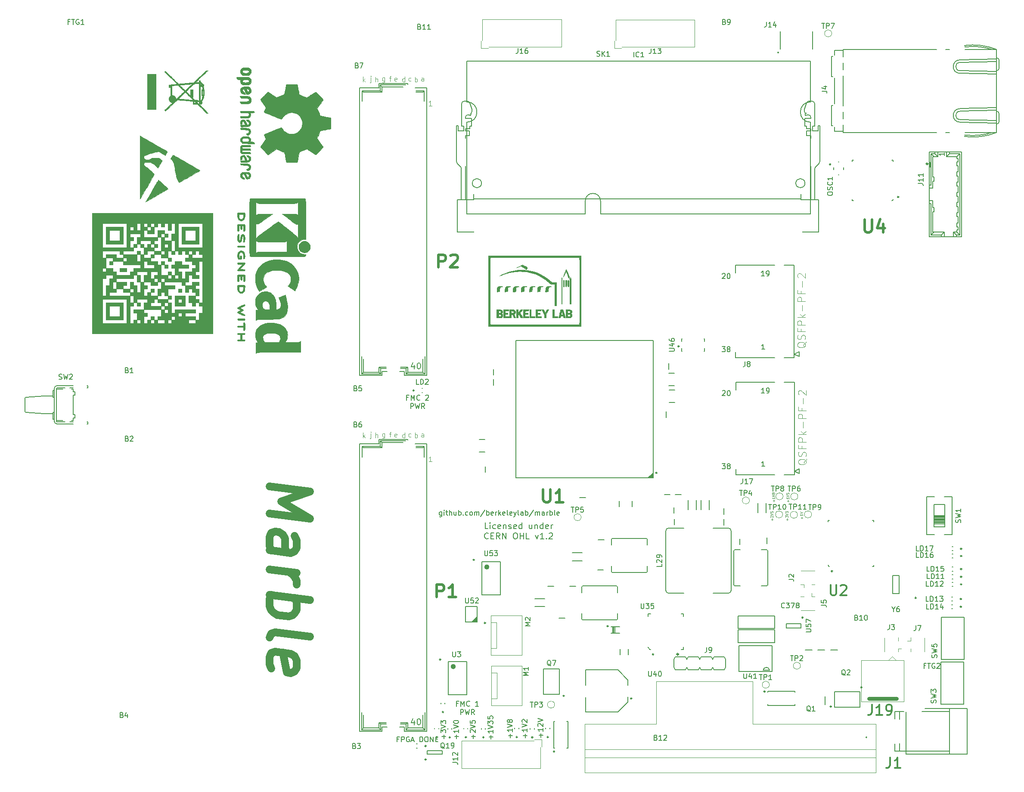
<source format=gto>
G04 #@! TF.GenerationSoftware,KiCad,Pcbnew,(5.1.5)-3*
G04 #@! TF.CreationDate,2020-08-03T13:17:44+02:00*
G04 #@! TF.ProjectId,AMC_FMC_Carrier-PcbDoc,414d435f-464d-4435-9f43-617272696572,rev?*
G04 #@! TF.SameCoordinates,Original*
G04 #@! TF.FileFunction,Legend,Top*
G04 #@! TF.FilePolarity,Positive*
%FSLAX46Y46*%
G04 Gerber Fmt 4.6, Leading zero omitted, Abs format (unit mm)*
G04 Created by KiCad (PCBNEW (5.1.5)-3) date 2020-08-03 13:17:44*
%MOMM*%
%LPD*%
G04 APERTURE LIST*
%ADD10C,0.150000*%
%ADD11C,0.100000*%
%ADD12C,1.500000*%
%ADD13C,0.200000*%
%ADD14C,0.010000*%
%ADD15C,0.120000*%
%ADD16C,0.250000*%
%ADD17C,0.762000*%
%ADD18C,0.127000*%
%ADD19C,0.500000*%
%ADD20C,0.300000*%
%ADD21C,0.050000*%
G04 APERTURE END LIST*
D10*
X298856400Y-192176400D02*
X299008800Y-192176400D01*
X303326800Y-200533000D02*
X298856400Y-200533000D01*
X298856400Y-200533000D02*
X298856400Y-192176400D01*
X299008800Y-192176400D02*
X303326800Y-192176400D01*
X303326800Y-192176400D02*
X303326800Y-200533000D01*
X298881800Y-183362600D02*
X299034200Y-183362600D01*
X298881800Y-191719200D02*
X298881800Y-183362600D01*
X303352200Y-191719200D02*
X298881800Y-191719200D01*
X303352200Y-183362600D02*
X303352200Y-191719200D01*
X299034200Y-183362600D02*
X303352200Y-183362600D01*
D11*
X265973714Y-160672352D02*
X265973714Y-160291400D01*
X266164190Y-160481876D02*
X265783238Y-160481876D01*
X266164190Y-159791400D02*
X266164190Y-160077114D01*
X266164190Y-159934257D02*
X265664190Y-159934257D01*
X265735619Y-159981876D01*
X265783238Y-160029495D01*
X265807047Y-160077114D01*
X265664190Y-159648542D02*
X266164190Y-159481876D01*
X265664190Y-159315209D01*
X265878476Y-159077114D02*
X265854666Y-159124733D01*
X265830857Y-159148542D01*
X265783238Y-159172352D01*
X265759428Y-159172352D01*
X265711809Y-159148542D01*
X265688000Y-159124733D01*
X265664190Y-159077114D01*
X265664190Y-158981876D01*
X265688000Y-158934257D01*
X265711809Y-158910447D01*
X265759428Y-158886638D01*
X265783238Y-158886638D01*
X265830857Y-158910447D01*
X265854666Y-158934257D01*
X265878476Y-158981876D01*
X265878476Y-159077114D01*
X265902285Y-159124733D01*
X265926095Y-159148542D01*
X265973714Y-159172352D01*
X266068952Y-159172352D01*
X266116571Y-159148542D01*
X266140380Y-159124733D01*
X266164190Y-159077114D01*
X266164190Y-158981876D01*
X266140380Y-158934257D01*
X266116571Y-158910447D01*
X266068952Y-158886638D01*
X265973714Y-158886638D01*
X265926095Y-158910447D01*
X265902285Y-158934257D01*
X265878476Y-158981876D01*
X268767714Y-160697752D02*
X268767714Y-160316800D01*
X268958190Y-160507276D02*
X268577238Y-160507276D01*
X268958190Y-159816800D02*
X268958190Y-160102514D01*
X268958190Y-159959657D02*
X268458190Y-159959657D01*
X268529619Y-160007276D01*
X268577238Y-160054895D01*
X268601047Y-160102514D01*
X268458190Y-159673942D02*
X268958190Y-159507276D01*
X268458190Y-159340609D01*
X268458190Y-158935847D02*
X268458190Y-159173942D01*
X268696285Y-159197752D01*
X268672476Y-159173942D01*
X268648666Y-159126323D01*
X268648666Y-159007276D01*
X268672476Y-158959657D01*
X268696285Y-158935847D01*
X268743904Y-158912038D01*
X268862952Y-158912038D01*
X268910571Y-158935847D01*
X268934380Y-158959657D01*
X268958190Y-159007276D01*
X268958190Y-159126323D01*
X268934380Y-159173942D01*
X268910571Y-159197752D01*
X265643514Y-164329952D02*
X265643514Y-163949000D01*
X265833990Y-164139476D02*
X265453038Y-164139476D01*
X265381609Y-163734714D02*
X265357800Y-163710904D01*
X265333990Y-163663285D01*
X265333990Y-163544238D01*
X265357800Y-163496619D01*
X265381609Y-163472809D01*
X265429228Y-163449000D01*
X265476847Y-163449000D01*
X265548276Y-163472809D01*
X265833990Y-163758523D01*
X265833990Y-163449000D01*
X265333990Y-163306142D02*
X265833990Y-163139476D01*
X265333990Y-162972809D01*
X265333990Y-162568047D02*
X265333990Y-162806142D01*
X265572085Y-162829952D01*
X265548276Y-162806142D01*
X265524466Y-162758523D01*
X265524466Y-162639476D01*
X265548276Y-162591857D01*
X265572085Y-162568047D01*
X265619704Y-162544238D01*
X265738752Y-162544238D01*
X265786371Y-162568047D01*
X265810180Y-162591857D01*
X265833990Y-162639476D01*
X265833990Y-162758523D01*
X265810180Y-162806142D01*
X265786371Y-162829952D01*
X268589914Y-164329952D02*
X268589914Y-163949000D01*
X268780390Y-164139476D02*
X268399438Y-164139476D01*
X268280390Y-163758523D02*
X268280390Y-163449000D01*
X268470866Y-163615666D01*
X268470866Y-163544238D01*
X268494676Y-163496619D01*
X268518485Y-163472809D01*
X268566104Y-163449000D01*
X268685152Y-163449000D01*
X268732771Y-163472809D01*
X268756580Y-163496619D01*
X268780390Y-163544238D01*
X268780390Y-163687095D01*
X268756580Y-163734714D01*
X268732771Y-163758523D01*
X268280390Y-163306142D02*
X268780390Y-163139476D01*
X268280390Y-162972809D01*
X268280390Y-162853761D02*
X268280390Y-162544238D01*
X268470866Y-162710904D01*
X268470866Y-162639476D01*
X268494676Y-162591857D01*
X268518485Y-162568047D01*
X268566104Y-162544238D01*
X268685152Y-162544238D01*
X268732771Y-162568047D01*
X268756580Y-162591857D01*
X268780390Y-162639476D01*
X268780390Y-162782333D01*
X268756580Y-162829952D01*
X268732771Y-162853761D01*
X271460114Y-164015657D02*
X271460114Y-163634704D01*
X271650590Y-163825180D02*
X271269638Y-163825180D01*
X271650590Y-163134704D02*
X271650590Y-163420419D01*
X271650590Y-163277561D02*
X271150590Y-163277561D01*
X271222019Y-163325180D01*
X271269638Y-163372800D01*
X271293447Y-163420419D01*
X271150590Y-162991847D02*
X271650590Y-162825180D01*
X271150590Y-162658514D01*
D12*
X166814952Y-157648582D02*
X174814952Y-158648582D01*
X169100666Y-160600963D01*
X174814952Y-163981915D01*
X166814952Y-162981915D01*
X166814952Y-170220010D02*
X171005428Y-170743820D01*
X171767333Y-170458105D01*
X172148285Y-169743820D01*
X172148285Y-168220010D01*
X171767333Y-167410486D01*
X167195904Y-170267629D02*
X166814952Y-169458105D01*
X166814952Y-167553344D01*
X167195904Y-166839058D01*
X167957809Y-166553344D01*
X168719714Y-166648582D01*
X169481619Y-167124772D01*
X169862571Y-167934296D01*
X169862571Y-169839058D01*
X170243523Y-170648582D01*
X166814952Y-174029534D02*
X172148285Y-174696201D01*
X170624476Y-174505725D02*
X171386380Y-174981915D01*
X171767333Y-175410486D01*
X172148285Y-176220010D01*
X172148285Y-176981915D01*
X166814952Y-178981915D02*
X174814952Y-179981915D01*
X171767333Y-179600963D02*
X172148285Y-180410486D01*
X172148285Y-181934296D01*
X171767333Y-182648582D01*
X171386380Y-182981915D01*
X170624476Y-183267629D01*
X168338761Y-182981915D01*
X167576857Y-182505725D01*
X167195904Y-182077153D01*
X166814952Y-181267629D01*
X166814952Y-179743820D01*
X167195904Y-179029534D01*
X166814952Y-187362867D02*
X167195904Y-186648582D01*
X167957809Y-186362867D01*
X174814952Y-187220010D01*
X167195904Y-193505725D02*
X166814952Y-192696201D01*
X166814952Y-191172391D01*
X167195904Y-190458105D01*
X167957809Y-190172391D01*
X171005428Y-190553344D01*
X171767333Y-191029534D01*
X172148285Y-191839058D01*
X172148285Y-193362867D01*
X171767333Y-194077153D01*
X171005428Y-194362867D01*
X170243523Y-194267629D01*
X169481619Y-190362867D01*
D13*
X209785700Y-165989057D02*
X209214271Y-165989057D01*
X209214271Y-164789057D01*
X210185700Y-165989057D02*
X210185700Y-165189057D01*
X210185700Y-164789057D02*
X210128557Y-164846200D01*
X210185700Y-164903342D01*
X210242842Y-164846200D01*
X210185700Y-164789057D01*
X210185700Y-164903342D01*
X211271414Y-165931914D02*
X211157128Y-165989057D01*
X210928557Y-165989057D01*
X210814271Y-165931914D01*
X210757128Y-165874771D01*
X210699985Y-165760485D01*
X210699985Y-165417628D01*
X210757128Y-165303342D01*
X210814271Y-165246200D01*
X210928557Y-165189057D01*
X211157128Y-165189057D01*
X211271414Y-165246200D01*
X212242842Y-165931914D02*
X212128557Y-165989057D01*
X211899985Y-165989057D01*
X211785700Y-165931914D01*
X211728557Y-165817628D01*
X211728557Y-165360485D01*
X211785700Y-165246200D01*
X211899985Y-165189057D01*
X212128557Y-165189057D01*
X212242842Y-165246200D01*
X212299985Y-165360485D01*
X212299985Y-165474771D01*
X211728557Y-165589057D01*
X212814271Y-165189057D02*
X212814271Y-165989057D01*
X212814271Y-165303342D02*
X212871414Y-165246200D01*
X212985700Y-165189057D01*
X213157128Y-165189057D01*
X213271414Y-165246200D01*
X213328557Y-165360485D01*
X213328557Y-165989057D01*
X213842842Y-165931914D02*
X213957128Y-165989057D01*
X214185700Y-165989057D01*
X214299985Y-165931914D01*
X214357128Y-165817628D01*
X214357128Y-165760485D01*
X214299985Y-165646200D01*
X214185700Y-165589057D01*
X214014271Y-165589057D01*
X213899985Y-165531914D01*
X213842842Y-165417628D01*
X213842842Y-165360485D01*
X213899985Y-165246200D01*
X214014271Y-165189057D01*
X214185700Y-165189057D01*
X214299985Y-165246200D01*
X215328557Y-165931914D02*
X215214271Y-165989057D01*
X214985700Y-165989057D01*
X214871414Y-165931914D01*
X214814271Y-165817628D01*
X214814271Y-165360485D01*
X214871414Y-165246200D01*
X214985700Y-165189057D01*
X215214271Y-165189057D01*
X215328557Y-165246200D01*
X215385700Y-165360485D01*
X215385700Y-165474771D01*
X214814271Y-165589057D01*
X216414271Y-165989057D02*
X216414271Y-164789057D01*
X216414271Y-165931914D02*
X216299985Y-165989057D01*
X216071414Y-165989057D01*
X215957128Y-165931914D01*
X215899985Y-165874771D01*
X215842842Y-165760485D01*
X215842842Y-165417628D01*
X215899985Y-165303342D01*
X215957128Y-165246200D01*
X216071414Y-165189057D01*
X216299985Y-165189057D01*
X216414271Y-165246200D01*
X218414271Y-165189057D02*
X218414271Y-165989057D01*
X217899985Y-165189057D02*
X217899985Y-165817628D01*
X217957128Y-165931914D01*
X218071414Y-165989057D01*
X218242842Y-165989057D01*
X218357128Y-165931914D01*
X218414271Y-165874771D01*
X218985700Y-165189057D02*
X218985700Y-165989057D01*
X218985700Y-165303342D02*
X219042842Y-165246200D01*
X219157128Y-165189057D01*
X219328557Y-165189057D01*
X219442842Y-165246200D01*
X219499985Y-165360485D01*
X219499985Y-165989057D01*
X220585700Y-165989057D02*
X220585700Y-164789057D01*
X220585700Y-165931914D02*
X220471414Y-165989057D01*
X220242842Y-165989057D01*
X220128557Y-165931914D01*
X220071414Y-165874771D01*
X220014271Y-165760485D01*
X220014271Y-165417628D01*
X220071414Y-165303342D01*
X220128557Y-165246200D01*
X220242842Y-165189057D01*
X220471414Y-165189057D01*
X220585700Y-165246200D01*
X221614271Y-165931914D02*
X221499985Y-165989057D01*
X221271414Y-165989057D01*
X221157128Y-165931914D01*
X221099985Y-165817628D01*
X221099985Y-165360485D01*
X221157128Y-165246200D01*
X221271414Y-165189057D01*
X221499985Y-165189057D01*
X221614271Y-165246200D01*
X221671414Y-165360485D01*
X221671414Y-165474771D01*
X221099985Y-165589057D01*
X222185700Y-165989057D02*
X222185700Y-165189057D01*
X222185700Y-165417628D02*
X222242842Y-165303342D01*
X222299985Y-165246200D01*
X222414271Y-165189057D01*
X222528557Y-165189057D01*
X209842842Y-167874771D02*
X209785700Y-167931914D01*
X209614271Y-167989057D01*
X209499985Y-167989057D01*
X209328557Y-167931914D01*
X209214271Y-167817628D01*
X209157128Y-167703342D01*
X209099985Y-167474771D01*
X209099985Y-167303342D01*
X209157128Y-167074771D01*
X209214271Y-166960485D01*
X209328557Y-166846200D01*
X209499985Y-166789057D01*
X209614271Y-166789057D01*
X209785700Y-166846200D01*
X209842842Y-166903342D01*
X210357128Y-167360485D02*
X210757128Y-167360485D01*
X210928557Y-167989057D02*
X210357128Y-167989057D01*
X210357128Y-166789057D01*
X210928557Y-166789057D01*
X212128557Y-167989057D02*
X211728557Y-167417628D01*
X211442842Y-167989057D02*
X211442842Y-166789057D01*
X211899985Y-166789057D01*
X212014271Y-166846200D01*
X212071414Y-166903342D01*
X212128557Y-167017628D01*
X212128557Y-167189057D01*
X212071414Y-167303342D01*
X212014271Y-167360485D01*
X211899985Y-167417628D01*
X211442842Y-167417628D01*
X212642842Y-167989057D02*
X212642842Y-166789057D01*
X213328557Y-167989057D01*
X213328557Y-166789057D01*
X215042842Y-166789057D02*
X215271414Y-166789057D01*
X215385700Y-166846200D01*
X215499985Y-166960485D01*
X215557128Y-167189057D01*
X215557128Y-167589057D01*
X215499985Y-167817628D01*
X215385700Y-167931914D01*
X215271414Y-167989057D01*
X215042842Y-167989057D01*
X214928557Y-167931914D01*
X214814271Y-167817628D01*
X214757128Y-167589057D01*
X214757128Y-167189057D01*
X214814271Y-166960485D01*
X214928557Y-166846200D01*
X215042842Y-166789057D01*
X216071414Y-167989057D02*
X216071414Y-166789057D01*
X216071414Y-167360485D02*
X216757128Y-167360485D01*
X216757128Y-167989057D02*
X216757128Y-166789057D01*
X217899985Y-167989057D02*
X217328557Y-167989057D01*
X217328557Y-166789057D01*
X219099985Y-167189057D02*
X219385700Y-167989057D01*
X219671414Y-167189057D01*
X220757128Y-167989057D02*
X220071414Y-167989057D01*
X220414271Y-167989057D02*
X220414271Y-166789057D01*
X220299985Y-166960485D01*
X220185700Y-167074771D01*
X220071414Y-167131914D01*
X221271414Y-167874771D02*
X221328557Y-167931914D01*
X221271414Y-167989057D01*
X221214271Y-167931914D01*
X221271414Y-167874771D01*
X221271414Y-167989057D01*
X221785700Y-166903342D02*
X221842842Y-166846200D01*
X221957128Y-166789057D01*
X222242842Y-166789057D01*
X222357128Y-166846200D01*
X222414271Y-166903342D01*
X222471414Y-167017628D01*
X222471414Y-167131914D01*
X222414271Y-167303342D01*
X221728557Y-167989057D01*
X222471414Y-167989057D01*
D10*
X200667766Y-162663214D02*
X200667766Y-163472738D01*
X200620147Y-163567976D01*
X200572528Y-163615595D01*
X200477290Y-163663214D01*
X200334433Y-163663214D01*
X200239195Y-163615595D01*
X200667766Y-163282261D02*
X200572528Y-163329880D01*
X200382052Y-163329880D01*
X200286814Y-163282261D01*
X200239195Y-163234642D01*
X200191576Y-163139404D01*
X200191576Y-162853690D01*
X200239195Y-162758452D01*
X200286814Y-162710833D01*
X200382052Y-162663214D01*
X200572528Y-162663214D01*
X200667766Y-162710833D01*
X201143957Y-163329880D02*
X201143957Y-162663214D01*
X201143957Y-162329880D02*
X201096338Y-162377500D01*
X201143957Y-162425119D01*
X201191576Y-162377500D01*
X201143957Y-162329880D01*
X201143957Y-162425119D01*
X201477290Y-162663214D02*
X201858242Y-162663214D01*
X201620147Y-162329880D02*
X201620147Y-163187023D01*
X201667766Y-163282261D01*
X201763004Y-163329880D01*
X201858242Y-163329880D01*
X202191576Y-163329880D02*
X202191576Y-162329880D01*
X202620147Y-163329880D02*
X202620147Y-162806071D01*
X202572528Y-162710833D01*
X202477290Y-162663214D01*
X202334433Y-162663214D01*
X202239195Y-162710833D01*
X202191576Y-162758452D01*
X203524909Y-162663214D02*
X203524909Y-163329880D01*
X203096338Y-162663214D02*
X203096338Y-163187023D01*
X203143957Y-163282261D01*
X203239195Y-163329880D01*
X203382052Y-163329880D01*
X203477290Y-163282261D01*
X203524909Y-163234642D01*
X204001100Y-163329880D02*
X204001100Y-162329880D01*
X204001100Y-162710833D02*
X204096338Y-162663214D01*
X204286814Y-162663214D01*
X204382052Y-162710833D01*
X204429671Y-162758452D01*
X204477290Y-162853690D01*
X204477290Y-163139404D01*
X204429671Y-163234642D01*
X204382052Y-163282261D01*
X204286814Y-163329880D01*
X204096338Y-163329880D01*
X204001100Y-163282261D01*
X204905861Y-163234642D02*
X204953480Y-163282261D01*
X204905861Y-163329880D01*
X204858242Y-163282261D01*
X204905861Y-163234642D01*
X204905861Y-163329880D01*
X205810623Y-163282261D02*
X205715385Y-163329880D01*
X205524909Y-163329880D01*
X205429671Y-163282261D01*
X205382052Y-163234642D01*
X205334433Y-163139404D01*
X205334433Y-162853690D01*
X205382052Y-162758452D01*
X205429671Y-162710833D01*
X205524909Y-162663214D01*
X205715385Y-162663214D01*
X205810623Y-162710833D01*
X206382052Y-163329880D02*
X206286814Y-163282261D01*
X206239195Y-163234642D01*
X206191576Y-163139404D01*
X206191576Y-162853690D01*
X206239195Y-162758452D01*
X206286814Y-162710833D01*
X206382052Y-162663214D01*
X206524909Y-162663214D01*
X206620147Y-162710833D01*
X206667766Y-162758452D01*
X206715385Y-162853690D01*
X206715385Y-163139404D01*
X206667766Y-163234642D01*
X206620147Y-163282261D01*
X206524909Y-163329880D01*
X206382052Y-163329880D01*
X207143957Y-163329880D02*
X207143957Y-162663214D01*
X207143957Y-162758452D02*
X207191576Y-162710833D01*
X207286814Y-162663214D01*
X207429671Y-162663214D01*
X207524909Y-162710833D01*
X207572528Y-162806071D01*
X207572528Y-163329880D01*
X207572528Y-162806071D02*
X207620147Y-162710833D01*
X207715385Y-162663214D01*
X207858242Y-162663214D01*
X207953480Y-162710833D01*
X208001100Y-162806071D01*
X208001100Y-163329880D01*
X209191576Y-162282261D02*
X208334433Y-163567976D01*
X209524909Y-163329880D02*
X209524909Y-162329880D01*
X209524909Y-162710833D02*
X209620147Y-162663214D01*
X209810623Y-162663214D01*
X209905861Y-162710833D01*
X209953480Y-162758452D01*
X210001100Y-162853690D01*
X210001100Y-163139404D01*
X209953480Y-163234642D01*
X209905861Y-163282261D01*
X209810623Y-163329880D01*
X209620147Y-163329880D01*
X209524909Y-163282261D01*
X210810623Y-163282261D02*
X210715385Y-163329880D01*
X210524909Y-163329880D01*
X210429671Y-163282261D01*
X210382052Y-163187023D01*
X210382052Y-162806071D01*
X210429671Y-162710833D01*
X210524909Y-162663214D01*
X210715385Y-162663214D01*
X210810623Y-162710833D01*
X210858242Y-162806071D01*
X210858242Y-162901309D01*
X210382052Y-162996547D01*
X211286814Y-163329880D02*
X211286814Y-162663214D01*
X211286814Y-162853690D02*
X211334433Y-162758452D01*
X211382052Y-162710833D01*
X211477290Y-162663214D01*
X211572528Y-162663214D01*
X211905861Y-163329880D02*
X211905861Y-162329880D01*
X212001100Y-162948928D02*
X212286814Y-163329880D01*
X212286814Y-162663214D02*
X211905861Y-163044166D01*
X213096338Y-163282261D02*
X213001100Y-163329880D01*
X212810623Y-163329880D01*
X212715385Y-163282261D01*
X212667766Y-163187023D01*
X212667766Y-162806071D01*
X212715385Y-162710833D01*
X212810623Y-162663214D01*
X213001100Y-162663214D01*
X213096338Y-162710833D01*
X213143957Y-162806071D01*
X213143957Y-162901309D01*
X212667766Y-162996547D01*
X213715385Y-163329880D02*
X213620147Y-163282261D01*
X213572528Y-163187023D01*
X213572528Y-162329880D01*
X214477290Y-163282261D02*
X214382052Y-163329880D01*
X214191576Y-163329880D01*
X214096338Y-163282261D01*
X214048719Y-163187023D01*
X214048719Y-162806071D01*
X214096338Y-162710833D01*
X214191576Y-162663214D01*
X214382052Y-162663214D01*
X214477290Y-162710833D01*
X214524909Y-162806071D01*
X214524909Y-162901309D01*
X214048719Y-162996547D01*
X214858242Y-162663214D02*
X215096338Y-163329880D01*
X215334433Y-162663214D02*
X215096338Y-163329880D01*
X215001100Y-163567976D01*
X214953480Y-163615595D01*
X214858242Y-163663214D01*
X215858242Y-163329880D02*
X215763004Y-163282261D01*
X215715385Y-163187023D01*
X215715385Y-162329880D01*
X216667766Y-163329880D02*
X216667766Y-162806071D01*
X216620147Y-162710833D01*
X216524909Y-162663214D01*
X216334433Y-162663214D01*
X216239195Y-162710833D01*
X216667766Y-163282261D02*
X216572528Y-163329880D01*
X216334433Y-163329880D01*
X216239195Y-163282261D01*
X216191576Y-163187023D01*
X216191576Y-163091785D01*
X216239195Y-162996547D01*
X216334433Y-162948928D01*
X216572528Y-162948928D01*
X216667766Y-162901309D01*
X217143957Y-163329880D02*
X217143957Y-162329880D01*
X217143957Y-162710833D02*
X217239195Y-162663214D01*
X217429671Y-162663214D01*
X217524909Y-162710833D01*
X217572528Y-162758452D01*
X217620147Y-162853690D01*
X217620147Y-163139404D01*
X217572528Y-163234642D01*
X217524909Y-163282261D01*
X217429671Y-163329880D01*
X217239195Y-163329880D01*
X217143957Y-163282261D01*
X218763004Y-162282261D02*
X217905861Y-163567976D01*
X219096338Y-163329880D02*
X219096338Y-162663214D01*
X219096338Y-162758452D02*
X219143957Y-162710833D01*
X219239195Y-162663214D01*
X219382052Y-162663214D01*
X219477290Y-162710833D01*
X219524909Y-162806071D01*
X219524909Y-163329880D01*
X219524909Y-162806071D02*
X219572528Y-162710833D01*
X219667766Y-162663214D01*
X219810623Y-162663214D01*
X219905861Y-162710833D01*
X219953480Y-162806071D01*
X219953480Y-163329880D01*
X220858242Y-163329880D02*
X220858242Y-162806071D01*
X220810623Y-162710833D01*
X220715385Y-162663214D01*
X220524909Y-162663214D01*
X220429671Y-162710833D01*
X220858242Y-163282261D02*
X220763004Y-163329880D01*
X220524909Y-163329880D01*
X220429671Y-163282261D01*
X220382052Y-163187023D01*
X220382052Y-163091785D01*
X220429671Y-162996547D01*
X220524909Y-162948928D01*
X220763004Y-162948928D01*
X220858242Y-162901309D01*
X221334433Y-163329880D02*
X221334433Y-162663214D01*
X221334433Y-162853690D02*
X221382052Y-162758452D01*
X221429671Y-162710833D01*
X221524909Y-162663214D01*
X221620147Y-162663214D01*
X221953480Y-163329880D02*
X221953480Y-162329880D01*
X221953480Y-162710833D02*
X222048719Y-162663214D01*
X222239195Y-162663214D01*
X222334433Y-162710833D01*
X222382052Y-162758452D01*
X222429671Y-162853690D01*
X222429671Y-163139404D01*
X222382052Y-163234642D01*
X222334433Y-163282261D01*
X222239195Y-163329880D01*
X222048719Y-163329880D01*
X221953480Y-163282261D01*
X223001100Y-163329880D02*
X222905861Y-163282261D01*
X222858242Y-163187023D01*
X222858242Y-162329880D01*
X223763004Y-163282261D02*
X223667766Y-163329880D01*
X223477290Y-163329880D01*
X223382052Y-163282261D01*
X223334433Y-163187023D01*
X223334433Y-162806071D01*
X223382052Y-162710833D01*
X223477290Y-162663214D01*
X223667766Y-162663214D01*
X223763004Y-162710833D01*
X223810623Y-162806071D01*
X223810623Y-162901309D01*
X223334433Y-162996547D01*
X194124485Y-140175171D02*
X193791152Y-140175171D01*
X193791152Y-140698980D02*
X193791152Y-139698980D01*
X194267342Y-139698980D01*
X194648295Y-140698980D02*
X194648295Y-139698980D01*
X194981628Y-140413266D01*
X195314961Y-139698980D01*
X195314961Y-140698980D01*
X196362580Y-140603742D02*
X196314961Y-140651361D01*
X196172104Y-140698980D01*
X196076866Y-140698980D01*
X195934009Y-140651361D01*
X195838771Y-140556123D01*
X195791152Y-140460885D01*
X195743533Y-140270409D01*
X195743533Y-140127552D01*
X195791152Y-139937076D01*
X195838771Y-139841838D01*
X195934009Y-139746600D01*
X196076866Y-139698980D01*
X196172104Y-139698980D01*
X196314961Y-139746600D01*
X196362580Y-139794219D01*
X197505438Y-139794219D02*
X197553057Y-139746600D01*
X197648295Y-139698980D01*
X197886390Y-139698980D01*
X197981628Y-139746600D01*
X198029247Y-139794219D01*
X198076866Y-139889457D01*
X198076866Y-139984695D01*
X198029247Y-140127552D01*
X197457819Y-140698980D01*
X198076866Y-140698980D01*
X194576866Y-142348980D02*
X194576866Y-141348980D01*
X194957819Y-141348980D01*
X195053057Y-141396600D01*
X195100676Y-141444219D01*
X195148295Y-141539457D01*
X195148295Y-141682314D01*
X195100676Y-141777552D01*
X195053057Y-141825171D01*
X194957819Y-141872790D01*
X194576866Y-141872790D01*
X195481628Y-141348980D02*
X195719723Y-142348980D01*
X195910200Y-141634695D01*
X196100676Y-142348980D01*
X196338771Y-141348980D01*
X197291152Y-142348980D02*
X196957819Y-141872790D01*
X196719723Y-142348980D02*
X196719723Y-141348980D01*
X197100676Y-141348980D01*
X197195914Y-141396600D01*
X197243533Y-141444219D01*
X197291152Y-141539457D01*
X197291152Y-141682314D01*
X197243533Y-141777552D01*
X197195914Y-141825171D01*
X197100676Y-141872790D01*
X196719723Y-141872790D01*
X203928885Y-200373171D02*
X203595552Y-200373171D01*
X203595552Y-200896980D02*
X203595552Y-199896980D01*
X204071742Y-199896980D01*
X204452695Y-200896980D02*
X204452695Y-199896980D01*
X204786028Y-200611266D01*
X205119361Y-199896980D01*
X205119361Y-200896980D01*
X206166980Y-200801742D02*
X206119361Y-200849361D01*
X205976504Y-200896980D01*
X205881266Y-200896980D01*
X205738409Y-200849361D01*
X205643171Y-200754123D01*
X205595552Y-200658885D01*
X205547933Y-200468409D01*
X205547933Y-200325552D01*
X205595552Y-200135076D01*
X205643171Y-200039838D01*
X205738409Y-199944600D01*
X205881266Y-199896980D01*
X205976504Y-199896980D01*
X206119361Y-199944600D01*
X206166980Y-199992219D01*
X207881266Y-200896980D02*
X207309838Y-200896980D01*
X207595552Y-200896980D02*
X207595552Y-199896980D01*
X207500314Y-200039838D01*
X207405076Y-200135076D01*
X207309838Y-200182695D01*
X204381266Y-202546980D02*
X204381266Y-201546980D01*
X204762219Y-201546980D01*
X204857457Y-201594600D01*
X204905076Y-201642219D01*
X204952695Y-201737457D01*
X204952695Y-201880314D01*
X204905076Y-201975552D01*
X204857457Y-202023171D01*
X204762219Y-202070790D01*
X204381266Y-202070790D01*
X205286028Y-201546980D02*
X205524123Y-202546980D01*
X205714600Y-201832695D01*
X205905076Y-202546980D01*
X206143171Y-201546980D01*
X207095552Y-202546980D02*
X206762219Y-202070790D01*
X206524123Y-202546980D02*
X206524123Y-201546980D01*
X206905076Y-201546980D01*
X207000314Y-201594600D01*
X207047933Y-201642219D01*
X207095552Y-201737457D01*
X207095552Y-201880314D01*
X207047933Y-201975552D01*
X207000314Y-202023171D01*
X206905076Y-202070790D01*
X206524123Y-202070790D01*
X192243533Y-207370371D02*
X191910200Y-207370371D01*
X191910200Y-207894180D02*
X191910200Y-206894180D01*
X192386390Y-206894180D01*
X192767342Y-207894180D02*
X192767342Y-206894180D01*
X193148295Y-206894180D01*
X193243533Y-206941800D01*
X193291152Y-206989419D01*
X193338771Y-207084657D01*
X193338771Y-207227514D01*
X193291152Y-207322752D01*
X193243533Y-207370371D01*
X193148295Y-207417990D01*
X192767342Y-207417990D01*
X194291152Y-206941800D02*
X194195914Y-206894180D01*
X194053057Y-206894180D01*
X193910200Y-206941800D01*
X193814961Y-207037038D01*
X193767342Y-207132276D01*
X193719723Y-207322752D01*
X193719723Y-207465609D01*
X193767342Y-207656085D01*
X193814961Y-207751323D01*
X193910200Y-207846561D01*
X194053057Y-207894180D01*
X194148295Y-207894180D01*
X194291152Y-207846561D01*
X194338771Y-207798942D01*
X194338771Y-207465609D01*
X194148295Y-207465609D01*
X194719723Y-207608466D02*
X195195914Y-207608466D01*
X194624485Y-207894180D02*
X194957819Y-206894180D01*
X195291152Y-207894180D01*
X196386390Y-207894180D02*
X196386390Y-206894180D01*
X196624485Y-206894180D01*
X196767342Y-206941800D01*
X196862580Y-207037038D01*
X196910200Y-207132276D01*
X196957819Y-207322752D01*
X196957819Y-207465609D01*
X196910200Y-207656085D01*
X196862580Y-207751323D01*
X196767342Y-207846561D01*
X196624485Y-207894180D01*
X196386390Y-207894180D01*
X197576866Y-206894180D02*
X197767342Y-206894180D01*
X197862580Y-206941800D01*
X197957819Y-207037038D01*
X198005438Y-207227514D01*
X198005438Y-207560847D01*
X197957819Y-207751323D01*
X197862580Y-207846561D01*
X197767342Y-207894180D01*
X197576866Y-207894180D01*
X197481628Y-207846561D01*
X197386390Y-207751323D01*
X197338771Y-207560847D01*
X197338771Y-207227514D01*
X197386390Y-207037038D01*
X197481628Y-206941800D01*
X197576866Y-206894180D01*
X198434009Y-207894180D02*
X198434009Y-206894180D01*
X199005438Y-207894180D01*
X199005438Y-206894180D01*
X199481628Y-207370371D02*
X199814961Y-207370371D01*
X199957819Y-207894180D02*
X199481628Y-207894180D01*
X199481628Y-206894180D01*
X199957819Y-206894180D01*
X220187828Y-206993904D02*
X220187828Y-206232000D01*
X220568780Y-206612952D02*
X219806876Y-206612952D01*
X220568780Y-205232000D02*
X220568780Y-205803428D01*
X220568780Y-205517714D02*
X219568780Y-205517714D01*
X219711638Y-205612952D01*
X219806876Y-205708190D01*
X219854495Y-205803428D01*
X219664019Y-204851047D02*
X219616400Y-204803428D01*
X219568780Y-204708190D01*
X219568780Y-204470095D01*
X219616400Y-204374857D01*
X219664019Y-204327238D01*
X219759257Y-204279619D01*
X219854495Y-204279619D01*
X219997352Y-204327238D01*
X220568780Y-204898666D01*
X220568780Y-204279619D01*
X219568780Y-203993904D02*
X220568780Y-203660571D01*
X219568780Y-203327238D01*
X217089028Y-207070104D02*
X217089028Y-206308200D01*
X217469980Y-206689152D02*
X216708076Y-206689152D01*
X217469980Y-205308200D02*
X217469980Y-205879628D01*
X217469980Y-205593914D02*
X216469980Y-205593914D01*
X216612838Y-205689152D01*
X216708076Y-205784390D01*
X216755695Y-205879628D01*
X216469980Y-205022485D02*
X217469980Y-204689152D01*
X216469980Y-204355819D01*
X216565219Y-204070104D02*
X216517600Y-204022485D01*
X216469980Y-203927247D01*
X216469980Y-203689152D01*
X216517600Y-203593914D01*
X216565219Y-203546295D01*
X216660457Y-203498676D01*
X216755695Y-203498676D01*
X216898552Y-203546295D01*
X217469980Y-204117723D01*
X217469980Y-203498676D01*
X214193428Y-207095504D02*
X214193428Y-206333600D01*
X214574380Y-206714552D02*
X213812476Y-206714552D01*
X214574380Y-205333600D02*
X214574380Y-205905028D01*
X214574380Y-205619314D02*
X213574380Y-205619314D01*
X213717238Y-205714552D01*
X213812476Y-205809790D01*
X213860095Y-205905028D01*
X213574380Y-205047885D02*
X214574380Y-204714552D01*
X213574380Y-204381219D01*
X214002952Y-203905028D02*
X213955333Y-204000266D01*
X213907714Y-204047885D01*
X213812476Y-204095504D01*
X213764857Y-204095504D01*
X213669619Y-204047885D01*
X213622000Y-204000266D01*
X213574380Y-203905028D01*
X213574380Y-203714552D01*
X213622000Y-203619314D01*
X213669619Y-203571695D01*
X213764857Y-203524076D01*
X213812476Y-203524076D01*
X213907714Y-203571695D01*
X213955333Y-203619314D01*
X214002952Y-203714552D01*
X214002952Y-203905028D01*
X214050571Y-204000266D01*
X214098190Y-204047885D01*
X214193428Y-204095504D01*
X214383904Y-204095504D01*
X214479142Y-204047885D01*
X214526761Y-204000266D01*
X214574380Y-203905028D01*
X214574380Y-203714552D01*
X214526761Y-203619314D01*
X214479142Y-203571695D01*
X214383904Y-203524076D01*
X214193428Y-203524076D01*
X214098190Y-203571695D01*
X214050571Y-203619314D01*
X214002952Y-203714552D01*
X210358028Y-207343095D02*
X210358028Y-206581190D01*
X210738980Y-206962142D02*
X209977076Y-206962142D01*
X210738980Y-205581190D02*
X210738980Y-206152619D01*
X210738980Y-205866904D02*
X209738980Y-205866904D01*
X209881838Y-205962142D01*
X209977076Y-206057380D01*
X210024695Y-206152619D01*
X209738980Y-205295476D02*
X210738980Y-204962142D01*
X209738980Y-204628809D01*
X209738980Y-204390714D02*
X209738980Y-203771666D01*
X210119933Y-204105000D01*
X210119933Y-203962142D01*
X210167552Y-203866904D01*
X210215171Y-203819285D01*
X210310409Y-203771666D01*
X210548504Y-203771666D01*
X210643742Y-203819285D01*
X210691361Y-203866904D01*
X210738980Y-203962142D01*
X210738980Y-204247857D01*
X210691361Y-204343095D01*
X210643742Y-204390714D01*
X209738980Y-202866904D02*
X209738980Y-203343095D01*
X210215171Y-203390714D01*
X210167552Y-203343095D01*
X210119933Y-203247857D01*
X210119933Y-203009761D01*
X210167552Y-202914523D01*
X210215171Y-202866904D01*
X210310409Y-202819285D01*
X210548504Y-202819285D01*
X210643742Y-202866904D01*
X210691361Y-202914523D01*
X210738980Y-203009761D01*
X210738980Y-203247857D01*
X210691361Y-203343095D01*
X210643742Y-203390714D01*
X206878228Y-207247904D02*
X206878228Y-206486000D01*
X207259180Y-206866952D02*
X206497276Y-206866952D01*
X206354419Y-206057428D02*
X206306800Y-206009809D01*
X206259180Y-205914571D01*
X206259180Y-205676476D01*
X206306800Y-205581238D01*
X206354419Y-205533619D01*
X206449657Y-205486000D01*
X206544895Y-205486000D01*
X206687752Y-205533619D01*
X207259180Y-206105047D01*
X207259180Y-205486000D01*
X206259180Y-205200285D02*
X207259180Y-204866952D01*
X206259180Y-204533619D01*
X206259180Y-203724095D02*
X206259180Y-204200285D01*
X206735371Y-204247904D01*
X206687752Y-204200285D01*
X206640133Y-204105047D01*
X206640133Y-203866952D01*
X206687752Y-203771714D01*
X206735371Y-203724095D01*
X206830609Y-203676476D01*
X207068704Y-203676476D01*
X207163942Y-203724095D01*
X207211561Y-203771714D01*
X207259180Y-203866952D01*
X207259180Y-204105047D01*
X207211561Y-204200285D01*
X207163942Y-204247904D01*
X203601628Y-207273304D02*
X203601628Y-206511400D01*
X203982580Y-206892352D02*
X203220676Y-206892352D01*
X203982580Y-205511400D02*
X203982580Y-206082828D01*
X203982580Y-205797114D02*
X202982580Y-205797114D01*
X203125438Y-205892352D01*
X203220676Y-205987590D01*
X203268295Y-206082828D01*
X202982580Y-205225685D02*
X203982580Y-204892352D01*
X202982580Y-204559019D01*
X202982580Y-204035209D02*
X202982580Y-203939971D01*
X203030200Y-203844733D01*
X203077819Y-203797114D01*
X203173057Y-203749495D01*
X203363533Y-203701876D01*
X203601628Y-203701876D01*
X203792104Y-203749495D01*
X203887342Y-203797114D01*
X203934961Y-203844733D01*
X203982580Y-203939971D01*
X203982580Y-204035209D01*
X203934961Y-204130447D01*
X203887342Y-204178066D01*
X203792104Y-204225685D01*
X203601628Y-204273304D01*
X203363533Y-204273304D01*
X203173057Y-204225685D01*
X203077819Y-204178066D01*
X203030200Y-204130447D01*
X202982580Y-204035209D01*
X201112428Y-207273304D02*
X201112428Y-206511400D01*
X201493380Y-206892352D02*
X200731476Y-206892352D01*
X200493380Y-206130447D02*
X200493380Y-205511400D01*
X200874333Y-205844733D01*
X200874333Y-205701876D01*
X200921952Y-205606638D01*
X200969571Y-205559019D01*
X201064809Y-205511400D01*
X201302904Y-205511400D01*
X201398142Y-205559019D01*
X201445761Y-205606638D01*
X201493380Y-205701876D01*
X201493380Y-205987590D01*
X201445761Y-206082828D01*
X201398142Y-206130447D01*
X200493380Y-205225685D02*
X201493380Y-204892352D01*
X200493380Y-204559019D01*
X200493380Y-204320923D02*
X200493380Y-203701876D01*
X200874333Y-204035209D01*
X200874333Y-203892352D01*
X200921952Y-203797114D01*
X200969571Y-203749495D01*
X201064809Y-203701876D01*
X201302904Y-203701876D01*
X201398142Y-203749495D01*
X201445761Y-203797114D01*
X201493380Y-203892352D01*
X201493380Y-204178066D01*
X201445761Y-204273304D01*
X201398142Y-204320923D01*
D14*
G36*
X152908000Y-110015867D02*
G01*
X149521333Y-110015867D01*
X149521333Y-107306533D01*
X150198667Y-107306533D01*
X150198667Y-109338533D01*
X152230667Y-109338533D01*
X152230667Y-107306533D01*
X150198667Y-107306533D01*
X149521333Y-107306533D01*
X149521333Y-106629200D01*
X152908000Y-106629200D01*
X152908000Y-110015867D01*
G37*
X152908000Y-110015867D02*
X149521333Y-110015867D01*
X149521333Y-107306533D01*
X150198667Y-107306533D01*
X150198667Y-109338533D01*
X152230667Y-109338533D01*
X152230667Y-107306533D01*
X150198667Y-107306533D01*
X149521333Y-107306533D01*
X149521333Y-106629200D01*
X152908000Y-106629200D01*
X152908000Y-110015867D01*
G36*
X138006667Y-110015867D02*
G01*
X134620000Y-110015867D01*
X134620000Y-107306533D01*
X135297333Y-107306533D01*
X135297333Y-109338533D01*
X137329333Y-109338533D01*
X137329333Y-107306533D01*
X135297333Y-107306533D01*
X134620000Y-107306533D01*
X134620000Y-106629200D01*
X138006667Y-106629200D01*
X138006667Y-110015867D01*
G37*
X138006667Y-110015867D02*
X134620000Y-110015867D01*
X134620000Y-107306533D01*
X135297333Y-107306533D01*
X135297333Y-109338533D01*
X137329333Y-109338533D01*
X137329333Y-107306533D01*
X135297333Y-107306533D01*
X134620000Y-107306533D01*
X134620000Y-106629200D01*
X138006667Y-106629200D01*
X138006667Y-110015867D01*
G36*
X144102667Y-107983867D02*
G01*
X142748000Y-107983867D01*
X142748000Y-107306533D01*
X143425333Y-107306533D01*
X143425333Y-106629200D01*
X144102667Y-106629200D01*
X144102667Y-107983867D01*
G37*
X144102667Y-107983867D02*
X142748000Y-107983867D01*
X142748000Y-107306533D01*
X143425333Y-107306533D01*
X143425333Y-106629200D01*
X144102667Y-106629200D01*
X144102667Y-107983867D01*
G36*
X140716000Y-110693200D02*
G01*
X140038667Y-110693200D01*
X140038667Y-110015867D01*
X140716000Y-110015867D01*
X140716000Y-110693200D01*
G37*
X140716000Y-110693200D02*
X140038667Y-110693200D01*
X140038667Y-110015867D01*
X140716000Y-110015867D01*
X140716000Y-110693200D01*
G36*
X141393333Y-112047867D02*
G01*
X140716000Y-112047867D01*
X140716000Y-111370533D01*
X141393333Y-111370533D01*
X141393333Y-112047867D01*
G37*
X141393333Y-112047867D02*
X140716000Y-112047867D01*
X140716000Y-111370533D01*
X141393333Y-111370533D01*
X141393333Y-112047867D01*
G36*
X146134667Y-109338533D02*
G01*
X147489333Y-109338533D01*
X147489333Y-111370533D01*
X146812000Y-111370533D01*
X146812000Y-112725200D01*
X145457333Y-112725200D01*
X145457333Y-112047867D01*
X144102667Y-112047867D01*
X144102667Y-111370533D01*
X145457333Y-111370533D01*
X145457333Y-112047867D01*
X146134667Y-112047867D01*
X146134667Y-111370533D01*
X145457333Y-111370533D01*
X145457333Y-110015867D01*
X146134667Y-110015867D01*
X146134667Y-110693200D01*
X146812000Y-110693200D01*
X146812000Y-110015867D01*
X146134667Y-110015867D01*
X145457333Y-110015867D01*
X145457333Y-108661200D01*
X146134667Y-108661200D01*
X146134667Y-109338533D01*
G37*
X146134667Y-109338533D02*
X147489333Y-109338533D01*
X147489333Y-111370533D01*
X146812000Y-111370533D01*
X146812000Y-112725200D01*
X145457333Y-112725200D01*
X145457333Y-112047867D01*
X144102667Y-112047867D01*
X144102667Y-111370533D01*
X145457333Y-111370533D01*
X145457333Y-112047867D01*
X146134667Y-112047867D01*
X146134667Y-111370533D01*
X145457333Y-111370533D01*
X145457333Y-110015867D01*
X146134667Y-110015867D01*
X146134667Y-110693200D01*
X146812000Y-110693200D01*
X146812000Y-110015867D01*
X146134667Y-110015867D01*
X145457333Y-110015867D01*
X145457333Y-108661200D01*
X146134667Y-108661200D01*
X146134667Y-109338533D01*
G36*
X146134667Y-107983867D02*
G01*
X146812000Y-107983867D01*
X146812000Y-108661200D01*
X146134667Y-108661200D01*
X146134667Y-107983867D01*
G37*
X146134667Y-107983867D02*
X146812000Y-107983867D01*
X146812000Y-108661200D01*
X146134667Y-108661200D01*
X146134667Y-107983867D01*
G36*
X142748000Y-110693200D02*
G01*
X142748000Y-110015867D01*
X143425333Y-110015867D01*
X143425333Y-110693200D01*
X144102667Y-110693200D01*
X144102667Y-111370533D01*
X142748000Y-111370533D01*
X142748000Y-112047867D01*
X142070667Y-112047867D01*
X142070667Y-110693200D01*
X142748000Y-110693200D01*
G37*
X142748000Y-110693200D02*
X142748000Y-110015867D01*
X143425333Y-110015867D01*
X143425333Y-110693200D01*
X144102667Y-110693200D01*
X144102667Y-111370533D01*
X142748000Y-111370533D01*
X142748000Y-112047867D01*
X142070667Y-112047867D01*
X142070667Y-110693200D01*
X142748000Y-110693200D01*
G36*
X147489333Y-112725200D02*
G01*
X147489333Y-113402533D01*
X146812000Y-113402533D01*
X146812000Y-112725200D01*
X147489333Y-112725200D01*
G37*
X147489333Y-112725200D02*
X147489333Y-113402533D01*
X146812000Y-113402533D01*
X146812000Y-112725200D01*
X147489333Y-112725200D01*
G36*
X141393333Y-110693200D02*
G01*
X141393333Y-110015867D01*
X142070667Y-110015867D01*
X142070667Y-110693200D01*
X141393333Y-110693200D01*
G37*
X141393333Y-110693200D02*
X141393333Y-110015867D01*
X142070667Y-110015867D01*
X142070667Y-110693200D01*
X141393333Y-110693200D01*
G36*
X144102667Y-112725200D02*
G01*
X143425333Y-112725200D01*
X143425333Y-112047867D01*
X144102667Y-112047867D01*
X144102667Y-112725200D01*
G37*
X144102667Y-112725200D02*
X143425333Y-112725200D01*
X143425333Y-112047867D01*
X144102667Y-112047867D01*
X144102667Y-112725200D01*
G36*
X144780000Y-108661200D02*
G01*
X144780000Y-107306533D01*
X146134667Y-107306533D01*
X146134667Y-107983867D01*
X145457333Y-107983867D01*
X145457333Y-108661200D01*
X144780000Y-108661200D01*
G37*
X144780000Y-108661200D02*
X144780000Y-107306533D01*
X146134667Y-107306533D01*
X146134667Y-107983867D01*
X145457333Y-107983867D01*
X145457333Y-108661200D01*
X144780000Y-108661200D01*
G36*
X148166667Y-112047867D02*
G01*
X147489333Y-112047867D01*
X147489333Y-111370533D01*
X148166667Y-111370533D01*
X148166667Y-112047867D01*
G37*
X148166667Y-112047867D02*
X147489333Y-112047867D01*
X147489333Y-111370533D01*
X148166667Y-111370533D01*
X148166667Y-112047867D01*
G36*
X144102667Y-110015867D02*
G01*
X144780000Y-110015867D01*
X144780000Y-110693200D01*
X144102667Y-110693200D01*
X144102667Y-110015867D01*
G37*
X144102667Y-110015867D02*
X144780000Y-110015867D01*
X144780000Y-110693200D01*
X144102667Y-110693200D01*
X144102667Y-110015867D01*
G36*
X135974667Y-112725200D02*
G01*
X134620000Y-112725200D01*
X134620000Y-112047867D01*
X136652000Y-112047867D01*
X136652000Y-112725200D01*
X138006667Y-112725200D01*
X138006667Y-113402533D01*
X135974667Y-113402533D01*
X135974667Y-112725200D01*
G37*
X135974667Y-112725200D02*
X134620000Y-112725200D01*
X134620000Y-112047867D01*
X136652000Y-112047867D01*
X136652000Y-112725200D01*
X138006667Y-112725200D01*
X138006667Y-113402533D01*
X135974667Y-113402533D01*
X135974667Y-112725200D01*
G36*
X135974667Y-114079867D02*
G01*
X135297333Y-114079867D01*
X135297333Y-113402533D01*
X135974667Y-113402533D01*
X135974667Y-114079867D01*
G37*
X135974667Y-114079867D02*
X135297333Y-114079867D01*
X135297333Y-113402533D01*
X135974667Y-113402533D01*
X135974667Y-114079867D01*
G36*
X145457333Y-114079867D02*
G01*
X145457333Y-113402533D01*
X146134667Y-113402533D01*
X146134667Y-114079867D01*
X145457333Y-114079867D01*
G37*
X145457333Y-114079867D02*
X145457333Y-113402533D01*
X146134667Y-113402533D01*
X146134667Y-114079867D01*
X145457333Y-114079867D01*
G36*
X146812000Y-114079867D02*
G01*
X146812000Y-114757200D01*
X146134667Y-114757200D01*
X146134667Y-114079867D01*
X146812000Y-114079867D01*
G37*
X146812000Y-114079867D02*
X146812000Y-114757200D01*
X146134667Y-114757200D01*
X146134667Y-114079867D01*
X146812000Y-114079867D01*
G36*
X138684000Y-115434533D02*
G01*
X137329333Y-115434533D01*
X137329333Y-114757200D01*
X138684000Y-114757200D01*
X138684000Y-115434533D01*
G37*
X138684000Y-115434533D02*
X137329333Y-115434533D01*
X137329333Y-114757200D01*
X138684000Y-114757200D01*
X138684000Y-115434533D01*
G36*
X147489333Y-116111867D02*
G01*
X146812000Y-116111867D01*
X146812000Y-115434533D01*
X147489333Y-115434533D01*
X147489333Y-116111867D01*
G37*
X147489333Y-116111867D02*
X146812000Y-116111867D01*
X146812000Y-115434533D01*
X147489333Y-115434533D01*
X147489333Y-116111867D01*
G36*
X149521333Y-119498533D02*
G01*
X148844000Y-119498533D01*
X148844000Y-118821200D01*
X149521333Y-118821200D01*
X149521333Y-119498533D01*
G37*
X149521333Y-119498533D02*
X148844000Y-119498533D01*
X148844000Y-118821200D01*
X149521333Y-118821200D01*
X149521333Y-119498533D01*
G36*
X152230667Y-119498533D02*
G01*
X151553333Y-119498533D01*
X151553333Y-118821200D01*
X150876000Y-118821200D01*
X150876000Y-119498533D01*
X150198667Y-119498533D01*
X150198667Y-118143867D01*
X151553333Y-118143867D01*
X151553333Y-117466533D01*
X152908000Y-117466533D01*
X152908000Y-118143867D01*
X152230667Y-118143867D01*
X152230667Y-118821200D01*
X152908000Y-118821200D01*
X152908000Y-120175867D01*
X152230667Y-120175867D01*
X152230667Y-119498533D01*
G37*
X152230667Y-119498533D02*
X151553333Y-119498533D01*
X151553333Y-118821200D01*
X150876000Y-118821200D01*
X150876000Y-119498533D01*
X150198667Y-119498533D01*
X150198667Y-118143867D01*
X151553333Y-118143867D01*
X151553333Y-117466533D01*
X152908000Y-117466533D01*
X152908000Y-118143867D01*
X152230667Y-118143867D01*
X152230667Y-118821200D01*
X152908000Y-118821200D01*
X152908000Y-120175867D01*
X152230667Y-120175867D01*
X152230667Y-119498533D01*
G36*
X152230667Y-120853200D02*
G01*
X152908000Y-120853200D01*
X152908000Y-121530533D01*
X152230667Y-121530533D01*
X152230667Y-122207867D01*
X151553333Y-122207867D01*
X151553333Y-121530533D01*
X150876000Y-121530533D01*
X150876000Y-120175867D01*
X152230667Y-120175867D01*
X152230667Y-120853200D01*
G37*
X152230667Y-120853200D02*
X152908000Y-120853200D01*
X152908000Y-121530533D01*
X152230667Y-121530533D01*
X152230667Y-122207867D01*
X151553333Y-122207867D01*
X151553333Y-121530533D01*
X150876000Y-121530533D01*
X150876000Y-120175867D01*
X152230667Y-120175867D01*
X152230667Y-120853200D01*
G36*
X150198667Y-122207867D02*
G01*
X148166667Y-122207867D01*
X148166667Y-120853200D01*
X148844000Y-120853200D01*
X148844000Y-121530533D01*
X149521333Y-121530533D01*
X149521333Y-120853200D01*
X148844000Y-120853200D01*
X148166667Y-120853200D01*
X148166667Y-120175867D01*
X150198667Y-120175867D01*
X150198667Y-122207867D01*
G37*
X150198667Y-122207867D02*
X148166667Y-122207867D01*
X148166667Y-120853200D01*
X148844000Y-120853200D01*
X148844000Y-121530533D01*
X149521333Y-121530533D01*
X149521333Y-120853200D01*
X148844000Y-120853200D01*
X148166667Y-120853200D01*
X148166667Y-120175867D01*
X150198667Y-120175867D01*
X150198667Y-122207867D01*
G36*
X143425333Y-120175867D02*
G01*
X144780000Y-120175867D01*
X144780000Y-120853200D01*
X146812000Y-120853200D01*
X146812000Y-120175867D01*
X146134667Y-120175867D01*
X146134667Y-119498533D01*
X145457333Y-119498533D01*
X145457333Y-120175867D01*
X144780000Y-120175867D01*
X144780000Y-118821200D01*
X145457333Y-118821200D01*
X145457333Y-117466533D01*
X146134667Y-117466533D01*
X146134667Y-118143867D01*
X148166667Y-118143867D01*
X148166667Y-118821200D01*
X146812000Y-118821200D01*
X146812000Y-120175867D01*
X147489333Y-120175867D01*
X147489333Y-120853200D01*
X146812000Y-120853200D01*
X146812000Y-121530533D01*
X146134667Y-121530533D01*
X146134667Y-122207867D01*
X145457333Y-122207867D01*
X145457333Y-122885200D01*
X142070667Y-122885200D01*
X142070667Y-121530533D01*
X142748000Y-121530533D01*
X143425333Y-121530533D01*
X143425333Y-122207867D01*
X145457333Y-122207867D01*
X145457333Y-121530533D01*
X144780000Y-121530533D01*
X144780000Y-120853200D01*
X144102667Y-120853200D01*
X144102667Y-121530533D01*
X143425333Y-121530533D01*
X142748000Y-121530533D01*
X142748000Y-120853200D01*
X140716000Y-120853200D01*
X140716000Y-121530533D01*
X140038667Y-121530533D01*
X140038667Y-120175867D01*
X139361333Y-120175867D01*
X139361333Y-119498533D01*
X138006667Y-119498533D01*
X138006667Y-118821200D01*
X139361333Y-118821200D01*
X139361333Y-119498533D01*
X140038667Y-119498533D01*
X140038667Y-118821200D01*
X139361333Y-118821200D01*
X139361333Y-117466533D01*
X140038667Y-117466533D01*
X140038667Y-118143867D01*
X140716000Y-118143867D01*
X140716000Y-119498533D01*
X141393333Y-119498533D01*
X141393333Y-117466533D01*
X142070667Y-117466533D01*
X142070667Y-118143867D01*
X142748000Y-118143867D01*
X142748000Y-118821200D01*
X142070667Y-118821200D01*
X142070667Y-120175867D01*
X142748000Y-120175867D01*
X142748000Y-119498533D01*
X143425333Y-119498533D01*
X143425333Y-120175867D01*
G37*
X143425333Y-120175867D02*
X144780000Y-120175867D01*
X144780000Y-120853200D01*
X146812000Y-120853200D01*
X146812000Y-120175867D01*
X146134667Y-120175867D01*
X146134667Y-119498533D01*
X145457333Y-119498533D01*
X145457333Y-120175867D01*
X144780000Y-120175867D01*
X144780000Y-118821200D01*
X145457333Y-118821200D01*
X145457333Y-117466533D01*
X146134667Y-117466533D01*
X146134667Y-118143867D01*
X148166667Y-118143867D01*
X148166667Y-118821200D01*
X146812000Y-118821200D01*
X146812000Y-120175867D01*
X147489333Y-120175867D01*
X147489333Y-120853200D01*
X146812000Y-120853200D01*
X146812000Y-121530533D01*
X146134667Y-121530533D01*
X146134667Y-122207867D01*
X145457333Y-122207867D01*
X145457333Y-122885200D01*
X142070667Y-122885200D01*
X142070667Y-121530533D01*
X142748000Y-121530533D01*
X143425333Y-121530533D01*
X143425333Y-122207867D01*
X145457333Y-122207867D01*
X145457333Y-121530533D01*
X144780000Y-121530533D01*
X144780000Y-120853200D01*
X144102667Y-120853200D01*
X144102667Y-121530533D01*
X143425333Y-121530533D01*
X142748000Y-121530533D01*
X142748000Y-120853200D01*
X140716000Y-120853200D01*
X140716000Y-121530533D01*
X140038667Y-121530533D01*
X140038667Y-120175867D01*
X139361333Y-120175867D01*
X139361333Y-119498533D01*
X138006667Y-119498533D01*
X138006667Y-118821200D01*
X139361333Y-118821200D01*
X139361333Y-119498533D01*
X140038667Y-119498533D01*
X140038667Y-118821200D01*
X139361333Y-118821200D01*
X139361333Y-117466533D01*
X140038667Y-117466533D01*
X140038667Y-118143867D01*
X140716000Y-118143867D01*
X140716000Y-119498533D01*
X141393333Y-119498533D01*
X141393333Y-117466533D01*
X142070667Y-117466533D01*
X142070667Y-118143867D01*
X142748000Y-118143867D01*
X142748000Y-118821200D01*
X142070667Y-118821200D01*
X142070667Y-120175867D01*
X142748000Y-120175867D01*
X142748000Y-119498533D01*
X143425333Y-119498533D01*
X143425333Y-120175867D01*
G36*
X143425333Y-118821200D02*
G01*
X144102667Y-118821200D01*
X144102667Y-119498533D01*
X143425333Y-119498533D01*
X143425333Y-118821200D01*
G37*
X143425333Y-118821200D02*
X144102667Y-118821200D01*
X144102667Y-119498533D01*
X143425333Y-119498533D01*
X143425333Y-118821200D01*
G36*
X141393333Y-121530533D02*
G01*
X141393333Y-122207867D01*
X140716000Y-122207867D01*
X140716000Y-121530533D01*
X141393333Y-121530533D01*
G37*
X141393333Y-121530533D02*
X141393333Y-122207867D01*
X140716000Y-122207867D01*
X140716000Y-121530533D01*
X141393333Y-121530533D01*
G36*
X140716000Y-117466533D02*
G01*
X140716000Y-116111867D01*
X141393333Y-116111867D01*
X141393333Y-117466533D01*
X140716000Y-117466533D01*
G37*
X140716000Y-117466533D02*
X140716000Y-116111867D01*
X141393333Y-116111867D01*
X141393333Y-117466533D01*
X140716000Y-117466533D01*
G36*
X136652000Y-118821200D02*
G01*
X136652000Y-117466533D01*
X138684000Y-117466533D01*
X138684000Y-118143867D01*
X138006667Y-118143867D01*
X138006667Y-118821200D01*
X136652000Y-118821200D01*
G37*
X136652000Y-118821200D02*
X136652000Y-117466533D01*
X138684000Y-117466533D01*
X138684000Y-118143867D01*
X138006667Y-118143867D01*
X138006667Y-118821200D01*
X136652000Y-118821200D01*
G36*
X144102667Y-124917200D02*
G01*
X143425333Y-124917200D01*
X143425333Y-124239867D01*
X144102667Y-124239867D01*
X144102667Y-124917200D01*
G37*
X144102667Y-124917200D02*
X143425333Y-124917200D01*
X143425333Y-124239867D01*
X144102667Y-124239867D01*
X144102667Y-124917200D01*
G36*
X138006667Y-124917200D02*
G01*
X134620000Y-124917200D01*
X134620000Y-122207867D01*
X135297333Y-122207867D01*
X135297333Y-124239867D01*
X137329333Y-124239867D01*
X137329333Y-122207867D01*
X135297333Y-122207867D01*
X134620000Y-122207867D01*
X134620000Y-121530533D01*
X138006667Y-121530533D01*
X138006667Y-124917200D01*
G37*
X138006667Y-124917200D02*
X134620000Y-124917200D01*
X134620000Y-122207867D01*
X135297333Y-122207867D01*
X135297333Y-124239867D01*
X137329333Y-124239867D01*
X137329333Y-122207867D01*
X135297333Y-122207867D01*
X134620000Y-122207867D01*
X134620000Y-121530533D01*
X138006667Y-121530533D01*
X138006667Y-124917200D01*
G36*
X155617333Y-127626533D02*
G01*
X131910667Y-127626533D01*
X131910667Y-120853200D01*
X133942667Y-120853200D01*
X133942667Y-125594533D01*
X138684000Y-125594533D01*
X138684000Y-120853200D01*
X133942667Y-120853200D01*
X131910667Y-120853200D01*
X131910667Y-116789200D01*
X133942667Y-116789200D01*
X133942667Y-120175867D01*
X134620000Y-120175867D01*
X134620000Y-119498533D01*
X135297333Y-119498533D01*
X135297333Y-120175867D01*
X139361333Y-120175867D01*
X139361333Y-121530533D01*
X140038667Y-121530533D01*
X140038667Y-122207867D01*
X139361333Y-122207867D01*
X139361333Y-125594533D01*
X140038667Y-125594533D01*
X140038667Y-124917200D01*
X140716000Y-124917200D01*
X140716000Y-125594533D01*
X141393333Y-125594533D01*
X141393333Y-124917200D01*
X140716000Y-124917200D01*
X140716000Y-123562533D01*
X140038667Y-123562533D01*
X140038667Y-122885200D01*
X142070667Y-122885200D01*
X142070667Y-123562533D01*
X142748000Y-123562533D01*
X142748000Y-124239867D01*
X142070667Y-124239867D01*
X142070667Y-125594533D01*
X142748000Y-125594533D01*
X142748000Y-124917200D01*
X143425333Y-124917200D01*
X143425333Y-125594533D01*
X144102667Y-125594533D01*
X144102667Y-124917200D01*
X144780000Y-124917200D01*
X144780000Y-125594533D01*
X146134667Y-125594533D01*
X146134667Y-124917200D01*
X146812000Y-124917200D01*
X146812000Y-125594533D01*
X147489333Y-125594533D01*
X147489333Y-124917200D01*
X146812000Y-124917200D01*
X146134667Y-124917200D01*
X144780000Y-124917200D01*
X144780000Y-124239867D01*
X145457333Y-124239867D01*
X147489333Y-124239867D01*
X147489333Y-124917200D01*
X148166667Y-124917200D01*
X150876000Y-124917200D01*
X150876000Y-125594533D01*
X152230667Y-125594533D01*
X152230667Y-124917200D01*
X150876000Y-124917200D01*
X148166667Y-124917200D01*
X148166667Y-124239867D01*
X147489333Y-124239867D01*
X145457333Y-124239867D01*
X145457333Y-122885200D01*
X146134667Y-122885200D01*
X146134667Y-123562533D01*
X146812000Y-123562533D01*
X146812000Y-122885200D01*
X146134667Y-122885200D01*
X146134667Y-122207867D01*
X146812000Y-122207867D01*
X146812000Y-121530533D01*
X147489333Y-121530533D01*
X147489333Y-123562533D01*
X148166667Y-123562533D01*
X148844000Y-123562533D01*
X148844000Y-124239867D01*
X149521333Y-124239867D01*
X149521333Y-123562533D01*
X148844000Y-123562533D01*
X148166667Y-123562533D01*
X148166667Y-122885200D01*
X152230667Y-122885200D01*
X152230667Y-123562533D01*
X150198667Y-123562533D01*
X150198667Y-124239867D01*
X152230667Y-124239867D01*
X152230667Y-124917200D01*
X152908000Y-124917200D01*
X152908000Y-123562533D01*
X153585333Y-123562533D01*
X153585333Y-122207867D01*
X152908000Y-122207867D01*
X152908000Y-121530533D01*
X153585333Y-121530533D01*
X153585333Y-113402533D01*
X152908000Y-113402533D01*
X152908000Y-115434533D01*
X152230667Y-115434533D01*
X152230667Y-116111867D01*
X152908000Y-116111867D01*
X152908000Y-116789200D01*
X151553333Y-116789200D01*
X151553333Y-116111867D01*
X150876000Y-116111867D01*
X150876000Y-117466533D01*
X150198667Y-117466533D01*
X150198667Y-118143867D01*
X149521333Y-118143867D01*
X149521333Y-117466533D01*
X146134667Y-117466533D01*
X146134667Y-116789200D01*
X145457333Y-116789200D01*
X145457333Y-117466533D01*
X144780000Y-117466533D01*
X144780000Y-118143867D01*
X143425333Y-118143867D01*
X143425333Y-117466533D01*
X144102667Y-117466533D01*
X144780000Y-117466533D01*
X144780000Y-116789200D01*
X144102667Y-116789200D01*
X144102667Y-117466533D01*
X143425333Y-117466533D01*
X142070667Y-117466533D01*
X142070667Y-116111867D01*
X142748000Y-116111867D01*
X142748000Y-115434533D01*
X143425333Y-115434533D01*
X143425333Y-116789200D01*
X144102667Y-116789200D01*
X144102667Y-116111867D01*
X144780000Y-116111867D01*
X144780000Y-115434533D01*
X143425333Y-115434533D01*
X142748000Y-115434533D01*
X140716000Y-115434533D01*
X140716000Y-116111867D01*
X140038667Y-116111867D01*
X140038667Y-116789200D01*
X136652000Y-116789200D01*
X136652000Y-117466533D01*
X135974667Y-117466533D01*
X135974667Y-118821200D01*
X136652000Y-118821200D01*
X136652000Y-119498533D01*
X135297333Y-119498533D01*
X134620000Y-119498533D01*
X134620000Y-118143867D01*
X135297333Y-118143867D01*
X135297333Y-116789200D01*
X135974667Y-116789200D01*
X135974667Y-116111867D01*
X134620000Y-116111867D01*
X134620000Y-116789200D01*
X133942667Y-116789200D01*
X131910667Y-116789200D01*
X131910667Y-114757200D01*
X133942667Y-114757200D01*
X133942667Y-115434533D01*
X134620000Y-115434533D01*
X134620000Y-114757200D01*
X133942667Y-114757200D01*
X131910667Y-114757200D01*
X131910667Y-111370533D01*
X133942667Y-111370533D01*
X133942667Y-112725200D01*
X134620000Y-112725200D01*
X134620000Y-114757200D01*
X135974667Y-114757200D01*
X135974667Y-115434533D01*
X136652000Y-115434533D01*
X136652000Y-116111867D01*
X139361333Y-116111867D01*
X139361333Y-115434533D01*
X140038667Y-115434533D01*
X140038667Y-114757200D01*
X141393333Y-114757200D01*
X141393333Y-114079867D01*
X138006667Y-114079867D01*
X138006667Y-113402533D01*
X138684000Y-113402533D01*
X138684000Y-112725200D01*
X138006667Y-112725200D01*
X138006667Y-112047867D01*
X137329333Y-112047867D01*
X137329333Y-111370533D01*
X138006667Y-111370533D01*
X138006667Y-112047867D01*
X140716000Y-112047867D01*
X140716000Y-113402533D01*
X141393333Y-113402533D01*
X142070667Y-113402533D01*
X142070667Y-114757200D01*
X144102667Y-114757200D01*
X144102667Y-114079867D01*
X142748000Y-114079867D01*
X142748000Y-113402533D01*
X142070667Y-113402533D01*
X141393333Y-113402533D01*
X141393333Y-112047867D01*
X142070667Y-112047867D01*
X142070667Y-112725200D01*
X143425333Y-112725200D01*
X143425333Y-113402533D01*
X144780000Y-113402533D01*
X144780000Y-114079867D01*
X145457333Y-114079867D01*
X145457333Y-116111867D01*
X146812000Y-116111867D01*
X146812000Y-116789200D01*
X147489333Y-116789200D01*
X147489333Y-116111867D01*
X148166667Y-116111867D01*
X148166667Y-116789200D01*
X148844000Y-116789200D01*
X148844000Y-116111867D01*
X148166667Y-116111867D01*
X148166667Y-114757200D01*
X147489333Y-114757200D01*
X147489333Y-114079867D01*
X148166667Y-114079867D01*
X148166667Y-113402533D01*
X149521333Y-113402533D01*
X149521333Y-114079867D01*
X150876000Y-114079867D01*
X150876000Y-114757200D01*
X148844000Y-114757200D01*
X148844000Y-115434533D01*
X149521333Y-115434533D01*
X149521333Y-116789200D01*
X150198667Y-116789200D01*
X150198667Y-115434533D01*
X151553333Y-115434533D01*
X151553333Y-114757200D01*
X152230667Y-114757200D01*
X152230667Y-114079867D01*
X151553333Y-114079867D01*
X151553333Y-113402533D01*
X150198667Y-113402533D01*
X150198667Y-112725200D01*
X150876000Y-112725200D01*
X151553333Y-112725200D01*
X153585333Y-112725200D01*
X153585333Y-112047867D01*
X152908000Y-112047867D01*
X152908000Y-111370533D01*
X152230667Y-111370533D01*
X152230667Y-112047867D01*
X151553333Y-112047867D01*
X151553333Y-112725200D01*
X150876000Y-112725200D01*
X150876000Y-112047867D01*
X150198667Y-112047867D01*
X150198667Y-111370533D01*
X150876000Y-111370533D01*
X150876000Y-112047867D01*
X151553333Y-112047867D01*
X151553333Y-111370533D01*
X150876000Y-111370533D01*
X150198667Y-111370533D01*
X149521333Y-111370533D01*
X149521333Y-112047867D01*
X148844000Y-112047867D01*
X148844000Y-111370533D01*
X148166667Y-111370533D01*
X148166667Y-109338533D01*
X147489333Y-109338533D01*
X147489333Y-107983867D01*
X148166667Y-107983867D01*
X148166667Y-105951867D01*
X148844000Y-105951867D01*
X148844000Y-110693200D01*
X153585333Y-110693200D01*
X153585333Y-105951867D01*
X148844000Y-105951867D01*
X148166667Y-105951867D01*
X147489333Y-105951867D01*
X147489333Y-107306533D01*
X146812000Y-107306533D01*
X146812000Y-105951867D01*
X146134667Y-105951867D01*
X146134667Y-106629200D01*
X145457333Y-106629200D01*
X145457333Y-105951867D01*
X144780000Y-105951867D01*
X144780000Y-106629200D01*
X144102667Y-106629200D01*
X144102667Y-105951867D01*
X143425333Y-105951867D01*
X143425333Y-106629200D01*
X142748000Y-106629200D01*
X142748000Y-107306533D01*
X142070667Y-107306533D01*
X142070667Y-108661200D01*
X144780000Y-108661200D01*
X144780000Y-109338533D01*
X144102667Y-109338533D01*
X144102667Y-110015867D01*
X143425333Y-110015867D01*
X143425333Y-109338533D01*
X141393333Y-109338533D01*
X141393333Y-110015867D01*
X140716000Y-110015867D01*
X140716000Y-108661200D01*
X141393333Y-108661200D01*
X141393333Y-107983867D01*
X139361333Y-107983867D01*
X139361333Y-108661200D01*
X140038667Y-108661200D01*
X140038667Y-109338533D01*
X139361333Y-109338533D01*
X139361333Y-110693200D01*
X140038667Y-110693200D01*
X140038667Y-111370533D01*
X138006667Y-111370533D01*
X137329333Y-111370533D01*
X133942667Y-111370533D01*
X131910667Y-111370533D01*
X131910667Y-105951867D01*
X133942667Y-105951867D01*
X133942667Y-110693200D01*
X138684000Y-110693200D01*
X138684000Y-106629200D01*
X139361333Y-106629200D01*
X139361333Y-107306533D01*
X140038667Y-107306533D01*
X140038667Y-106629200D01*
X139361333Y-106629200D01*
X138684000Y-106629200D01*
X138684000Y-105951867D01*
X140716000Y-105951867D01*
X140716000Y-107306533D01*
X141393333Y-107306533D01*
X141393333Y-105951867D01*
X142070667Y-105951867D01*
X142070667Y-106629200D01*
X142748000Y-106629200D01*
X142748000Y-105951867D01*
X142070667Y-105951867D01*
X141393333Y-105951867D01*
X140716000Y-105951867D01*
X138684000Y-105951867D01*
X133942667Y-105951867D01*
X131910667Y-105951867D01*
X131910667Y-103919867D01*
X155617333Y-103919867D01*
X155617333Y-127626533D01*
G37*
X155617333Y-127626533D02*
X131910667Y-127626533D01*
X131910667Y-120853200D01*
X133942667Y-120853200D01*
X133942667Y-125594533D01*
X138684000Y-125594533D01*
X138684000Y-120853200D01*
X133942667Y-120853200D01*
X131910667Y-120853200D01*
X131910667Y-116789200D01*
X133942667Y-116789200D01*
X133942667Y-120175867D01*
X134620000Y-120175867D01*
X134620000Y-119498533D01*
X135297333Y-119498533D01*
X135297333Y-120175867D01*
X139361333Y-120175867D01*
X139361333Y-121530533D01*
X140038667Y-121530533D01*
X140038667Y-122207867D01*
X139361333Y-122207867D01*
X139361333Y-125594533D01*
X140038667Y-125594533D01*
X140038667Y-124917200D01*
X140716000Y-124917200D01*
X140716000Y-125594533D01*
X141393333Y-125594533D01*
X141393333Y-124917200D01*
X140716000Y-124917200D01*
X140716000Y-123562533D01*
X140038667Y-123562533D01*
X140038667Y-122885200D01*
X142070667Y-122885200D01*
X142070667Y-123562533D01*
X142748000Y-123562533D01*
X142748000Y-124239867D01*
X142070667Y-124239867D01*
X142070667Y-125594533D01*
X142748000Y-125594533D01*
X142748000Y-124917200D01*
X143425333Y-124917200D01*
X143425333Y-125594533D01*
X144102667Y-125594533D01*
X144102667Y-124917200D01*
X144780000Y-124917200D01*
X144780000Y-125594533D01*
X146134667Y-125594533D01*
X146134667Y-124917200D01*
X146812000Y-124917200D01*
X146812000Y-125594533D01*
X147489333Y-125594533D01*
X147489333Y-124917200D01*
X146812000Y-124917200D01*
X146134667Y-124917200D01*
X144780000Y-124917200D01*
X144780000Y-124239867D01*
X145457333Y-124239867D01*
X147489333Y-124239867D01*
X147489333Y-124917200D01*
X148166667Y-124917200D01*
X150876000Y-124917200D01*
X150876000Y-125594533D01*
X152230667Y-125594533D01*
X152230667Y-124917200D01*
X150876000Y-124917200D01*
X148166667Y-124917200D01*
X148166667Y-124239867D01*
X147489333Y-124239867D01*
X145457333Y-124239867D01*
X145457333Y-122885200D01*
X146134667Y-122885200D01*
X146134667Y-123562533D01*
X146812000Y-123562533D01*
X146812000Y-122885200D01*
X146134667Y-122885200D01*
X146134667Y-122207867D01*
X146812000Y-122207867D01*
X146812000Y-121530533D01*
X147489333Y-121530533D01*
X147489333Y-123562533D01*
X148166667Y-123562533D01*
X148844000Y-123562533D01*
X148844000Y-124239867D01*
X149521333Y-124239867D01*
X149521333Y-123562533D01*
X148844000Y-123562533D01*
X148166667Y-123562533D01*
X148166667Y-122885200D01*
X152230667Y-122885200D01*
X152230667Y-123562533D01*
X150198667Y-123562533D01*
X150198667Y-124239867D01*
X152230667Y-124239867D01*
X152230667Y-124917200D01*
X152908000Y-124917200D01*
X152908000Y-123562533D01*
X153585333Y-123562533D01*
X153585333Y-122207867D01*
X152908000Y-122207867D01*
X152908000Y-121530533D01*
X153585333Y-121530533D01*
X153585333Y-113402533D01*
X152908000Y-113402533D01*
X152908000Y-115434533D01*
X152230667Y-115434533D01*
X152230667Y-116111867D01*
X152908000Y-116111867D01*
X152908000Y-116789200D01*
X151553333Y-116789200D01*
X151553333Y-116111867D01*
X150876000Y-116111867D01*
X150876000Y-117466533D01*
X150198667Y-117466533D01*
X150198667Y-118143867D01*
X149521333Y-118143867D01*
X149521333Y-117466533D01*
X146134667Y-117466533D01*
X146134667Y-116789200D01*
X145457333Y-116789200D01*
X145457333Y-117466533D01*
X144780000Y-117466533D01*
X144780000Y-118143867D01*
X143425333Y-118143867D01*
X143425333Y-117466533D01*
X144102667Y-117466533D01*
X144780000Y-117466533D01*
X144780000Y-116789200D01*
X144102667Y-116789200D01*
X144102667Y-117466533D01*
X143425333Y-117466533D01*
X142070667Y-117466533D01*
X142070667Y-116111867D01*
X142748000Y-116111867D01*
X142748000Y-115434533D01*
X143425333Y-115434533D01*
X143425333Y-116789200D01*
X144102667Y-116789200D01*
X144102667Y-116111867D01*
X144780000Y-116111867D01*
X144780000Y-115434533D01*
X143425333Y-115434533D01*
X142748000Y-115434533D01*
X140716000Y-115434533D01*
X140716000Y-116111867D01*
X140038667Y-116111867D01*
X140038667Y-116789200D01*
X136652000Y-116789200D01*
X136652000Y-117466533D01*
X135974667Y-117466533D01*
X135974667Y-118821200D01*
X136652000Y-118821200D01*
X136652000Y-119498533D01*
X135297333Y-119498533D01*
X134620000Y-119498533D01*
X134620000Y-118143867D01*
X135297333Y-118143867D01*
X135297333Y-116789200D01*
X135974667Y-116789200D01*
X135974667Y-116111867D01*
X134620000Y-116111867D01*
X134620000Y-116789200D01*
X133942667Y-116789200D01*
X131910667Y-116789200D01*
X131910667Y-114757200D01*
X133942667Y-114757200D01*
X133942667Y-115434533D01*
X134620000Y-115434533D01*
X134620000Y-114757200D01*
X133942667Y-114757200D01*
X131910667Y-114757200D01*
X131910667Y-111370533D01*
X133942667Y-111370533D01*
X133942667Y-112725200D01*
X134620000Y-112725200D01*
X134620000Y-114757200D01*
X135974667Y-114757200D01*
X135974667Y-115434533D01*
X136652000Y-115434533D01*
X136652000Y-116111867D01*
X139361333Y-116111867D01*
X139361333Y-115434533D01*
X140038667Y-115434533D01*
X140038667Y-114757200D01*
X141393333Y-114757200D01*
X141393333Y-114079867D01*
X138006667Y-114079867D01*
X138006667Y-113402533D01*
X138684000Y-113402533D01*
X138684000Y-112725200D01*
X138006667Y-112725200D01*
X138006667Y-112047867D01*
X137329333Y-112047867D01*
X137329333Y-111370533D01*
X138006667Y-111370533D01*
X138006667Y-112047867D01*
X140716000Y-112047867D01*
X140716000Y-113402533D01*
X141393333Y-113402533D01*
X142070667Y-113402533D01*
X142070667Y-114757200D01*
X144102667Y-114757200D01*
X144102667Y-114079867D01*
X142748000Y-114079867D01*
X142748000Y-113402533D01*
X142070667Y-113402533D01*
X141393333Y-113402533D01*
X141393333Y-112047867D01*
X142070667Y-112047867D01*
X142070667Y-112725200D01*
X143425333Y-112725200D01*
X143425333Y-113402533D01*
X144780000Y-113402533D01*
X144780000Y-114079867D01*
X145457333Y-114079867D01*
X145457333Y-116111867D01*
X146812000Y-116111867D01*
X146812000Y-116789200D01*
X147489333Y-116789200D01*
X147489333Y-116111867D01*
X148166667Y-116111867D01*
X148166667Y-116789200D01*
X148844000Y-116789200D01*
X148844000Y-116111867D01*
X148166667Y-116111867D01*
X148166667Y-114757200D01*
X147489333Y-114757200D01*
X147489333Y-114079867D01*
X148166667Y-114079867D01*
X148166667Y-113402533D01*
X149521333Y-113402533D01*
X149521333Y-114079867D01*
X150876000Y-114079867D01*
X150876000Y-114757200D01*
X148844000Y-114757200D01*
X148844000Y-115434533D01*
X149521333Y-115434533D01*
X149521333Y-116789200D01*
X150198667Y-116789200D01*
X150198667Y-115434533D01*
X151553333Y-115434533D01*
X151553333Y-114757200D01*
X152230667Y-114757200D01*
X152230667Y-114079867D01*
X151553333Y-114079867D01*
X151553333Y-113402533D01*
X150198667Y-113402533D01*
X150198667Y-112725200D01*
X150876000Y-112725200D01*
X151553333Y-112725200D01*
X153585333Y-112725200D01*
X153585333Y-112047867D01*
X152908000Y-112047867D01*
X152908000Y-111370533D01*
X152230667Y-111370533D01*
X152230667Y-112047867D01*
X151553333Y-112047867D01*
X151553333Y-112725200D01*
X150876000Y-112725200D01*
X150876000Y-112047867D01*
X150198667Y-112047867D01*
X150198667Y-111370533D01*
X150876000Y-111370533D01*
X150876000Y-112047867D01*
X151553333Y-112047867D01*
X151553333Y-111370533D01*
X150876000Y-111370533D01*
X150198667Y-111370533D01*
X149521333Y-111370533D01*
X149521333Y-112047867D01*
X148844000Y-112047867D01*
X148844000Y-111370533D01*
X148166667Y-111370533D01*
X148166667Y-109338533D01*
X147489333Y-109338533D01*
X147489333Y-107983867D01*
X148166667Y-107983867D01*
X148166667Y-105951867D01*
X148844000Y-105951867D01*
X148844000Y-110693200D01*
X153585333Y-110693200D01*
X153585333Y-105951867D01*
X148844000Y-105951867D01*
X148166667Y-105951867D01*
X147489333Y-105951867D01*
X147489333Y-107306533D01*
X146812000Y-107306533D01*
X146812000Y-105951867D01*
X146134667Y-105951867D01*
X146134667Y-106629200D01*
X145457333Y-106629200D01*
X145457333Y-105951867D01*
X144780000Y-105951867D01*
X144780000Y-106629200D01*
X144102667Y-106629200D01*
X144102667Y-105951867D01*
X143425333Y-105951867D01*
X143425333Y-106629200D01*
X142748000Y-106629200D01*
X142748000Y-107306533D01*
X142070667Y-107306533D01*
X142070667Y-108661200D01*
X144780000Y-108661200D01*
X144780000Y-109338533D01*
X144102667Y-109338533D01*
X144102667Y-110015867D01*
X143425333Y-110015867D01*
X143425333Y-109338533D01*
X141393333Y-109338533D01*
X141393333Y-110015867D01*
X140716000Y-110015867D01*
X140716000Y-108661200D01*
X141393333Y-108661200D01*
X141393333Y-107983867D01*
X139361333Y-107983867D01*
X139361333Y-108661200D01*
X140038667Y-108661200D01*
X140038667Y-109338533D01*
X139361333Y-109338533D01*
X139361333Y-110693200D01*
X140038667Y-110693200D01*
X140038667Y-111370533D01*
X138006667Y-111370533D01*
X137329333Y-111370533D01*
X133942667Y-111370533D01*
X131910667Y-111370533D01*
X131910667Y-105951867D01*
X133942667Y-105951867D01*
X133942667Y-110693200D01*
X138684000Y-110693200D01*
X138684000Y-106629200D01*
X139361333Y-106629200D01*
X139361333Y-107306533D01*
X140038667Y-107306533D01*
X140038667Y-106629200D01*
X139361333Y-106629200D01*
X138684000Y-106629200D01*
X138684000Y-105951867D01*
X140716000Y-105951867D01*
X140716000Y-107306533D01*
X141393333Y-107306533D01*
X141393333Y-105951867D01*
X142070667Y-105951867D01*
X142070667Y-106629200D01*
X142748000Y-106629200D01*
X142748000Y-105951867D01*
X142070667Y-105951867D01*
X141393333Y-105951867D01*
X140716000Y-105951867D01*
X138684000Y-105951867D01*
X133942667Y-105951867D01*
X131910667Y-105951867D01*
X131910667Y-103919867D01*
X155617333Y-103919867D01*
X155617333Y-127626533D01*
G36*
X163184694Y-78186166D02*
G01*
X163091996Y-78372084D01*
X162921315Y-78536180D01*
X162858093Y-78581372D01*
X162775366Y-78630604D01*
X162685513Y-78662547D01*
X162565592Y-78680822D01*
X162392663Y-78689048D01*
X162164365Y-78690855D01*
X161851507Y-78682697D01*
X161616602Y-78654341D01*
X161441353Y-78599962D01*
X161307462Y-78513737D01*
X161196631Y-78389841D01*
X161190069Y-78380737D01*
X161122944Y-78258634D01*
X161089733Y-78111600D01*
X161081545Y-77924604D01*
X161081545Y-77620613D01*
X160786438Y-77620485D01*
X160622083Y-77617656D01*
X160525677Y-77600418D01*
X160467857Y-77555370D01*
X160419259Y-77469114D01*
X160409331Y-77448399D01*
X160362802Y-77351462D01*
X160333414Y-77276407D01*
X160330876Y-77220598D01*
X160364898Y-77181397D01*
X160445188Y-77156168D01*
X160581457Y-77142272D01*
X160783413Y-77137073D01*
X161060766Y-77137934D01*
X161423224Y-77142216D01*
X161531640Y-77143553D01*
X161905363Y-77148371D01*
X162149831Y-77152687D01*
X162149831Y-77620357D01*
X161942323Y-77622985D01*
X161806555Y-77634667D01*
X161717008Y-77661097D01*
X161648161Y-77707969D01*
X161614582Y-77739793D01*
X161516331Y-77869892D01*
X161508334Y-77985079D01*
X161589470Y-78103934D01*
X161592464Y-78106947D01*
X161655170Y-78155305D01*
X161740392Y-78184722D01*
X161871636Y-78199560D01*
X162072407Y-78204181D01*
X162116886Y-78204265D01*
X162393561Y-78193098D01*
X162585358Y-78156747D01*
X162702443Y-78090941D01*
X162754985Y-77991407D01*
X162760280Y-77933881D01*
X162735433Y-77797351D01*
X162653619Y-77703702D01*
X162503930Y-77647330D01*
X162275457Y-77622633D01*
X162149831Y-77620357D01*
X162149831Y-77152687D01*
X162194613Y-77153478D01*
X162412230Y-77160078D01*
X162571054Y-77169377D01*
X162683926Y-77182577D01*
X162763687Y-77200885D01*
X162823177Y-77225503D01*
X162875237Y-77257637D01*
X162894827Y-77271415D01*
X163079872Y-77454188D01*
X163184788Y-77685276D01*
X163214037Y-77952590D01*
X163184694Y-78186166D01*
G37*
X163184694Y-78186166D02*
X163091996Y-78372084D01*
X162921315Y-78536180D01*
X162858093Y-78581372D01*
X162775366Y-78630604D01*
X162685513Y-78662547D01*
X162565592Y-78680822D01*
X162392663Y-78689048D01*
X162164365Y-78690855D01*
X161851507Y-78682697D01*
X161616602Y-78654341D01*
X161441353Y-78599962D01*
X161307462Y-78513737D01*
X161196631Y-78389841D01*
X161190069Y-78380737D01*
X161122944Y-78258634D01*
X161089733Y-78111600D01*
X161081545Y-77924604D01*
X161081545Y-77620613D01*
X160786438Y-77620485D01*
X160622083Y-77617656D01*
X160525677Y-77600418D01*
X160467857Y-77555370D01*
X160419259Y-77469114D01*
X160409331Y-77448399D01*
X160362802Y-77351462D01*
X160333414Y-77276407D01*
X160330876Y-77220598D01*
X160364898Y-77181397D01*
X160445188Y-77156168D01*
X160581457Y-77142272D01*
X160783413Y-77137073D01*
X161060766Y-77137934D01*
X161423224Y-77142216D01*
X161531640Y-77143553D01*
X161905363Y-77148371D01*
X162149831Y-77152687D01*
X162149831Y-77620357D01*
X161942323Y-77622985D01*
X161806555Y-77634667D01*
X161717008Y-77661097D01*
X161648161Y-77707969D01*
X161614582Y-77739793D01*
X161516331Y-77869892D01*
X161508334Y-77985079D01*
X161589470Y-78103934D01*
X161592464Y-78106947D01*
X161655170Y-78155305D01*
X161740392Y-78184722D01*
X161871636Y-78199560D01*
X162072407Y-78204181D01*
X162116886Y-78204265D01*
X162393561Y-78193098D01*
X162585358Y-78156747D01*
X162702443Y-78090941D01*
X162754985Y-77991407D01*
X162760280Y-77933881D01*
X162735433Y-77797351D01*
X162653619Y-77703702D01*
X162503930Y-77647330D01*
X162275457Y-77622633D01*
X162149831Y-77620357D01*
X162149831Y-77152687D01*
X162194613Y-77153478D01*
X162412230Y-77160078D01*
X162571054Y-77169377D01*
X162683926Y-77182577D01*
X162763687Y-77200885D01*
X162823177Y-77225503D01*
X162875237Y-77257637D01*
X162894827Y-77271415D01*
X163079872Y-77454188D01*
X163184788Y-77685276D01*
X163214037Y-77952590D01*
X163184694Y-78186166D01*
G36*
X163158335Y-81928716D02*
G01*
X163068010Y-82084872D01*
X162978355Y-82193441D01*
X162884424Y-82272845D01*
X162769554Y-82327546D01*
X162617086Y-82362010D01*
X162410356Y-82380701D01*
X162132704Y-82388081D01*
X161933114Y-82388939D01*
X161198434Y-82388939D01*
X161105728Y-82182138D01*
X161013021Y-81975338D01*
X161817708Y-81951008D01*
X162118234Y-81940955D01*
X162336365Y-81930409D01*
X162487014Y-81917343D01*
X162585093Y-81899729D01*
X162645512Y-81875539D01*
X162683184Y-81842746D01*
X162691338Y-81832225D01*
X162755022Y-81672813D01*
X162729822Y-81511679D01*
X162662962Y-81415759D01*
X162615584Y-81376741D01*
X162553413Y-81349733D01*
X162459161Y-81332568D01*
X162315543Y-81323082D01*
X162105269Y-81319107D01*
X161886130Y-81318441D01*
X161611201Y-81318310D01*
X161416598Y-81313603D01*
X161285349Y-81297846D01*
X161200482Y-81264567D01*
X161145023Y-81207293D01*
X161101999Y-81119553D01*
X161057293Y-81002362D01*
X161008629Y-80874368D01*
X161872290Y-80889604D01*
X162183635Y-80895739D01*
X162413717Y-80902918D01*
X162578586Y-80913205D01*
X162694291Y-80928670D01*
X162776884Y-80951379D01*
X162842412Y-80983399D01*
X162900226Y-81022003D01*
X163084917Y-81208253D01*
X163191719Y-81435521D01*
X163217302Y-81682709D01*
X163158335Y-81928716D01*
G37*
X163158335Y-81928716D02*
X163068010Y-82084872D01*
X162978355Y-82193441D01*
X162884424Y-82272845D01*
X162769554Y-82327546D01*
X162617086Y-82362010D01*
X162410356Y-82380701D01*
X162132704Y-82388081D01*
X161933114Y-82388939D01*
X161198434Y-82388939D01*
X161105728Y-82182138D01*
X161013021Y-81975338D01*
X161817708Y-81951008D01*
X162118234Y-81940955D01*
X162336365Y-81930409D01*
X162487014Y-81917343D01*
X162585093Y-81899729D01*
X162645512Y-81875539D01*
X162683184Y-81842746D01*
X162691338Y-81832225D01*
X162755022Y-81672813D01*
X162729822Y-81511679D01*
X162662962Y-81415759D01*
X162615584Y-81376741D01*
X162553413Y-81349733D01*
X162459161Y-81332568D01*
X162315543Y-81323082D01*
X162105269Y-81319107D01*
X161886130Y-81318441D01*
X161611201Y-81318310D01*
X161416598Y-81313603D01*
X161285349Y-81297846D01*
X161200482Y-81264567D01*
X161145023Y-81207293D01*
X161101999Y-81119553D01*
X161057293Y-81002362D01*
X161008629Y-80874368D01*
X161872290Y-80889604D01*
X162183635Y-80895739D01*
X162413717Y-80902918D01*
X162578586Y-80913205D01*
X162694291Y-80928670D01*
X162776884Y-80951379D01*
X162842412Y-80983399D01*
X162900226Y-81022003D01*
X163084917Y-81208253D01*
X163191719Y-81435521D01*
X163217302Y-81682709D01*
X163158335Y-81928716D01*
G36*
X163177842Y-76313368D02*
G01*
X163057920Y-76541436D01*
X162864922Y-76709752D01*
X162740845Y-76769541D01*
X162554547Y-76816066D01*
X162319155Y-76839882D01*
X162062248Y-76842140D01*
X161811401Y-76823992D01*
X161594191Y-76786589D01*
X161438195Y-76731084D01*
X161411329Y-76714025D01*
X161210785Y-76511970D01*
X161090671Y-76271978D01*
X161055520Y-76011566D01*
X161109863Y-75748247D01*
X161142444Y-75674967D01*
X161242847Y-75532261D01*
X161375975Y-75407014D01*
X161392859Y-75395177D01*
X161474231Y-75347065D01*
X161561216Y-75315262D01*
X161675725Y-75296474D01*
X161839670Y-75287408D01*
X162074960Y-75284771D01*
X162127713Y-75284725D01*
X162144501Y-75284846D01*
X162144501Y-75771315D01*
X161922439Y-75774146D01*
X161775077Y-75785288D01*
X161679892Y-75808709D01*
X161614363Y-75848381D01*
X161592464Y-75868633D01*
X161509247Y-75985060D01*
X161513042Y-76098098D01*
X161585227Y-76212391D01*
X161662289Y-76280559D01*
X161774771Y-76320930D01*
X161952145Y-76343602D01*
X161972833Y-76345157D01*
X162294289Y-76349027D01*
X162533033Y-76308583D01*
X162687600Y-76224374D01*
X162756522Y-76096947D01*
X162760280Y-76051460D01*
X162741379Y-75932019D01*
X162675894Y-75850317D01*
X162550656Y-75800363D01*
X162352496Y-75776166D01*
X162144501Y-75771315D01*
X162144501Y-75284846D01*
X162378435Y-75286537D01*
X162553618Y-75294147D01*
X162675009Y-75310814D01*
X162764353Y-75339799D01*
X162843397Y-75384360D01*
X162858093Y-75394207D01*
X163056189Y-75559720D01*
X163171186Y-75740070D01*
X163216835Y-75959635D01*
X163219065Y-76034195D01*
X163177842Y-76313368D01*
G37*
X163177842Y-76313368D02*
X163057920Y-76541436D01*
X162864922Y-76709752D01*
X162740845Y-76769541D01*
X162554547Y-76816066D01*
X162319155Y-76839882D01*
X162062248Y-76842140D01*
X161811401Y-76823992D01*
X161594191Y-76786589D01*
X161438195Y-76731084D01*
X161411329Y-76714025D01*
X161210785Y-76511970D01*
X161090671Y-76271978D01*
X161055520Y-76011566D01*
X161109863Y-75748247D01*
X161142444Y-75674967D01*
X161242847Y-75532261D01*
X161375975Y-75407014D01*
X161392859Y-75395177D01*
X161474231Y-75347065D01*
X161561216Y-75315262D01*
X161675725Y-75296474D01*
X161839670Y-75287408D01*
X162074960Y-75284771D01*
X162127713Y-75284725D01*
X162144501Y-75284846D01*
X162144501Y-75771315D01*
X161922439Y-75774146D01*
X161775077Y-75785288D01*
X161679892Y-75808709D01*
X161614363Y-75848381D01*
X161592464Y-75868633D01*
X161509247Y-75985060D01*
X161513042Y-76098098D01*
X161585227Y-76212391D01*
X161662289Y-76280559D01*
X161774771Y-76320930D01*
X161952145Y-76343602D01*
X161972833Y-76345157D01*
X162294289Y-76349027D01*
X162533033Y-76308583D01*
X162687600Y-76224374D01*
X162756522Y-76096947D01*
X162760280Y-76051460D01*
X162741379Y-75932019D01*
X162675894Y-75850317D01*
X162550656Y-75800363D01*
X162352496Y-75776166D01*
X162144501Y-75771315D01*
X162144501Y-75284846D01*
X162378435Y-75286537D01*
X162553618Y-75294147D01*
X162675009Y-75310814D01*
X162764353Y-75339799D01*
X162843397Y-75384360D01*
X162858093Y-75394207D01*
X163056189Y-75559720D01*
X163171186Y-75740070D01*
X163216835Y-75959635D01*
X163219065Y-76034195D01*
X163177842Y-76313368D01*
G36*
X163146739Y-80092253D02*
G01*
X163017681Y-80284097D01*
X162831285Y-80432352D01*
X162594091Y-80520916D01*
X162419509Y-80538828D01*
X162346656Y-80536794D01*
X162290876Y-80519760D01*
X162240902Y-80472936D01*
X162185467Y-80381527D01*
X162113304Y-80230742D01*
X162013145Y-80005787D01*
X162012642Y-80004648D01*
X161917804Y-79797585D01*
X161833591Y-79627788D01*
X161769067Y-79512612D01*
X161733300Y-79469410D01*
X161733012Y-79469399D01*
X161655126Y-79507475D01*
X161569276Y-79596516D01*
X161507431Y-79698737D01*
X161495146Y-79750526D01*
X161537636Y-79891816D01*
X161644048Y-80013488D01*
X161761044Y-80072855D01*
X161847295Y-80129967D01*
X161945519Y-80241839D01*
X162030373Y-80373346D01*
X162076519Y-80489368D01*
X162079054Y-80513629D01*
X162037332Y-80540938D01*
X161930681Y-80542584D01*
X161786879Y-80522514D01*
X161633699Y-80484678D01*
X161498917Y-80433023D01*
X161493684Y-80430414D01*
X161276643Y-80274969D01*
X161129015Y-80073507D01*
X161056556Y-79844712D01*
X161065023Y-79607267D01*
X161160173Y-79379854D01*
X161166863Y-79369743D01*
X161328989Y-79190850D01*
X161540518Y-79073220D01*
X161818657Y-79008123D01*
X161896802Y-78999387D01*
X162265651Y-78983914D01*
X162437659Y-79002463D01*
X162437659Y-79469399D01*
X162330362Y-79475466D01*
X162299048Y-79508649D01*
X162322475Y-79591377D01*
X162377852Y-79721779D01*
X162447268Y-79867543D01*
X162449106Y-79871166D01*
X162514092Y-79994717D01*
X162557460Y-80044303D01*
X162602925Y-80032075D01*
X162662664Y-79980588D01*
X162749115Y-79849601D01*
X162755467Y-79708538D01*
X162692551Y-79582005D01*
X162571197Y-79494608D01*
X162437659Y-79469399D01*
X162437659Y-79002463D01*
X162560765Y-79015740D01*
X162794818Y-79097391D01*
X162958787Y-79211061D01*
X163124484Y-79416225D01*
X163206681Y-79642214D01*
X163211919Y-79872925D01*
X163146739Y-80092253D01*
G37*
X163146739Y-80092253D02*
X163017681Y-80284097D01*
X162831285Y-80432352D01*
X162594091Y-80520916D01*
X162419509Y-80538828D01*
X162346656Y-80536794D01*
X162290876Y-80519760D01*
X162240902Y-80472936D01*
X162185467Y-80381527D01*
X162113304Y-80230742D01*
X162013145Y-80005787D01*
X162012642Y-80004648D01*
X161917804Y-79797585D01*
X161833591Y-79627788D01*
X161769067Y-79512612D01*
X161733300Y-79469410D01*
X161733012Y-79469399D01*
X161655126Y-79507475D01*
X161569276Y-79596516D01*
X161507431Y-79698737D01*
X161495146Y-79750526D01*
X161537636Y-79891816D01*
X161644048Y-80013488D01*
X161761044Y-80072855D01*
X161847295Y-80129967D01*
X161945519Y-80241839D01*
X162030373Y-80373346D01*
X162076519Y-80489368D01*
X162079054Y-80513629D01*
X162037332Y-80540938D01*
X161930681Y-80542584D01*
X161786879Y-80522514D01*
X161633699Y-80484678D01*
X161498917Y-80433023D01*
X161493684Y-80430414D01*
X161276643Y-80274969D01*
X161129015Y-80073507D01*
X161056556Y-79844712D01*
X161065023Y-79607267D01*
X161160173Y-79379854D01*
X161166863Y-79369743D01*
X161328989Y-79190850D01*
X161540518Y-79073220D01*
X161818657Y-79008123D01*
X161896802Y-78999387D01*
X162265651Y-78983914D01*
X162437659Y-79002463D01*
X162437659Y-79469399D01*
X162330362Y-79475466D01*
X162299048Y-79508649D01*
X162322475Y-79591377D01*
X162377852Y-79721779D01*
X162447268Y-79867543D01*
X162449106Y-79871166D01*
X162514092Y-79994717D01*
X162557460Y-80044303D01*
X162602925Y-80032075D01*
X162662664Y-79980588D01*
X162749115Y-79849601D01*
X162755467Y-79708538D01*
X162692551Y-79582005D01*
X162571197Y-79494608D01*
X162437659Y-79469399D01*
X162437659Y-79002463D01*
X162560765Y-79015740D01*
X162794818Y-79097391D01*
X162958787Y-79211061D01*
X163124484Y-79416225D01*
X163206681Y-79642214D01*
X163211919Y-79872925D01*
X163146739Y-80092253D01*
G36*
X163414771Y-84140663D02*
G01*
X163215887Y-84154923D01*
X163098689Y-84171302D01*
X163047568Y-84193998D01*
X163046914Y-84227212D01*
X163053017Y-84237981D01*
X163097203Y-84381233D01*
X163094623Y-84567575D01*
X163049201Y-84757024D01*
X162990441Y-84875517D01*
X162896569Y-84997009D01*
X162790335Y-85085823D01*
X162655350Y-85146792D01*
X162475224Y-85184750D01*
X162233567Y-85204532D01*
X161913989Y-85210970D01*
X161852684Y-85211086D01*
X161164053Y-85211161D01*
X161110634Y-85057923D01*
X161074292Y-84949087D01*
X161057372Y-84889374D01*
X161057215Y-84887617D01*
X161103100Y-84881736D01*
X161229661Y-84876732D01*
X161420259Y-84872984D01*
X161658252Y-84870873D01*
X161802948Y-84870548D01*
X162088245Y-84869871D01*
X162292720Y-84866386D01*
X162432866Y-84857912D01*
X162525177Y-84842266D01*
X162586147Y-84817269D01*
X162632269Y-84780738D01*
X162654480Y-84757929D01*
X162743986Y-84601249D01*
X162750689Y-84430274D01*
X162674992Y-84275150D01*
X162647661Y-84246463D01*
X162596271Y-84204387D01*
X162535314Y-84175201D01*
X162447175Y-84156571D01*
X162314239Y-84146161D01*
X162118891Y-84141637D01*
X161849548Y-84140663D01*
X161164053Y-84140663D01*
X161110634Y-83987425D01*
X161074292Y-83878589D01*
X161057372Y-83818876D01*
X161057215Y-83817119D01*
X161103786Y-83812625D01*
X161235149Y-83808575D01*
X161438778Y-83805130D01*
X161702146Y-83802453D01*
X162012729Y-83800706D01*
X162357999Y-83800051D01*
X162373357Y-83800050D01*
X163689499Y-83800050D01*
X163822911Y-84116334D01*
X163414771Y-84140663D01*
G37*
X163414771Y-84140663D02*
X163215887Y-84154923D01*
X163098689Y-84171302D01*
X163047568Y-84193998D01*
X163046914Y-84227212D01*
X163053017Y-84237981D01*
X163097203Y-84381233D01*
X163094623Y-84567575D01*
X163049201Y-84757024D01*
X162990441Y-84875517D01*
X162896569Y-84997009D01*
X162790335Y-85085823D01*
X162655350Y-85146792D01*
X162475224Y-85184750D01*
X162233567Y-85204532D01*
X161913989Y-85210970D01*
X161852684Y-85211086D01*
X161164053Y-85211161D01*
X161110634Y-85057923D01*
X161074292Y-84949087D01*
X161057372Y-84889374D01*
X161057215Y-84887617D01*
X161103100Y-84881736D01*
X161229661Y-84876732D01*
X161420259Y-84872984D01*
X161658252Y-84870873D01*
X161802948Y-84870548D01*
X162088245Y-84869871D01*
X162292720Y-84866386D01*
X162432866Y-84857912D01*
X162525177Y-84842266D01*
X162586147Y-84817269D01*
X162632269Y-84780738D01*
X162654480Y-84757929D01*
X162743986Y-84601249D01*
X162750689Y-84430274D01*
X162674992Y-84275150D01*
X162647661Y-84246463D01*
X162596271Y-84204387D01*
X162535314Y-84175201D01*
X162447175Y-84156571D01*
X162314239Y-84146161D01*
X162118891Y-84141637D01*
X161849548Y-84140663D01*
X161164053Y-84140663D01*
X161110634Y-83987425D01*
X161074292Y-83878589D01*
X161057372Y-83818876D01*
X161057215Y-83817119D01*
X161103786Y-83812625D01*
X161235149Y-83808575D01*
X161438778Y-83805130D01*
X161702146Y-83802453D01*
X162012729Y-83800706D01*
X162357999Y-83800051D01*
X162373357Y-83800050D01*
X163689499Y-83800050D01*
X163822911Y-84116334D01*
X163414771Y-84140663D01*
G36*
X163080599Y-86366241D02*
G01*
X163009797Y-86556905D01*
X163008436Y-86559086D01*
X162921650Y-86677006D01*
X162820227Y-86764060D01*
X162688055Y-86825286D01*
X162509018Y-86865723D01*
X162267005Y-86890409D01*
X161945901Y-86904382D01*
X161900152Y-86905607D01*
X161210331Y-86923200D01*
X161133773Y-86775152D01*
X161082037Y-86668030D01*
X161057522Y-86603351D01*
X161057215Y-86600359D01*
X161102449Y-86589166D01*
X161224464Y-86580275D01*
X161402732Y-86574806D01*
X161547084Y-86573613D01*
X161780929Y-86573586D01*
X161927781Y-86562896D01*
X161997824Y-86525633D01*
X162001242Y-86445888D01*
X161948217Y-86307749D01*
X161850746Y-86099188D01*
X161769791Y-85945829D01*
X161699556Y-85866952D01*
X161623006Y-85843764D01*
X161619218Y-85843728D01*
X161487348Y-85881993D01*
X161416109Y-85995283D01*
X161405790Y-86168664D01*
X161407580Y-86293550D01*
X161371611Y-86359399D01*
X161285215Y-86400464D01*
X161175146Y-86424099D01*
X161112692Y-86390039D01*
X161103754Y-86377214D01*
X161067857Y-86256472D01*
X161062774Y-86087388D01*
X161086569Y-85913261D01*
X161130053Y-85789876D01*
X161274891Y-85619287D01*
X161476506Y-85522319D01*
X161634020Y-85503115D01*
X161776096Y-85517770D01*
X161892073Y-85570801D01*
X161995079Y-85675806D01*
X162098246Y-85846386D01*
X162214704Y-86096138D01*
X162221286Y-86111353D01*
X162325219Y-86336329D01*
X162410457Y-86475157D01*
X162487053Y-86534662D01*
X162565061Y-86521672D01*
X162654536Y-86443012D01*
X162675127Y-86419490D01*
X162754964Y-86261933D01*
X162751603Y-86098677D01*
X162673326Y-85956495D01*
X162528419Y-85862160D01*
X162499976Y-85853395D01*
X162362026Y-85768038D01*
X162295580Y-85659729D01*
X162229729Y-85503115D01*
X162400103Y-85503115D01*
X162647746Y-85550756D01*
X162874893Y-85692159D01*
X162950882Y-85765742D01*
X163048410Y-85933009D01*
X163092560Y-86145726D01*
X163080599Y-86366241D01*
G37*
X163080599Y-86366241D02*
X163009797Y-86556905D01*
X163008436Y-86559086D01*
X162921650Y-86677006D01*
X162820227Y-86764060D01*
X162688055Y-86825286D01*
X162509018Y-86865723D01*
X162267005Y-86890409D01*
X161945901Y-86904382D01*
X161900152Y-86905607D01*
X161210331Y-86923200D01*
X161133773Y-86775152D01*
X161082037Y-86668030D01*
X161057522Y-86603351D01*
X161057215Y-86600359D01*
X161102449Y-86589166D01*
X161224464Y-86580275D01*
X161402732Y-86574806D01*
X161547084Y-86573613D01*
X161780929Y-86573586D01*
X161927781Y-86562896D01*
X161997824Y-86525633D01*
X162001242Y-86445888D01*
X161948217Y-86307749D01*
X161850746Y-86099188D01*
X161769791Y-85945829D01*
X161699556Y-85866952D01*
X161623006Y-85843764D01*
X161619218Y-85843728D01*
X161487348Y-85881993D01*
X161416109Y-85995283D01*
X161405790Y-86168664D01*
X161407580Y-86293550D01*
X161371611Y-86359399D01*
X161285215Y-86400464D01*
X161175146Y-86424099D01*
X161112692Y-86390039D01*
X161103754Y-86377214D01*
X161067857Y-86256472D01*
X161062774Y-86087388D01*
X161086569Y-85913261D01*
X161130053Y-85789876D01*
X161274891Y-85619287D01*
X161476506Y-85522319D01*
X161634020Y-85503115D01*
X161776096Y-85517770D01*
X161892073Y-85570801D01*
X161995079Y-85675806D01*
X162098246Y-85846386D01*
X162214704Y-86096138D01*
X162221286Y-86111353D01*
X162325219Y-86336329D01*
X162410457Y-86475157D01*
X162487053Y-86534662D01*
X162565061Y-86521672D01*
X162654536Y-86443012D01*
X162675127Y-86419490D01*
X162754964Y-86261933D01*
X162751603Y-86098677D01*
X162673326Y-85956495D01*
X162528419Y-85862160D01*
X162499976Y-85853395D01*
X162362026Y-85768038D01*
X162295580Y-85659729D01*
X162229729Y-85503115D01*
X162400103Y-85503115D01*
X162647746Y-85550756D01*
X162874893Y-85692159D01*
X162950882Y-85765742D01*
X163048410Y-85933009D01*
X163092560Y-86145726D01*
X163080599Y-86366241D01*
G36*
X163084666Y-88009572D02*
G01*
X163003101Y-88230609D01*
X162858834Y-88409683D01*
X162757280Y-88479720D01*
X162570932Y-88556071D01*
X162436190Y-88554485D01*
X162345569Y-88474347D01*
X162330160Y-88444696D01*
X162282116Y-88316674D01*
X162294424Y-88251294D01*
X162375102Y-88229148D01*
X162419667Y-88228020D01*
X162583619Y-88187477D01*
X162698309Y-88081802D01*
X162753703Y-87934924D01*
X162739765Y-87770773D01*
X162667373Y-87637337D01*
X162626080Y-87592269D01*
X162575984Y-87560323D01*
X162500258Y-87538744D01*
X162382072Y-87524773D01*
X162204600Y-87515655D01*
X161951014Y-87508631D01*
X161870721Y-87506812D01*
X161596042Y-87500178D01*
X161402719Y-87492636D01*
X161274812Y-87481325D01*
X161196378Y-87463385D01*
X161151475Y-87435955D01*
X161124162Y-87396177D01*
X161112095Y-87370710D01*
X161070833Y-87262556D01*
X161057215Y-87198890D01*
X161102695Y-87177854D01*
X161240194Y-87165013D01*
X161471298Y-87160300D01*
X161797596Y-87163644D01*
X161847924Y-87164686D01*
X162145619Y-87172035D01*
X162362995Y-87180726D01*
X162517047Y-87193092D01*
X162624770Y-87211470D01*
X162703158Y-87238195D01*
X162769206Y-87275602D01*
X162797509Y-87295170D01*
X162922733Y-87407366D01*
X163020137Y-87532850D01*
X163028639Y-87548213D01*
X163095767Y-87773223D01*
X163084666Y-88009572D01*
G37*
X163084666Y-88009572D02*
X163003101Y-88230609D01*
X162858834Y-88409683D01*
X162757280Y-88479720D01*
X162570932Y-88556071D01*
X162436190Y-88554485D01*
X162345569Y-88474347D01*
X162330160Y-88444696D01*
X162282116Y-88316674D01*
X162294424Y-88251294D01*
X162375102Y-88229148D01*
X162419667Y-88228020D01*
X162583619Y-88187477D01*
X162698309Y-88081802D01*
X162753703Y-87934924D01*
X162739765Y-87770773D01*
X162667373Y-87637337D01*
X162626080Y-87592269D01*
X162575984Y-87560323D01*
X162500258Y-87538744D01*
X162382072Y-87524773D01*
X162204600Y-87515655D01*
X161951014Y-87508631D01*
X161870721Y-87506812D01*
X161596042Y-87500178D01*
X161402719Y-87492636D01*
X161274812Y-87481325D01*
X161196378Y-87463385D01*
X161151475Y-87435955D01*
X161124162Y-87396177D01*
X161112095Y-87370710D01*
X161070833Y-87262556D01*
X161057215Y-87198890D01*
X161102695Y-87177854D01*
X161240194Y-87165013D01*
X161471298Y-87160300D01*
X161797596Y-87163644D01*
X161847924Y-87164686D01*
X162145619Y-87172035D01*
X162362995Y-87180726D01*
X162517047Y-87193092D01*
X162624770Y-87211470D01*
X162703158Y-87238195D01*
X162769206Y-87275602D01*
X162797509Y-87295170D01*
X162922733Y-87407366D01*
X163020137Y-87532850D01*
X163028639Y-87548213D01*
X163095767Y-87773223D01*
X163084666Y-88009572D01*
G36*
X162697107Y-90222857D02*
G01*
X162333431Y-90222239D01*
X162053668Y-90219847D01*
X161844416Y-90214671D01*
X161692274Y-90205704D01*
X161583841Y-90191936D01*
X161505715Y-90172361D01*
X161444493Y-90145968D01*
X161409548Y-90125984D01*
X161220043Y-89960483D01*
X161101258Y-89750648D01*
X161058636Y-89518486D01*
X161097617Y-89286008D01*
X161167668Y-89147572D01*
X161288847Y-89002242D01*
X161436846Y-88903195D01*
X161630666Y-88843435D01*
X161889308Y-88815969D01*
X162079054Y-88812079D01*
X162092690Y-88812603D01*
X162092690Y-89152541D01*
X161875104Y-89154617D01*
X161731066Y-89164130D01*
X161636836Y-89186008D01*
X161568677Y-89225176D01*
X161517264Y-89271976D01*
X161418025Y-89429146D01*
X161409547Y-89597900D01*
X161492401Y-89757393D01*
X161503628Y-89769807D01*
X161562029Y-89822791D01*
X161631514Y-89856014D01*
X161734930Y-89874000D01*
X161895127Y-89881275D01*
X162072235Y-89882426D01*
X162294733Y-89879932D01*
X162443163Y-89869608D01*
X162540711Y-89847191D01*
X162610563Y-89808418D01*
X162647661Y-89776626D01*
X162741225Y-89628939D01*
X162752475Y-89458846D01*
X162681010Y-89296492D01*
X162654480Y-89265160D01*
X162595564Y-89211822D01*
X162525363Y-89178531D01*
X162420782Y-89160656D01*
X162258721Y-89153566D01*
X162092690Y-89152541D01*
X162092690Y-88812603D01*
X162384621Y-88823840D01*
X162614207Y-88863787D01*
X162786813Y-88938913D01*
X162921440Y-89056214D01*
X162990441Y-89147572D01*
X163064986Y-89313627D01*
X163099587Y-89506092D01*
X163090325Y-89684999D01*
X163052962Y-89785108D01*
X163042328Y-89824393D01*
X163081975Y-89850461D01*
X163188219Y-89868658D01*
X163350055Y-89882426D01*
X163530298Y-89897499D01*
X163638742Y-89918436D01*
X163700754Y-89956532D01*
X163741701Y-90023085D01*
X163759834Y-90064897D01*
X163826080Y-90223039D01*
X162697107Y-90222857D01*
G37*
X162697107Y-90222857D02*
X162333431Y-90222239D01*
X162053668Y-90219847D01*
X161844416Y-90214671D01*
X161692274Y-90205704D01*
X161583841Y-90191936D01*
X161505715Y-90172361D01*
X161444493Y-90145968D01*
X161409548Y-90125984D01*
X161220043Y-89960483D01*
X161101258Y-89750648D01*
X161058636Y-89518486D01*
X161097617Y-89286008D01*
X161167668Y-89147572D01*
X161288847Y-89002242D01*
X161436846Y-88903195D01*
X161630666Y-88843435D01*
X161889308Y-88815969D01*
X162079054Y-88812079D01*
X162092690Y-88812603D01*
X162092690Y-89152541D01*
X161875104Y-89154617D01*
X161731066Y-89164130D01*
X161636836Y-89186008D01*
X161568677Y-89225176D01*
X161517264Y-89271976D01*
X161418025Y-89429146D01*
X161409547Y-89597900D01*
X161492401Y-89757393D01*
X161503628Y-89769807D01*
X161562029Y-89822791D01*
X161631514Y-89856014D01*
X161734930Y-89874000D01*
X161895127Y-89881275D01*
X162072235Y-89882426D01*
X162294733Y-89879932D01*
X162443163Y-89869608D01*
X162540711Y-89847191D01*
X162610563Y-89808418D01*
X162647661Y-89776626D01*
X162741225Y-89628939D01*
X162752475Y-89458846D01*
X162681010Y-89296492D01*
X162654480Y-89265160D01*
X162595564Y-89211822D01*
X162525363Y-89178531D01*
X162420782Y-89160656D01*
X162258721Y-89153566D01*
X162092690Y-89152541D01*
X162092690Y-88812603D01*
X162384621Y-88823840D01*
X162614207Y-88863787D01*
X162786813Y-88938913D01*
X162921440Y-89056214D01*
X162990441Y-89147572D01*
X163064986Y-89313627D01*
X163099587Y-89506092D01*
X163090325Y-89684999D01*
X163052962Y-89785108D01*
X163042328Y-89824393D01*
X163081975Y-89850461D01*
X163188219Y-89868658D01*
X163350055Y-89882426D01*
X163530298Y-89897499D01*
X163638742Y-89918436D01*
X163700754Y-89956532D01*
X163741701Y-90023085D01*
X163759834Y-90064897D01*
X163826080Y-90223039D01*
X162697107Y-90222857D01*
G36*
X163054800Y-92199873D02*
G01*
X162926778Y-92207299D01*
X162732215Y-92213118D01*
X162486498Y-92216859D01*
X162228774Y-92218058D01*
X161356655Y-92218058D01*
X161202672Y-92064075D01*
X161107788Y-91957963D01*
X161069355Y-91864816D01*
X161071787Y-91737504D01*
X161077977Y-91686968D01*
X161095990Y-91529017D01*
X161106312Y-91398371D01*
X161107265Y-91366525D01*
X161101029Y-91259166D01*
X161085376Y-91105619D01*
X161077977Y-91046083D01*
X161066532Y-90899857D01*
X161091392Y-90801589D01*
X161168142Y-90704150D01*
X161202672Y-90668976D01*
X161356655Y-90514993D01*
X162987954Y-90514993D01*
X163044424Y-90638930D01*
X163086250Y-90745650D01*
X163100893Y-90808087D01*
X163054617Y-90824096D01*
X162925316Y-90839058D01*
X162727286Y-90851978D01*
X162474820Y-90861857D01*
X162261525Y-90866622D01*
X161422158Y-90879935D01*
X161405736Y-90996080D01*
X161417218Y-91101716D01*
X161454395Y-91153477D01*
X161523902Y-91167945D01*
X161671960Y-91180298D01*
X161879809Y-91189552D01*
X162128688Y-91194728D01*
X162256765Y-91195474D01*
X162994055Y-91196219D01*
X163047474Y-91349457D01*
X163083794Y-91457916D01*
X163100732Y-91516913D01*
X163100893Y-91518614D01*
X163054851Y-91524533D01*
X162927182Y-91531039D01*
X162733568Y-91537586D01*
X162489693Y-91543627D01*
X162261525Y-91547848D01*
X161422158Y-91561161D01*
X161422158Y-91853115D01*
X162187925Y-91866513D01*
X162953692Y-91879910D01*
X163027292Y-92022238D01*
X163077834Y-92127322D01*
X163100769Y-92189517D01*
X163100893Y-92191312D01*
X163054800Y-92199873D01*
G37*
X163054800Y-92199873D02*
X162926778Y-92207299D01*
X162732215Y-92213118D01*
X162486498Y-92216859D01*
X162228774Y-92218058D01*
X161356655Y-92218058D01*
X161202672Y-92064075D01*
X161107788Y-91957963D01*
X161069355Y-91864816D01*
X161071787Y-91737504D01*
X161077977Y-91686968D01*
X161095990Y-91529017D01*
X161106312Y-91398371D01*
X161107265Y-91366525D01*
X161101029Y-91259166D01*
X161085376Y-91105619D01*
X161077977Y-91046083D01*
X161066532Y-90899857D01*
X161091392Y-90801589D01*
X161168142Y-90704150D01*
X161202672Y-90668976D01*
X161356655Y-90514993D01*
X162987954Y-90514993D01*
X163044424Y-90638930D01*
X163086250Y-90745650D01*
X163100893Y-90808087D01*
X163054617Y-90824096D01*
X162925316Y-90839058D01*
X162727286Y-90851978D01*
X162474820Y-90861857D01*
X162261525Y-90866622D01*
X161422158Y-90879935D01*
X161405736Y-90996080D01*
X161417218Y-91101716D01*
X161454395Y-91153477D01*
X161523902Y-91167945D01*
X161671960Y-91180298D01*
X161879809Y-91189552D01*
X162128688Y-91194728D01*
X162256765Y-91195474D01*
X162994055Y-91196219D01*
X163047474Y-91349457D01*
X163083794Y-91457916D01*
X163100732Y-91516913D01*
X163100893Y-91518614D01*
X163054851Y-91524533D01*
X162927182Y-91531039D01*
X162733568Y-91537586D01*
X162489693Y-91543627D01*
X162261525Y-91547848D01*
X161422158Y-91561161D01*
X161422158Y-91853115D01*
X162187925Y-91866513D01*
X162953692Y-91879910D01*
X163027292Y-92022238D01*
X163077834Y-92127322D01*
X163100769Y-92189517D01*
X163100893Y-92191312D01*
X163054800Y-92199873D01*
G36*
X163062606Y-93423678D02*
G01*
X162998877Y-93563782D01*
X162921657Y-93673750D01*
X162835313Y-93754324D01*
X162723928Y-93809954D01*
X162571584Y-93845089D01*
X162362365Y-93864179D01*
X162080354Y-93871672D01*
X161894645Y-93872464D01*
X161170154Y-93872464D01*
X161113685Y-93748527D01*
X161072413Y-93650910D01*
X161057215Y-93602550D01*
X161102438Y-93593298D01*
X161224376Y-93585958D01*
X161402428Y-93581464D01*
X161543805Y-93580510D01*
X161748054Y-93576410D01*
X161910087Y-93565354D01*
X162009309Y-93549211D01*
X162030395Y-93536387D01*
X162008862Y-93450186D01*
X161953634Y-93314862D01*
X161878764Y-93158170D01*
X161798308Y-93007863D01*
X161726320Y-92891693D01*
X161676854Y-92837413D01*
X161676319Y-92837198D01*
X161584772Y-92841867D01*
X161497380Y-92883732D01*
X161426398Y-92957235D01*
X161402657Y-93064516D01*
X161405423Y-93156202D01*
X161407459Y-93286058D01*
X161377036Y-93354221D01*
X161296657Y-93395159D01*
X161281500Y-93400321D01*
X161166869Y-93418067D01*
X161097266Y-93370609D01*
X161064095Y-93246907D01*
X161057960Y-93113281D01*
X161103437Y-92872817D01*
X161168383Y-92748338D01*
X161320954Y-92594605D01*
X161508229Y-92513073D01*
X161706115Y-92505756D01*
X161890515Y-92574669D01*
X162006066Y-92678328D01*
X162070758Y-92781823D01*
X162152658Y-92944492D01*
X162235714Y-93134054D01*
X162248405Y-93165650D01*
X162340292Y-93373869D01*
X162421277Y-93493898D01*
X162501787Y-93532501D01*
X162592250Y-93496440D01*
X162662962Y-93434533D01*
X162750030Y-93288213D01*
X162756560Y-93127217D01*
X162689465Y-92979573D01*
X162555656Y-92873310D01*
X162521133Y-92859362D01*
X162394158Y-92778160D01*
X162299891Y-92659608D01*
X162222532Y-92510012D01*
X162441893Y-92510012D01*
X162575920Y-92518817D01*
X162681556Y-92556570D01*
X162794261Y-92640279D01*
X162881073Y-92720636D01*
X163003996Y-92845591D01*
X163070029Y-92942677D01*
X163096516Y-93046954D01*
X163100893Y-93164989D01*
X163062606Y-93423678D01*
G37*
X163062606Y-93423678D02*
X162998877Y-93563782D01*
X162921657Y-93673750D01*
X162835313Y-93754324D01*
X162723928Y-93809954D01*
X162571584Y-93845089D01*
X162362365Y-93864179D01*
X162080354Y-93871672D01*
X161894645Y-93872464D01*
X161170154Y-93872464D01*
X161113685Y-93748527D01*
X161072413Y-93650910D01*
X161057215Y-93602550D01*
X161102438Y-93593298D01*
X161224376Y-93585958D01*
X161402428Y-93581464D01*
X161543805Y-93580510D01*
X161748054Y-93576410D01*
X161910087Y-93565354D01*
X162009309Y-93549211D01*
X162030395Y-93536387D01*
X162008862Y-93450186D01*
X161953634Y-93314862D01*
X161878764Y-93158170D01*
X161798308Y-93007863D01*
X161726320Y-92891693D01*
X161676854Y-92837413D01*
X161676319Y-92837198D01*
X161584772Y-92841867D01*
X161497380Y-92883732D01*
X161426398Y-92957235D01*
X161402657Y-93064516D01*
X161405423Y-93156202D01*
X161407459Y-93286058D01*
X161377036Y-93354221D01*
X161296657Y-93395159D01*
X161281500Y-93400321D01*
X161166869Y-93418067D01*
X161097266Y-93370609D01*
X161064095Y-93246907D01*
X161057960Y-93113281D01*
X161103437Y-92872817D01*
X161168383Y-92748338D01*
X161320954Y-92594605D01*
X161508229Y-92513073D01*
X161706115Y-92505756D01*
X161890515Y-92574669D01*
X162006066Y-92678328D01*
X162070758Y-92781823D01*
X162152658Y-92944492D01*
X162235714Y-93134054D01*
X162248405Y-93165650D01*
X162340292Y-93373869D01*
X162421277Y-93493898D01*
X162501787Y-93532501D01*
X162592250Y-93496440D01*
X162662962Y-93434533D01*
X162750030Y-93288213D01*
X162756560Y-93127217D01*
X162689465Y-92979573D01*
X162555656Y-92873310D01*
X162521133Y-92859362D01*
X162394158Y-92778160D01*
X162299891Y-92659608D01*
X162222532Y-92510012D01*
X162441893Y-92510012D01*
X162575920Y-92518817D01*
X162681556Y-92556570D01*
X162794261Y-92640279D01*
X162881073Y-92720636D01*
X163003996Y-92845591D01*
X163070029Y-92942677D01*
X163096516Y-93046954D01*
X163100893Y-93164989D01*
X163062606Y-93423678D01*
G36*
X163054503Y-95125816D02*
G01*
X163029084Y-95183976D01*
X162919141Y-95322795D01*
X162760170Y-95441505D01*
X162590523Y-95514921D01*
X162506887Y-95526870D01*
X162390122Y-95486809D01*
X162328338Y-95398935D01*
X162290927Y-95304718D01*
X162284033Y-95261577D01*
X162334062Y-95240571D01*
X162442931Y-95199090D01*
X162492124Y-95180892D01*
X162662287Y-95078848D01*
X162747162Y-94931103D01*
X162744552Y-94741655D01*
X162741209Y-94727623D01*
X162693255Y-94626481D01*
X162599768Y-94552124D01*
X162449261Y-94501338D01*
X162230249Y-94470908D01*
X161931244Y-94457618D01*
X161772144Y-94456372D01*
X161521345Y-94455754D01*
X161350375Y-94451705D01*
X161241746Y-94440933D01*
X161177970Y-94420147D01*
X161141557Y-94386055D01*
X161115021Y-94335365D01*
X161113685Y-94332435D01*
X161072413Y-94234818D01*
X161057215Y-94186458D01*
X161103163Y-94179027D01*
X161230166Y-94172666D01*
X161421965Y-94167832D01*
X161662298Y-94164985D01*
X161838176Y-94164418D01*
X162178512Y-94167313D01*
X162436705Y-94178637D01*
X162627826Y-94202346D01*
X162766947Y-94242397D01*
X162869140Y-94302747D01*
X162949476Y-94387353D01*
X163005545Y-94470899D01*
X163080168Y-94671791D01*
X163096998Y-94905596D01*
X163054503Y-95125816D01*
G37*
X163054503Y-95125816D02*
X163029084Y-95183976D01*
X162919141Y-95322795D01*
X162760170Y-95441505D01*
X162590523Y-95514921D01*
X162506887Y-95526870D01*
X162390122Y-95486809D01*
X162328338Y-95398935D01*
X162290927Y-95304718D01*
X162284033Y-95261577D01*
X162334062Y-95240571D01*
X162442931Y-95199090D01*
X162492124Y-95180892D01*
X162662287Y-95078848D01*
X162747162Y-94931103D01*
X162744552Y-94741655D01*
X162741209Y-94727623D01*
X162693255Y-94626481D01*
X162599768Y-94552124D01*
X162449261Y-94501338D01*
X162230249Y-94470908D01*
X161931244Y-94457618D01*
X161772144Y-94456372D01*
X161521345Y-94455754D01*
X161350375Y-94451705D01*
X161241746Y-94440933D01*
X161177970Y-94420147D01*
X161141557Y-94386055D01*
X161115021Y-94335365D01*
X161113685Y-94332435D01*
X161072413Y-94234818D01*
X161057215Y-94186458D01*
X161103163Y-94179027D01*
X161230166Y-94172666D01*
X161421965Y-94167832D01*
X161662298Y-94164985D01*
X161838176Y-94164418D01*
X162178512Y-94167313D01*
X162436705Y-94178637D01*
X162627826Y-94202346D01*
X162766947Y-94242397D01*
X162869140Y-94302747D01*
X162949476Y-94387353D01*
X163005545Y-94470899D01*
X163080168Y-94671791D01*
X163096998Y-94905596D01*
X163054503Y-95125816D01*
G36*
X163026967Y-96805399D02*
G01*
X162901143Y-96997917D01*
X162788504Y-97090774D01*
X162584108Y-97164340D01*
X162422370Y-97170183D01*
X162206106Y-97156947D01*
X161987802Y-96658192D01*
X161876270Y-96415685D01*
X161786550Y-96257229D01*
X161708839Y-96174836D01*
X161633333Y-96160518D01*
X161550229Y-96206287D01*
X161495146Y-96256755D01*
X161406811Y-96403605D01*
X161400621Y-96563328D01*
X161469465Y-96710020D01*
X161606228Y-96817781D01*
X161654520Y-96837055D01*
X161805352Y-96929376D01*
X161869633Y-97035588D01*
X161924624Y-97181276D01*
X161716143Y-97181276D01*
X161574274Y-97168396D01*
X161454637Y-97117943D01*
X161317273Y-97012197D01*
X161299423Y-96996480D01*
X161177214Y-96878855D01*
X161111630Y-96777746D01*
X161081458Y-96651250D01*
X161071577Y-96546384D01*
X161069115Y-96358811D01*
X161100308Y-96225284D01*
X161146621Y-96141983D01*
X161248465Y-96011063D01*
X161358609Y-95920439D01*
X161497131Y-95863087D01*
X161684110Y-95831980D01*
X161939623Y-95820094D01*
X162069306Y-95819145D01*
X162224779Y-95822371D01*
X162224779Y-96116166D01*
X162141373Y-96119573D01*
X162127713Y-96128066D01*
X162146269Y-96184110D01*
X162195378Y-96304718D01*
X162265198Y-96465913D01*
X162280205Y-96499622D01*
X162383796Y-96703339D01*
X162474841Y-96815579D01*
X162560119Y-96840247D01*
X162646406Y-96781245D01*
X162684533Y-96732518D01*
X162760783Y-96556694D01*
X162748186Y-96392127D01*
X162655114Y-96254354D01*
X162489944Y-96158913D01*
X162358843Y-96128314D01*
X162224779Y-96116166D01*
X162224779Y-95822371D01*
X162372281Y-95825432D01*
X162596444Y-95848599D01*
X162759674Y-95894490D01*
X162879848Y-95968954D01*
X162974845Y-96077836D01*
X163005545Y-96125305D01*
X163085497Y-96340938D01*
X163090528Y-96577021D01*
X163026967Y-96805399D01*
G37*
X163026967Y-96805399D02*
X162901143Y-96997917D01*
X162788504Y-97090774D01*
X162584108Y-97164340D01*
X162422370Y-97170183D01*
X162206106Y-97156947D01*
X161987802Y-96658192D01*
X161876270Y-96415685D01*
X161786550Y-96257229D01*
X161708839Y-96174836D01*
X161633333Y-96160518D01*
X161550229Y-96206287D01*
X161495146Y-96256755D01*
X161406811Y-96403605D01*
X161400621Y-96563328D01*
X161469465Y-96710020D01*
X161606228Y-96817781D01*
X161654520Y-96837055D01*
X161805352Y-96929376D01*
X161869633Y-97035588D01*
X161924624Y-97181276D01*
X161716143Y-97181276D01*
X161574274Y-97168396D01*
X161454637Y-97117943D01*
X161317273Y-97012197D01*
X161299423Y-96996480D01*
X161177214Y-96878855D01*
X161111630Y-96777746D01*
X161081458Y-96651250D01*
X161071577Y-96546384D01*
X161069115Y-96358811D01*
X161100308Y-96225284D01*
X161146621Y-96141983D01*
X161248465Y-96011063D01*
X161358609Y-95920439D01*
X161497131Y-95863087D01*
X161684110Y-95831980D01*
X161939623Y-95820094D01*
X162069306Y-95819145D01*
X162224779Y-95822371D01*
X162224779Y-96116166D01*
X162141373Y-96119573D01*
X162127713Y-96128066D01*
X162146269Y-96184110D01*
X162195378Y-96304718D01*
X162265198Y-96465913D01*
X162280205Y-96499622D01*
X162383796Y-96703339D01*
X162474841Y-96815579D01*
X162560119Y-96840247D01*
X162646406Y-96781245D01*
X162684533Y-96732518D01*
X162760783Y-96556694D01*
X162748186Y-96392127D01*
X162655114Y-96254354D01*
X162489944Y-96158913D01*
X162358843Y-96128314D01*
X162224779Y-96116166D01*
X162224779Y-95822371D01*
X162372281Y-95825432D01*
X162596444Y-95848599D01*
X162759674Y-95894490D01*
X162879848Y-95968954D01*
X162974845Y-96077836D01*
X163005545Y-96125305D01*
X163085497Y-96340938D01*
X163090528Y-96577021D01*
X163026967Y-96805399D01*
G36*
X178866203Y-86581357D02*
G01*
X178864761Y-86844677D01*
X178860858Y-87035246D01*
X178853263Y-87165345D01*
X178840750Y-87247257D01*
X178822089Y-87293266D01*
X178796052Y-87315653D01*
X178761412Y-87326702D01*
X178756928Y-87327776D01*
X178676011Y-87344559D01*
X178516358Y-87375625D01*
X178294962Y-87417742D01*
X178028815Y-87467679D01*
X177734910Y-87522203D01*
X177724588Y-87524107D01*
X177436564Y-87578723D01*
X177182085Y-87629822D01*
X176976415Y-87674106D01*
X176834815Y-87708279D01*
X176772550Y-87729043D01*
X176771447Y-87730033D01*
X176741041Y-87791199D01*
X176690372Y-87917310D01*
X176630378Y-88081131D01*
X176630058Y-88082043D01*
X176552496Y-88288388D01*
X176453693Y-88531660D01*
X176354352Y-88760969D01*
X176349440Y-88771822D01*
X176179924Y-89145317D01*
X176744705Y-89972365D01*
X176916880Y-90226077D01*
X177070805Y-90455902D01*
X177197726Y-90648525D01*
X177288891Y-90790632D01*
X177335545Y-90868907D01*
X177339005Y-90876340D01*
X177323600Y-90933224D01*
X177249273Y-91039469D01*
X177112519Y-91199219D01*
X176909832Y-91416616D01*
X176694192Y-91638548D01*
X176481697Y-91852491D01*
X176287790Y-92043969D01*
X176124446Y-92201455D01*
X176003639Y-92313422D01*
X175937345Y-92368343D01*
X175933932Y-92370386D01*
X175888439Y-92376458D01*
X175814144Y-92353584D01*
X175701014Y-92296115D01*
X175539015Y-92198399D01*
X175318114Y-92054784D01*
X175033740Y-91863333D01*
X174783441Y-91693423D01*
X174558950Y-91541538D01*
X174373300Y-91416455D01*
X174239525Y-91326949D01*
X174170658Y-91281800D01*
X174165982Y-91278958D01*
X174099999Y-91284470D01*
X173971752Y-91326255D01*
X173805480Y-91395997D01*
X173752381Y-91420854D01*
X173515823Y-91529311D01*
X173247411Y-91645020D01*
X173015165Y-91739015D01*
X172842793Y-91806745D01*
X172711797Y-91860543D01*
X172643333Y-91891631D01*
X172638058Y-91895496D01*
X172629320Y-91952671D01*
X172605377Y-92087448D01*
X172569638Y-92281906D01*
X172525511Y-92518125D01*
X172476405Y-92778184D01*
X172425728Y-93044163D01*
X172376887Y-93298143D01*
X172333291Y-93522201D01*
X172298349Y-93698420D01*
X172275468Y-93808877D01*
X172268999Y-93835970D01*
X172253033Y-93863956D01*
X172216973Y-93885081D01*
X172148648Y-93900297D01*
X172035885Y-93910553D01*
X171866514Y-93916800D01*
X171628362Y-93919988D01*
X171309258Y-93921067D01*
X171178459Y-93921123D01*
X170114689Y-93921123D01*
X170064267Y-93665663D01*
X170036927Y-93523537D01*
X169997018Y-93311450D01*
X169949355Y-93055193D01*
X169898754Y-92780558D01*
X169884856Y-92704648D01*
X169835583Y-92451221D01*
X169787130Y-92230447D01*
X169743985Y-92060857D01*
X169710637Y-91960980D01*
X169700698Y-91944343D01*
X169630309Y-91903489D01*
X169493917Y-91844913D01*
X169318395Y-91779955D01*
X169280587Y-91767071D01*
X169046170Y-91681934D01*
X168781676Y-91576256D01*
X168544159Y-91472840D01*
X168543056Y-91472330D01*
X168170467Y-91300112D01*
X167337307Y-91866524D01*
X166504147Y-92432935D01*
X165775700Y-91705702D01*
X165558898Y-91485748D01*
X165367786Y-91285132D01*
X165212564Y-91115122D01*
X165103436Y-90986985D01*
X165050605Y-90911989D01*
X165047253Y-90901231D01*
X165073651Y-90838067D01*
X165147040Y-90709180D01*
X165258716Y-90528649D01*
X165399976Y-90310554D01*
X165558173Y-90074754D01*
X165719536Y-89835436D01*
X165859948Y-89622059D01*
X165970769Y-89448175D01*
X166043362Y-89327334D01*
X166069092Y-89273263D01*
X166047320Y-89207294D01*
X165989949Y-89082198D01*
X165908900Y-88923780D01*
X165899891Y-88906987D01*
X165792900Y-88693652D01*
X165740428Y-88547364D01*
X165739870Y-88456380D01*
X165788620Y-88408959D01*
X165789303Y-88408683D01*
X165847036Y-88384980D01*
X165984085Y-88328449D01*
X166189843Y-88243474D01*
X166453702Y-88134438D01*
X166765056Y-88005724D01*
X167113296Y-87861715D01*
X167450456Y-87722251D01*
X167822534Y-87568980D01*
X168167213Y-87428251D01*
X168473929Y-87304282D01*
X168732115Y-87201291D01*
X168931206Y-87123496D01*
X169060635Y-87075114D01*
X169108939Y-87060204D01*
X169164350Y-87097594D01*
X169252662Y-87195398D01*
X169350026Y-87325815D01*
X169657947Y-87697223D01*
X170010896Y-87987530D01*
X170401439Y-88193256D01*
X170822143Y-88310923D01*
X171265571Y-88337051D01*
X171470242Y-88318060D01*
X171894877Y-88214583D01*
X172269864Y-88036373D01*
X172591504Y-87794482D01*
X172856099Y-87499963D01*
X173059950Y-87163871D01*
X173199358Y-86797258D01*
X173270626Y-86411177D01*
X173270055Y-86016681D01*
X173193946Y-85624825D01*
X173038601Y-85246660D01*
X172800321Y-84893240D01*
X172665561Y-84745727D01*
X172319521Y-84462816D01*
X171941374Y-84265832D01*
X171542145Y-84153464D01*
X171132855Y-84124401D01*
X170724528Y-84177331D01*
X170328187Y-84310943D01*
X169954855Y-84523925D01*
X169615555Y-84814966D01*
X169350026Y-85140186D01*
X169248529Y-85275652D01*
X169161175Y-85371349D01*
X169108857Y-85405797D01*
X169051802Y-85387760D01*
X168915502Y-85336462D01*
X168710522Y-85256124D01*
X168447428Y-85150964D01*
X168136784Y-85025204D01*
X167789157Y-84883063D01*
X167450374Y-84743365D01*
X167077978Y-84589241D01*
X166732893Y-84446482D01*
X166425723Y-84319471D01*
X166167075Y-84212589D01*
X165967553Y-84130220D01*
X165837765Y-84076747D01*
X165789303Y-84056933D01*
X165740071Y-84010124D01*
X165740215Y-83919583D01*
X165792323Y-83773658D01*
X165898984Y-83560698D01*
X165899891Y-83559014D01*
X165982664Y-83398670D01*
X166042958Y-83269052D01*
X166068854Y-83195963D01*
X166069092Y-83192737D01*
X166042826Y-83137716D01*
X165969784Y-83016243D01*
X165858605Y-82841871D01*
X165717927Y-82628150D01*
X165558173Y-82391247D01*
X165396421Y-82150055D01*
X165255750Y-81932674D01*
X165144865Y-81753184D01*
X165072470Y-81625664D01*
X165047253Y-81564770D01*
X165080397Y-81508697D01*
X165173027Y-81395960D01*
X165314943Y-81237823D01*
X165495945Y-81045551D01*
X165705831Y-80830409D01*
X165775951Y-80760048D01*
X166504648Y-80032566D01*
X167317300Y-80586295D01*
X167566858Y-80754577D01*
X167790834Y-80902271D01*
X167976251Y-81021090D01*
X168110135Y-81102750D01*
X168179510Y-81138964D01*
X168184445Y-81140025D01*
X168249836Y-81120933D01*
X168381375Y-81069582D01*
X168557019Y-80994860D01*
X168674609Y-80942412D01*
X168899739Y-80844346D01*
X169127185Y-80751993D01*
X169319361Y-80680394D01*
X169377905Y-80660944D01*
X169534244Y-80605686D01*
X169655042Y-80551669D01*
X169700698Y-80521999D01*
X169728639Y-80456524D01*
X169768249Y-80313624D01*
X169815038Y-80111839D01*
X169864517Y-79869712D01*
X169884856Y-79761353D01*
X169935419Y-79486189D01*
X169984378Y-79222254D01*
X170026919Y-78995341D01*
X170058225Y-78831239D01*
X170064267Y-78800338D01*
X170114689Y-78544878D01*
X171178459Y-78544878D01*
X171528250Y-78545452D01*
X171792900Y-78547807D01*
X171984578Y-78552893D01*
X172115456Y-78561661D01*
X172197707Y-78575062D01*
X172243502Y-78594046D01*
X172265012Y-78619562D01*
X172268999Y-78630031D01*
X172283144Y-78693174D01*
X172311366Y-78832675D01*
X172350257Y-79030611D01*
X172396408Y-79269065D01*
X172446412Y-79530114D01*
X172496859Y-79795839D01*
X172544342Y-80048319D01*
X172585452Y-80269635D01*
X172616781Y-80441866D01*
X172634922Y-80547092D01*
X172638058Y-80570505D01*
X172680027Y-80591716D01*
X172791830Y-80638668D01*
X172952312Y-80702581D01*
X173015165Y-80726986D01*
X173257997Y-80825420D01*
X173526282Y-80941334D01*
X173752381Y-81045147D01*
X173925265Y-81121535D01*
X174067323Y-81172356D01*
X174154322Y-81189321D01*
X174165982Y-81186616D01*
X174221030Y-81150761D01*
X174343461Y-81068892D01*
X174520238Y-80949795D01*
X174738323Y-80802258D01*
X174984680Y-80635069D01*
X175033309Y-80602010D01*
X175321427Y-80408020D01*
X175540823Y-80265421D01*
X175701598Y-80168527D01*
X175813854Y-80111654D01*
X175887690Y-80089116D01*
X175933210Y-80095228D01*
X175933500Y-80095384D01*
X175993290Y-80143489D01*
X176108881Y-80249889D01*
X176268291Y-80403052D01*
X176459535Y-80591445D01*
X176670632Y-80803535D01*
X176694192Y-80827453D01*
X176953028Y-81094738D01*
X177143083Y-81301008D01*
X177267863Y-81450408D01*
X177330873Y-81547080D01*
X177339005Y-81589661D01*
X177303528Y-81651804D01*
X177221577Y-81780763D01*
X177101908Y-81963222D01*
X176953274Y-82185867D01*
X176784428Y-82435384D01*
X176744705Y-82493636D01*
X176179924Y-83320684D01*
X176349440Y-83694179D01*
X176448229Y-83921316D01*
X176547583Y-84165128D01*
X176626799Y-84374725D01*
X176630058Y-84383958D01*
X176690071Y-84547905D01*
X176740818Y-84674285D01*
X176771359Y-84735863D01*
X176771447Y-84735968D01*
X176826652Y-84755507D01*
X176962421Y-84788721D01*
X177163491Y-84832313D01*
X177414601Y-84882984D01*
X177700487Y-84937439D01*
X177724588Y-84941894D01*
X178019141Y-84996518D01*
X178286516Y-85046664D01*
X178509720Y-85089102D01*
X178671761Y-85120598D01*
X178755647Y-85137923D01*
X178756928Y-85138225D01*
X178792612Y-85148768D01*
X178819554Y-85169269D01*
X178838982Y-85212011D01*
X178852125Y-85289276D01*
X178860211Y-85413348D01*
X178864468Y-85596509D01*
X178866125Y-85851042D01*
X178866410Y-86189231D01*
X178866410Y-86233000D01*
X178866203Y-86581357D01*
G37*
X178866203Y-86581357D02*
X178864761Y-86844677D01*
X178860858Y-87035246D01*
X178853263Y-87165345D01*
X178840750Y-87247257D01*
X178822089Y-87293266D01*
X178796052Y-87315653D01*
X178761412Y-87326702D01*
X178756928Y-87327776D01*
X178676011Y-87344559D01*
X178516358Y-87375625D01*
X178294962Y-87417742D01*
X178028815Y-87467679D01*
X177734910Y-87522203D01*
X177724588Y-87524107D01*
X177436564Y-87578723D01*
X177182085Y-87629822D01*
X176976415Y-87674106D01*
X176834815Y-87708279D01*
X176772550Y-87729043D01*
X176771447Y-87730033D01*
X176741041Y-87791199D01*
X176690372Y-87917310D01*
X176630378Y-88081131D01*
X176630058Y-88082043D01*
X176552496Y-88288388D01*
X176453693Y-88531660D01*
X176354352Y-88760969D01*
X176349440Y-88771822D01*
X176179924Y-89145317D01*
X176744705Y-89972365D01*
X176916880Y-90226077D01*
X177070805Y-90455902D01*
X177197726Y-90648525D01*
X177288891Y-90790632D01*
X177335545Y-90868907D01*
X177339005Y-90876340D01*
X177323600Y-90933224D01*
X177249273Y-91039469D01*
X177112519Y-91199219D01*
X176909832Y-91416616D01*
X176694192Y-91638548D01*
X176481697Y-91852491D01*
X176287790Y-92043969D01*
X176124446Y-92201455D01*
X176003639Y-92313422D01*
X175937345Y-92368343D01*
X175933932Y-92370386D01*
X175888439Y-92376458D01*
X175814144Y-92353584D01*
X175701014Y-92296115D01*
X175539015Y-92198399D01*
X175318114Y-92054784D01*
X175033740Y-91863333D01*
X174783441Y-91693423D01*
X174558950Y-91541538D01*
X174373300Y-91416455D01*
X174239525Y-91326949D01*
X174170658Y-91281800D01*
X174165982Y-91278958D01*
X174099999Y-91284470D01*
X173971752Y-91326255D01*
X173805480Y-91395997D01*
X173752381Y-91420854D01*
X173515823Y-91529311D01*
X173247411Y-91645020D01*
X173015165Y-91739015D01*
X172842793Y-91806745D01*
X172711797Y-91860543D01*
X172643333Y-91891631D01*
X172638058Y-91895496D01*
X172629320Y-91952671D01*
X172605377Y-92087448D01*
X172569638Y-92281906D01*
X172525511Y-92518125D01*
X172476405Y-92778184D01*
X172425728Y-93044163D01*
X172376887Y-93298143D01*
X172333291Y-93522201D01*
X172298349Y-93698420D01*
X172275468Y-93808877D01*
X172268999Y-93835970D01*
X172253033Y-93863956D01*
X172216973Y-93885081D01*
X172148648Y-93900297D01*
X172035885Y-93910553D01*
X171866514Y-93916800D01*
X171628362Y-93919988D01*
X171309258Y-93921067D01*
X171178459Y-93921123D01*
X170114689Y-93921123D01*
X170064267Y-93665663D01*
X170036927Y-93523537D01*
X169997018Y-93311450D01*
X169949355Y-93055193D01*
X169898754Y-92780558D01*
X169884856Y-92704648D01*
X169835583Y-92451221D01*
X169787130Y-92230447D01*
X169743985Y-92060857D01*
X169710637Y-91960980D01*
X169700698Y-91944343D01*
X169630309Y-91903489D01*
X169493917Y-91844913D01*
X169318395Y-91779955D01*
X169280587Y-91767071D01*
X169046170Y-91681934D01*
X168781676Y-91576256D01*
X168544159Y-91472840D01*
X168543056Y-91472330D01*
X168170467Y-91300112D01*
X167337307Y-91866524D01*
X166504147Y-92432935D01*
X165775700Y-91705702D01*
X165558898Y-91485748D01*
X165367786Y-91285132D01*
X165212564Y-91115122D01*
X165103436Y-90986985D01*
X165050605Y-90911989D01*
X165047253Y-90901231D01*
X165073651Y-90838067D01*
X165147040Y-90709180D01*
X165258716Y-90528649D01*
X165399976Y-90310554D01*
X165558173Y-90074754D01*
X165719536Y-89835436D01*
X165859948Y-89622059D01*
X165970769Y-89448175D01*
X166043362Y-89327334D01*
X166069092Y-89273263D01*
X166047320Y-89207294D01*
X165989949Y-89082198D01*
X165908900Y-88923780D01*
X165899891Y-88906987D01*
X165792900Y-88693652D01*
X165740428Y-88547364D01*
X165739870Y-88456380D01*
X165788620Y-88408959D01*
X165789303Y-88408683D01*
X165847036Y-88384980D01*
X165984085Y-88328449D01*
X166189843Y-88243474D01*
X166453702Y-88134438D01*
X166765056Y-88005724D01*
X167113296Y-87861715D01*
X167450456Y-87722251D01*
X167822534Y-87568980D01*
X168167213Y-87428251D01*
X168473929Y-87304282D01*
X168732115Y-87201291D01*
X168931206Y-87123496D01*
X169060635Y-87075114D01*
X169108939Y-87060204D01*
X169164350Y-87097594D01*
X169252662Y-87195398D01*
X169350026Y-87325815D01*
X169657947Y-87697223D01*
X170010896Y-87987530D01*
X170401439Y-88193256D01*
X170822143Y-88310923D01*
X171265571Y-88337051D01*
X171470242Y-88318060D01*
X171894877Y-88214583D01*
X172269864Y-88036373D01*
X172591504Y-87794482D01*
X172856099Y-87499963D01*
X173059950Y-87163871D01*
X173199358Y-86797258D01*
X173270626Y-86411177D01*
X173270055Y-86016681D01*
X173193946Y-85624825D01*
X173038601Y-85246660D01*
X172800321Y-84893240D01*
X172665561Y-84745727D01*
X172319521Y-84462816D01*
X171941374Y-84265832D01*
X171542145Y-84153464D01*
X171132855Y-84124401D01*
X170724528Y-84177331D01*
X170328187Y-84310943D01*
X169954855Y-84523925D01*
X169615555Y-84814966D01*
X169350026Y-85140186D01*
X169248529Y-85275652D01*
X169161175Y-85371349D01*
X169108857Y-85405797D01*
X169051802Y-85387760D01*
X168915502Y-85336462D01*
X168710522Y-85256124D01*
X168447428Y-85150964D01*
X168136784Y-85025204D01*
X167789157Y-84883063D01*
X167450374Y-84743365D01*
X167077978Y-84589241D01*
X166732893Y-84446482D01*
X166425723Y-84319471D01*
X166167075Y-84212589D01*
X165967553Y-84130220D01*
X165837765Y-84076747D01*
X165789303Y-84056933D01*
X165740071Y-84010124D01*
X165740215Y-83919583D01*
X165792323Y-83773658D01*
X165898984Y-83560698D01*
X165899891Y-83559014D01*
X165982664Y-83398670D01*
X166042958Y-83269052D01*
X166068854Y-83195963D01*
X166069092Y-83192737D01*
X166042826Y-83137716D01*
X165969784Y-83016243D01*
X165858605Y-82841871D01*
X165717927Y-82628150D01*
X165558173Y-82391247D01*
X165396421Y-82150055D01*
X165255750Y-81932674D01*
X165144865Y-81753184D01*
X165072470Y-81625664D01*
X165047253Y-81564770D01*
X165080397Y-81508697D01*
X165173027Y-81395960D01*
X165314943Y-81237823D01*
X165495945Y-81045551D01*
X165705831Y-80830409D01*
X165775951Y-80760048D01*
X166504648Y-80032566D01*
X167317300Y-80586295D01*
X167566858Y-80754577D01*
X167790834Y-80902271D01*
X167976251Y-81021090D01*
X168110135Y-81102750D01*
X168179510Y-81138964D01*
X168184445Y-81140025D01*
X168249836Y-81120933D01*
X168381375Y-81069582D01*
X168557019Y-80994860D01*
X168674609Y-80942412D01*
X168899739Y-80844346D01*
X169127185Y-80751993D01*
X169319361Y-80680394D01*
X169377905Y-80660944D01*
X169534244Y-80605686D01*
X169655042Y-80551669D01*
X169700698Y-80521999D01*
X169728639Y-80456524D01*
X169768249Y-80313624D01*
X169815038Y-80111839D01*
X169864517Y-79869712D01*
X169884856Y-79761353D01*
X169935419Y-79486189D01*
X169984378Y-79222254D01*
X170026919Y-78995341D01*
X170058225Y-78831239D01*
X170064267Y-78800338D01*
X170114689Y-78544878D01*
X171178459Y-78544878D01*
X171528250Y-78545452D01*
X171792900Y-78547807D01*
X171984578Y-78552893D01*
X172115456Y-78561661D01*
X172197707Y-78575062D01*
X172243502Y-78594046D01*
X172265012Y-78619562D01*
X172268999Y-78630031D01*
X172283144Y-78693174D01*
X172311366Y-78832675D01*
X172350257Y-79030611D01*
X172396408Y-79269065D01*
X172446412Y-79530114D01*
X172496859Y-79795839D01*
X172544342Y-80048319D01*
X172585452Y-80269635D01*
X172616781Y-80441866D01*
X172634922Y-80547092D01*
X172638058Y-80570505D01*
X172680027Y-80591716D01*
X172791830Y-80638668D01*
X172952312Y-80702581D01*
X173015165Y-80726986D01*
X173257997Y-80825420D01*
X173526282Y-80941334D01*
X173752381Y-81045147D01*
X173925265Y-81121535D01*
X174067323Y-81172356D01*
X174154322Y-81189321D01*
X174165982Y-81186616D01*
X174221030Y-81150761D01*
X174343461Y-81068892D01*
X174520238Y-80949795D01*
X174738323Y-80802258D01*
X174984680Y-80635069D01*
X175033309Y-80602010D01*
X175321427Y-80408020D01*
X175540823Y-80265421D01*
X175701598Y-80168527D01*
X175813854Y-80111654D01*
X175887690Y-80089116D01*
X175933210Y-80095228D01*
X175933500Y-80095384D01*
X175993290Y-80143489D01*
X176108881Y-80249889D01*
X176268291Y-80403052D01*
X176459535Y-80591445D01*
X176670632Y-80803535D01*
X176694192Y-80827453D01*
X176953028Y-81094738D01*
X177143083Y-81301008D01*
X177267863Y-81450408D01*
X177330873Y-81547080D01*
X177339005Y-81589661D01*
X177303528Y-81651804D01*
X177221577Y-81780763D01*
X177101908Y-81963222D01*
X176953274Y-82185867D01*
X176784428Y-82435384D01*
X176744705Y-82493636D01*
X176179924Y-83320684D01*
X176349440Y-83694179D01*
X176448229Y-83921316D01*
X176547583Y-84165128D01*
X176626799Y-84374725D01*
X176630058Y-84383958D01*
X176690071Y-84547905D01*
X176740818Y-84674285D01*
X176771359Y-84735863D01*
X176771447Y-84735968D01*
X176826652Y-84755507D01*
X176962421Y-84788721D01*
X177163491Y-84832313D01*
X177414601Y-84882984D01*
X177700487Y-84937439D01*
X177724588Y-84941894D01*
X178019141Y-84996518D01*
X178286516Y-85046664D01*
X178509720Y-85089102D01*
X178671761Y-85120598D01*
X178755647Y-85137923D01*
X178756928Y-85138225D01*
X178792612Y-85148768D01*
X178819554Y-85169269D01*
X178838982Y-85212011D01*
X178852125Y-85289276D01*
X178860211Y-85413348D01*
X178864468Y-85596509D01*
X178866125Y-85851042D01*
X178866410Y-86189231D01*
X178866410Y-86233000D01*
X178866203Y-86581357D01*
G36*
X228055714Y-126132772D02*
G01*
X209876572Y-126132772D01*
X209876572Y-119220343D01*
X210166857Y-119220343D01*
X210166866Y-120024328D01*
X210166916Y-120758914D01*
X210167043Y-121427270D01*
X210167281Y-122032570D01*
X210167666Y-122577983D01*
X210168233Y-123066681D01*
X210169017Y-123501836D01*
X210170053Y-123886619D01*
X210171376Y-124224201D01*
X210173022Y-124517754D01*
X210175025Y-124770449D01*
X210177421Y-124985457D01*
X210180245Y-125165950D01*
X210183532Y-125315099D01*
X210187317Y-125436075D01*
X210191635Y-125532050D01*
X210196522Y-125606195D01*
X210202012Y-125661682D01*
X210208141Y-125701681D01*
X210214943Y-125729364D01*
X210222455Y-125747902D01*
X210230710Y-125760468D01*
X210239429Y-125769914D01*
X210247922Y-125777751D01*
X210258952Y-125785002D01*
X210275254Y-125791690D01*
X210299562Y-125797838D01*
X210334612Y-125803469D01*
X210383138Y-125808605D01*
X210447875Y-125813270D01*
X210531558Y-125817486D01*
X210636922Y-125821275D01*
X210766702Y-125824661D01*
X210923633Y-125827665D01*
X211110449Y-125830312D01*
X211329886Y-125832623D01*
X211584678Y-125834621D01*
X211877561Y-125836330D01*
X212211268Y-125837771D01*
X212588536Y-125838968D01*
X213012098Y-125839943D01*
X213484691Y-125840719D01*
X214009048Y-125841318D01*
X214587904Y-125841764D01*
X215223995Y-125842079D01*
X215920056Y-125842286D01*
X216678821Y-125842407D01*
X217503024Y-125842466D01*
X218395402Y-125842484D01*
X218972357Y-125842486D01*
X219911044Y-125842460D01*
X220779865Y-125842372D01*
X221581525Y-125842201D01*
X222318728Y-125841930D01*
X222994180Y-125841539D01*
X223610587Y-125841011D01*
X224170652Y-125840327D01*
X224677082Y-125839467D01*
X225132581Y-125838414D01*
X225539854Y-125837149D01*
X225901607Y-125835653D01*
X226220544Y-125833907D01*
X226499371Y-125831893D01*
X226740793Y-125829593D01*
X226947515Y-125826987D01*
X227122241Y-125824058D01*
X227267677Y-125820786D01*
X227386529Y-125817152D01*
X227481500Y-125813139D01*
X227555297Y-125808728D01*
X227610624Y-125803900D01*
X227650187Y-125798636D01*
X227676690Y-125792918D01*
X227692839Y-125786727D01*
X227699071Y-125782434D01*
X227707305Y-125772956D01*
X227714828Y-125757982D01*
X227721674Y-125734360D01*
X227727874Y-125698933D01*
X227733459Y-125648548D01*
X227738463Y-125580049D01*
X227742917Y-125490284D01*
X227746853Y-125376098D01*
X227750302Y-125234335D01*
X227753297Y-125061842D01*
X227755870Y-124855465D01*
X227758053Y-124612049D01*
X227759877Y-124328439D01*
X227761374Y-124001482D01*
X227762577Y-123628022D01*
X227763517Y-123204906D01*
X227764226Y-122728980D01*
X227764736Y-122197088D01*
X227765080Y-121606077D01*
X227765288Y-120952791D01*
X227765393Y-120234078D01*
X227765427Y-119446782D01*
X227765429Y-119226648D01*
X227765393Y-118418152D01*
X227765268Y-117679097D01*
X227765023Y-117006353D01*
X227764632Y-116396789D01*
X227764064Y-115847274D01*
X227763292Y-115354679D01*
X227762286Y-114915873D01*
X227761018Y-114527726D01*
X227759460Y-114187106D01*
X227757583Y-113890884D01*
X227755357Y-113635930D01*
X227752755Y-113419112D01*
X227749748Y-113237301D01*
X227746307Y-113087366D01*
X227742403Y-112966176D01*
X227738009Y-112870602D01*
X227733094Y-112797512D01*
X227727631Y-112743777D01*
X227721591Y-112706266D01*
X227714946Y-112681848D01*
X227707666Y-112667394D01*
X227705376Y-112664557D01*
X227697007Y-112657389D01*
X227683555Y-112650755D01*
X227662295Y-112644636D01*
X227630503Y-112639010D01*
X227585453Y-112633857D01*
X227524422Y-112629156D01*
X227444683Y-112624887D01*
X227343513Y-112621029D01*
X227218186Y-112617561D01*
X227065978Y-112614462D01*
X226884163Y-112611712D01*
X226670018Y-112609289D01*
X226420817Y-112607174D01*
X226133835Y-112605345D01*
X225806348Y-112603782D01*
X225435630Y-112602464D01*
X225018958Y-112601370D01*
X224553606Y-112600480D01*
X224036849Y-112599773D01*
X223465963Y-112599227D01*
X222838222Y-112598824D01*
X222150903Y-112598540D01*
X221401279Y-112598357D01*
X220586627Y-112598254D01*
X219704221Y-112598208D01*
X218978662Y-112598200D01*
X218043152Y-112598206D01*
X217177479Y-112598237D01*
X216378909Y-112598318D01*
X215644710Y-112598470D01*
X214972147Y-112598716D01*
X214358485Y-112599079D01*
X213800992Y-112599582D01*
X213296933Y-112600247D01*
X212843574Y-112601097D01*
X212438183Y-112602155D01*
X212078023Y-112603444D01*
X211760363Y-112604986D01*
X211482467Y-112606803D01*
X211241603Y-112608919D01*
X211035036Y-112611356D01*
X210860032Y-112614138D01*
X210713857Y-112617285D01*
X210593778Y-112620823D01*
X210497061Y-112624772D01*
X210420972Y-112629156D01*
X210362776Y-112633998D01*
X210319741Y-112639320D01*
X210289132Y-112645144D01*
X210268215Y-112651495D01*
X210254256Y-112658393D01*
X210244522Y-112665863D01*
X210239429Y-112670772D01*
X210230421Y-112680578D01*
X210222190Y-112693292D01*
X210214703Y-112712087D01*
X210207924Y-112740132D01*
X210201817Y-112780600D01*
X210196348Y-112836662D01*
X210191481Y-112911489D01*
X210187181Y-113008253D01*
X210183414Y-113130124D01*
X210180143Y-113280275D01*
X210177334Y-113461877D01*
X210174952Y-113678100D01*
X210172961Y-113932116D01*
X210171327Y-114227097D01*
X210170014Y-114566215D01*
X210168987Y-114952639D01*
X210168211Y-115389542D01*
X210167651Y-115880095D01*
X210167271Y-116427469D01*
X210167037Y-117034836D01*
X210166914Y-117705367D01*
X210166865Y-118442233D01*
X210166857Y-119220343D01*
X209876572Y-119220343D01*
X209876572Y-112307915D01*
X228055714Y-112307915D01*
X228055714Y-126132772D01*
G37*
X228055714Y-126132772D02*
X209876572Y-126132772D01*
X209876572Y-119220343D01*
X210166857Y-119220343D01*
X210166866Y-120024328D01*
X210166916Y-120758914D01*
X210167043Y-121427270D01*
X210167281Y-122032570D01*
X210167666Y-122577983D01*
X210168233Y-123066681D01*
X210169017Y-123501836D01*
X210170053Y-123886619D01*
X210171376Y-124224201D01*
X210173022Y-124517754D01*
X210175025Y-124770449D01*
X210177421Y-124985457D01*
X210180245Y-125165950D01*
X210183532Y-125315099D01*
X210187317Y-125436075D01*
X210191635Y-125532050D01*
X210196522Y-125606195D01*
X210202012Y-125661682D01*
X210208141Y-125701681D01*
X210214943Y-125729364D01*
X210222455Y-125747902D01*
X210230710Y-125760468D01*
X210239429Y-125769914D01*
X210247922Y-125777751D01*
X210258952Y-125785002D01*
X210275254Y-125791690D01*
X210299562Y-125797838D01*
X210334612Y-125803469D01*
X210383138Y-125808605D01*
X210447875Y-125813270D01*
X210531558Y-125817486D01*
X210636922Y-125821275D01*
X210766702Y-125824661D01*
X210923633Y-125827665D01*
X211110449Y-125830312D01*
X211329886Y-125832623D01*
X211584678Y-125834621D01*
X211877561Y-125836330D01*
X212211268Y-125837771D01*
X212588536Y-125838968D01*
X213012098Y-125839943D01*
X213484691Y-125840719D01*
X214009048Y-125841318D01*
X214587904Y-125841764D01*
X215223995Y-125842079D01*
X215920056Y-125842286D01*
X216678821Y-125842407D01*
X217503024Y-125842466D01*
X218395402Y-125842484D01*
X218972357Y-125842486D01*
X219911044Y-125842460D01*
X220779865Y-125842372D01*
X221581525Y-125842201D01*
X222318728Y-125841930D01*
X222994180Y-125841539D01*
X223610587Y-125841011D01*
X224170652Y-125840327D01*
X224677082Y-125839467D01*
X225132581Y-125838414D01*
X225539854Y-125837149D01*
X225901607Y-125835653D01*
X226220544Y-125833907D01*
X226499371Y-125831893D01*
X226740793Y-125829593D01*
X226947515Y-125826987D01*
X227122241Y-125824058D01*
X227267677Y-125820786D01*
X227386529Y-125817152D01*
X227481500Y-125813139D01*
X227555297Y-125808728D01*
X227610624Y-125803900D01*
X227650187Y-125798636D01*
X227676690Y-125792918D01*
X227692839Y-125786727D01*
X227699071Y-125782434D01*
X227707305Y-125772956D01*
X227714828Y-125757982D01*
X227721674Y-125734360D01*
X227727874Y-125698933D01*
X227733459Y-125648548D01*
X227738463Y-125580049D01*
X227742917Y-125490284D01*
X227746853Y-125376098D01*
X227750302Y-125234335D01*
X227753297Y-125061842D01*
X227755870Y-124855465D01*
X227758053Y-124612049D01*
X227759877Y-124328439D01*
X227761374Y-124001482D01*
X227762577Y-123628022D01*
X227763517Y-123204906D01*
X227764226Y-122728980D01*
X227764736Y-122197088D01*
X227765080Y-121606077D01*
X227765288Y-120952791D01*
X227765393Y-120234078D01*
X227765427Y-119446782D01*
X227765429Y-119226648D01*
X227765393Y-118418152D01*
X227765268Y-117679097D01*
X227765023Y-117006353D01*
X227764632Y-116396789D01*
X227764064Y-115847274D01*
X227763292Y-115354679D01*
X227762286Y-114915873D01*
X227761018Y-114527726D01*
X227759460Y-114187106D01*
X227757583Y-113890884D01*
X227755357Y-113635930D01*
X227752755Y-113419112D01*
X227749748Y-113237301D01*
X227746307Y-113087366D01*
X227742403Y-112966176D01*
X227738009Y-112870602D01*
X227733094Y-112797512D01*
X227727631Y-112743777D01*
X227721591Y-112706266D01*
X227714946Y-112681848D01*
X227707666Y-112667394D01*
X227705376Y-112664557D01*
X227697007Y-112657389D01*
X227683555Y-112650755D01*
X227662295Y-112644636D01*
X227630503Y-112639010D01*
X227585453Y-112633857D01*
X227524422Y-112629156D01*
X227444683Y-112624887D01*
X227343513Y-112621029D01*
X227218186Y-112617561D01*
X227065978Y-112614462D01*
X226884163Y-112611712D01*
X226670018Y-112609289D01*
X226420817Y-112607174D01*
X226133835Y-112605345D01*
X225806348Y-112603782D01*
X225435630Y-112602464D01*
X225018958Y-112601370D01*
X224553606Y-112600480D01*
X224036849Y-112599773D01*
X223465963Y-112599227D01*
X222838222Y-112598824D01*
X222150903Y-112598540D01*
X221401279Y-112598357D01*
X220586627Y-112598254D01*
X219704221Y-112598208D01*
X218978662Y-112598200D01*
X218043152Y-112598206D01*
X217177479Y-112598237D01*
X216378909Y-112598318D01*
X215644710Y-112598470D01*
X214972147Y-112598716D01*
X214358485Y-112599079D01*
X213800992Y-112599582D01*
X213296933Y-112600247D01*
X212843574Y-112601097D01*
X212438183Y-112602155D01*
X212078023Y-112603444D01*
X211760363Y-112604986D01*
X211482467Y-112606803D01*
X211241603Y-112608919D01*
X211035036Y-112611356D01*
X210860032Y-112614138D01*
X210713857Y-112617285D01*
X210593778Y-112620823D01*
X210497061Y-112624772D01*
X210420972Y-112629156D01*
X210362776Y-112633998D01*
X210319741Y-112639320D01*
X210289132Y-112645144D01*
X210268215Y-112651495D01*
X210254256Y-112658393D01*
X210244522Y-112665863D01*
X210239429Y-112670772D01*
X210230421Y-112680578D01*
X210222190Y-112693292D01*
X210214703Y-112712087D01*
X210207924Y-112740132D01*
X210201817Y-112780600D01*
X210196348Y-112836662D01*
X210191481Y-112911489D01*
X210187181Y-113008253D01*
X210183414Y-113130124D01*
X210180143Y-113280275D01*
X210177334Y-113461877D01*
X210174952Y-113678100D01*
X210172961Y-113932116D01*
X210171327Y-114227097D01*
X210170014Y-114566215D01*
X210168987Y-114952639D01*
X210168211Y-115389542D01*
X210167651Y-115880095D01*
X210167271Y-116427469D01*
X210167037Y-117034836D01*
X210166914Y-117705367D01*
X210166865Y-118442233D01*
X210166857Y-119220343D01*
X209876572Y-119220343D01*
X209876572Y-112307915D01*
X228055714Y-112307915D01*
X228055714Y-126132772D01*
G36*
X212112188Y-122876250D02*
G01*
X212308503Y-122905432D01*
X212450300Y-122957009D01*
X212545525Y-123033388D01*
X212581251Y-123087467D01*
X212630744Y-123248945D01*
X212618928Y-123407871D01*
X212547362Y-123543953D01*
X212546124Y-123545391D01*
X212457962Y-123647200D01*
X212555195Y-123749369D01*
X212615271Y-123826296D01*
X212644359Y-123911657D01*
X212652397Y-124035974D01*
X212652429Y-124048028D01*
X212646750Y-124171753D01*
X212621671Y-124255353D01*
X212565127Y-124330901D01*
X212533905Y-124363145D01*
X212415382Y-124481772D01*
X211944262Y-124493727D01*
X211473143Y-124505682D01*
X211473143Y-124245914D01*
X211836000Y-124245914D01*
X212034735Y-124245914D01*
X212155065Y-124241409D01*
X212227350Y-124222074D01*
X212275858Y-124179179D01*
X212294751Y-124152388D01*
X212335807Y-124037941D01*
X212312840Y-123932993D01*
X212234397Y-123847549D01*
X212109025Y-123791611D01*
X211972071Y-123774735D01*
X211836000Y-123774200D01*
X211836000Y-124245914D01*
X211473143Y-124245914D01*
X211473143Y-123121057D01*
X211836000Y-123121057D01*
X211836000Y-123520200D01*
X212005500Y-123520200D01*
X212148222Y-123504256D01*
X212241357Y-123460148D01*
X212301555Y-123370182D01*
X212298915Y-123279285D01*
X212242006Y-123199462D01*
X212139400Y-123142717D01*
X211999667Y-123121057D01*
X211836000Y-123121057D01*
X211473143Y-123121057D01*
X211473143Y-122867057D01*
X211853409Y-122867057D01*
X212112188Y-122876250D01*
G37*
X212112188Y-122876250D02*
X212308503Y-122905432D01*
X212450300Y-122957009D01*
X212545525Y-123033388D01*
X212581251Y-123087467D01*
X212630744Y-123248945D01*
X212618928Y-123407871D01*
X212547362Y-123543953D01*
X212546124Y-123545391D01*
X212457962Y-123647200D01*
X212555195Y-123749369D01*
X212615271Y-123826296D01*
X212644359Y-123911657D01*
X212652397Y-124035974D01*
X212652429Y-124048028D01*
X212646750Y-124171753D01*
X212621671Y-124255353D01*
X212565127Y-124330901D01*
X212533905Y-124363145D01*
X212415382Y-124481772D01*
X211944262Y-124493727D01*
X211473143Y-124505682D01*
X211473143Y-124245914D01*
X211836000Y-124245914D01*
X212034735Y-124245914D01*
X212155065Y-124241409D01*
X212227350Y-124222074D01*
X212275858Y-124179179D01*
X212294751Y-124152388D01*
X212335807Y-124037941D01*
X212312840Y-123932993D01*
X212234397Y-123847549D01*
X212109025Y-123791611D01*
X211972071Y-123774735D01*
X211836000Y-123774200D01*
X211836000Y-124245914D01*
X211473143Y-124245914D01*
X211473143Y-123121057D01*
X211836000Y-123121057D01*
X211836000Y-123520200D01*
X212005500Y-123520200D01*
X212148222Y-123504256D01*
X212241357Y-123460148D01*
X212301555Y-123370182D01*
X212298915Y-123279285D01*
X212242006Y-123199462D01*
X212139400Y-123142717D01*
X211999667Y-123121057D01*
X211836000Y-123121057D01*
X211473143Y-123121057D01*
X211473143Y-122867057D01*
X211853409Y-122867057D01*
X212112188Y-122876250D01*
G36*
X213795429Y-123157343D02*
G01*
X213106000Y-123157343D01*
X213106000Y-123520200D01*
X213686571Y-123520200D01*
X213686571Y-123810486D01*
X213106000Y-123810486D01*
X213106000Y-124245914D01*
X213868000Y-124245914D01*
X213868000Y-124499914D01*
X212779429Y-124499914D01*
X212779429Y-122867057D01*
X213795429Y-122867057D01*
X213795429Y-123157343D01*
G37*
X213795429Y-123157343D02*
X213106000Y-123157343D01*
X213106000Y-123520200D01*
X213686571Y-123520200D01*
X213686571Y-123810486D01*
X213106000Y-123810486D01*
X213106000Y-124245914D01*
X213868000Y-124245914D01*
X213868000Y-124499914D01*
X212779429Y-124499914D01*
X212779429Y-122867057D01*
X213795429Y-122867057D01*
X213795429Y-123157343D01*
G36*
X214428154Y-122873169D02*
G01*
X214616523Y-122878806D01*
X214747250Y-122885973D01*
X214835243Y-122897827D01*
X214895415Y-122917524D01*
X214942674Y-122948219D01*
X214991161Y-122992329D01*
X215102236Y-123141011D01*
X215150060Y-123303732D01*
X215134900Y-123466309D01*
X215057026Y-123614560D01*
X214977894Y-123692645D01*
X214881564Y-123768418D01*
X215043322Y-124135967D01*
X215205080Y-124503517D01*
X215022774Y-124492644D01*
X214840467Y-124481772D01*
X214708019Y-124164646D01*
X214575572Y-123847521D01*
X214439500Y-123847146D01*
X214303429Y-123846772D01*
X214303429Y-124499914D01*
X213976857Y-124499914D01*
X213976857Y-123157343D01*
X214303429Y-123157343D01*
X214303429Y-123556486D01*
X214457643Y-123555951D01*
X214579007Y-123544706D01*
X214684848Y-123517546D01*
X214702572Y-123509753D01*
X214783785Y-123431374D01*
X214804979Y-123362951D01*
X214800753Y-123261214D01*
X214753376Y-123197524D01*
X214653461Y-123165186D01*
X214516700Y-123157343D01*
X214303429Y-123157343D01*
X213976857Y-123157343D01*
X213976857Y-122861139D01*
X214428154Y-122873169D01*
G37*
X214428154Y-122873169D02*
X214616523Y-122878806D01*
X214747250Y-122885973D01*
X214835243Y-122897827D01*
X214895415Y-122917524D01*
X214942674Y-122948219D01*
X214991161Y-122992329D01*
X215102236Y-123141011D01*
X215150060Y-123303732D01*
X215134900Y-123466309D01*
X215057026Y-123614560D01*
X214977894Y-123692645D01*
X214881564Y-123768418D01*
X215043322Y-124135967D01*
X215205080Y-124503517D01*
X215022774Y-124492644D01*
X214840467Y-124481772D01*
X214708019Y-124164646D01*
X214575572Y-123847521D01*
X214439500Y-123847146D01*
X214303429Y-123846772D01*
X214303429Y-124499914D01*
X213976857Y-124499914D01*
X213976857Y-123157343D01*
X214303429Y-123157343D01*
X214303429Y-123556486D01*
X214457643Y-123555951D01*
X214579007Y-123544706D01*
X214684848Y-123517546D01*
X214702572Y-123509753D01*
X214783785Y-123431374D01*
X214804979Y-123362951D01*
X214800753Y-123261214D01*
X214753376Y-123197524D01*
X214653461Y-123165186D01*
X214516700Y-123157343D01*
X214303429Y-123157343D01*
X213976857Y-123157343D01*
X213976857Y-122861139D01*
X214428154Y-122873169D01*
G36*
X215682286Y-123528874D02*
G01*
X215924789Y-123197966D01*
X216167293Y-122867057D01*
X216558472Y-122867057D01*
X216319950Y-123176064D01*
X216222637Y-123304207D01*
X216144481Y-123411070D01*
X216094678Y-123483825D01*
X216081429Y-123508758D01*
X216097961Y-123547374D01*
X216143436Y-123637613D01*
X216211671Y-123767589D01*
X216296482Y-123925422D01*
X216335429Y-123996921D01*
X216425275Y-124162470D01*
X216501161Y-124304682D01*
X216556918Y-124411809D01*
X216586380Y-124472106D01*
X216589429Y-124480657D01*
X216556789Y-124491688D01*
X216473415Y-124498656D01*
X216409652Y-124499914D01*
X216229876Y-124499914D01*
X216037724Y-124153878D01*
X215845571Y-123807841D01*
X215763929Y-123901901D01*
X215718443Y-123967359D01*
X215693408Y-124046567D01*
X215683379Y-124162602D01*
X215682286Y-124247938D01*
X215682286Y-124499914D01*
X215319429Y-124499914D01*
X215319429Y-122867057D01*
X215682286Y-122867057D01*
X215682286Y-123528874D01*
G37*
X215682286Y-123528874D02*
X215924789Y-123197966D01*
X216167293Y-122867057D01*
X216558472Y-122867057D01*
X216319950Y-123176064D01*
X216222637Y-123304207D01*
X216144481Y-123411070D01*
X216094678Y-123483825D01*
X216081429Y-123508758D01*
X216097961Y-123547374D01*
X216143436Y-123637613D01*
X216211671Y-123767589D01*
X216296482Y-123925422D01*
X216335429Y-123996921D01*
X216425275Y-124162470D01*
X216501161Y-124304682D01*
X216556918Y-124411809D01*
X216586380Y-124472106D01*
X216589429Y-124480657D01*
X216556789Y-124491688D01*
X216473415Y-124498656D01*
X216409652Y-124499914D01*
X216229876Y-124499914D01*
X216037724Y-124153878D01*
X215845571Y-123807841D01*
X215763929Y-123901901D01*
X215718443Y-123967359D01*
X215693408Y-124046567D01*
X215683379Y-124162602D01*
X215682286Y-124247938D01*
X215682286Y-124499914D01*
X215319429Y-124499914D01*
X215319429Y-122867057D01*
X215682286Y-122867057D01*
X215682286Y-123528874D01*
G36*
X217743690Y-123003129D02*
G01*
X217732429Y-123139200D01*
X217378643Y-123149586D01*
X217024857Y-123159971D01*
X217024857Y-123520200D01*
X217605429Y-123520200D01*
X217605429Y-123810486D01*
X217024857Y-123810486D01*
X217024857Y-124245914D01*
X217786857Y-124245914D01*
X217786857Y-124499914D01*
X216698286Y-124499914D01*
X216698286Y-122867057D01*
X217754952Y-122867057D01*
X217743690Y-123003129D01*
G37*
X217743690Y-123003129D02*
X217732429Y-123139200D01*
X217378643Y-123149586D01*
X217024857Y-123159971D01*
X217024857Y-123520200D01*
X217605429Y-123520200D01*
X217605429Y-123810486D01*
X217024857Y-123810486D01*
X217024857Y-124245914D01*
X217786857Y-124245914D01*
X217786857Y-124499914D01*
X216698286Y-124499914D01*
X216698286Y-122867057D01*
X217754952Y-122867057D01*
X217743690Y-123003129D01*
G36*
X218258571Y-124245914D02*
G01*
X218984286Y-124245914D01*
X218984286Y-124499914D01*
X217932000Y-124499914D01*
X217932000Y-122867057D01*
X218258571Y-122867057D01*
X218258571Y-124245914D01*
G37*
X218258571Y-124245914D02*
X218984286Y-124245914D01*
X218984286Y-124499914D01*
X217932000Y-124499914D01*
X217932000Y-122867057D01*
X218258571Y-122867057D01*
X218258571Y-124245914D01*
G36*
X220145429Y-123157343D02*
G01*
X219456000Y-123157343D01*
X219456000Y-123520200D01*
X220036572Y-123520200D01*
X220036572Y-123810486D01*
X219456000Y-123810486D01*
X219456000Y-124245914D01*
X220218000Y-124245914D01*
X220218000Y-124499914D01*
X219129429Y-124499914D01*
X219129429Y-122867057D01*
X220145429Y-122867057D01*
X220145429Y-123157343D01*
G37*
X220145429Y-123157343D02*
X219456000Y-123157343D01*
X219456000Y-123520200D01*
X220036572Y-123520200D01*
X220036572Y-123810486D01*
X219456000Y-123810486D01*
X219456000Y-124245914D01*
X220218000Y-124245914D01*
X220218000Y-124499914D01*
X219129429Y-124499914D01*
X219129429Y-122867057D01*
X220145429Y-122867057D01*
X220145429Y-123157343D01*
G36*
X220811582Y-123218406D02*
G01*
X220986114Y-123569754D01*
X221172721Y-123218406D01*
X221359327Y-122867057D01*
X221514378Y-122867057D01*
X221608895Y-122871707D01*
X221663811Y-122883406D01*
X221669429Y-122889340D01*
X221652810Y-122927406D01*
X221607109Y-123017014D01*
X221538559Y-123146304D01*
X221453393Y-123303420D01*
X221415429Y-123372566D01*
X221161429Y-123833510D01*
X221161429Y-124499914D01*
X220834857Y-124499914D01*
X220834857Y-123877950D01*
X220562714Y-123384896D01*
X220469318Y-123214930D01*
X220389746Y-123068678D01*
X220329995Y-122957280D01*
X220296062Y-122891873D01*
X220290572Y-122879450D01*
X220323148Y-122872238D01*
X220406058Y-122867770D01*
X220463811Y-122867057D01*
X220637050Y-122867057D01*
X220811582Y-123218406D01*
G37*
X220811582Y-123218406D02*
X220986114Y-123569754D01*
X221172721Y-123218406D01*
X221359327Y-122867057D01*
X221514378Y-122867057D01*
X221608895Y-122871707D01*
X221663811Y-122883406D01*
X221669429Y-122889340D01*
X221652810Y-122927406D01*
X221607109Y-123017014D01*
X221538559Y-123146304D01*
X221453393Y-123303420D01*
X221415429Y-123372566D01*
X221161429Y-123833510D01*
X221161429Y-124499914D01*
X220834857Y-124499914D01*
X220834857Y-123877950D01*
X220562714Y-123384896D01*
X220469318Y-123214930D01*
X220389746Y-123068678D01*
X220329995Y-122957280D01*
X220296062Y-122891873D01*
X220290572Y-122879450D01*
X220323148Y-122872238D01*
X220406058Y-122867770D01*
X220463811Y-122867057D01*
X220637050Y-122867057D01*
X220811582Y-123218406D01*
G36*
X222794286Y-124245914D02*
G01*
X223483714Y-124245914D01*
X223483714Y-124499914D01*
X222467714Y-124499914D01*
X222467714Y-122867057D01*
X222794286Y-122867057D01*
X222794286Y-124245914D01*
G37*
X222794286Y-124245914D02*
X223483714Y-124245914D01*
X223483714Y-124499914D01*
X222467714Y-124499914D01*
X222467714Y-122867057D01*
X222794286Y-122867057D01*
X222794286Y-124245914D01*
G36*
X224732662Y-123638129D02*
G01*
X224795908Y-123865280D01*
X224853229Y-124070084D01*
X224901588Y-124241771D01*
X224937947Y-124369573D01*
X224959267Y-124442722D01*
X224963006Y-124454557D01*
X224948756Y-124484362D01*
X224873790Y-124498263D01*
X224810886Y-124499914D01*
X224696908Y-124490410D01*
X224633837Y-124464553D01*
X224627367Y-124454557D01*
X224609349Y-124392902D01*
X224582538Y-124293094D01*
X224572679Y-124254986D01*
X224533203Y-124100772D01*
X224039548Y-124100772D01*
X223950224Y-124499914D01*
X223602885Y-124499914D01*
X223773731Y-123892129D01*
X223802294Y-123790729D01*
X224136857Y-123790729D01*
X224156580Y-123827334D01*
X224225060Y-123844165D01*
X224300143Y-123846772D01*
X224397558Y-123842904D01*
X224455963Y-123833120D01*
X224463429Y-123827316D01*
X224454267Y-123762939D01*
X224430413Y-123660622D01*
X224397314Y-123538637D01*
X224360417Y-123415257D01*
X224325168Y-123308755D01*
X224297014Y-123237404D01*
X224281981Y-123218603D01*
X224260603Y-123267382D01*
X224230512Y-123364844D01*
X224197401Y-123488546D01*
X224166963Y-123616043D01*
X224144891Y-123724892D01*
X224136857Y-123790729D01*
X223802294Y-123790729D01*
X223834879Y-123675058D01*
X223894062Y-123465799D01*
X223946462Y-123281322D01*
X223987264Y-123138598D01*
X224005445Y-123075700D01*
X224066313Y-122867057D01*
X224518506Y-122867057D01*
X224732662Y-123638129D01*
G37*
X224732662Y-123638129D02*
X224795908Y-123865280D01*
X224853229Y-124070084D01*
X224901588Y-124241771D01*
X224937947Y-124369573D01*
X224959267Y-124442722D01*
X224963006Y-124454557D01*
X224948756Y-124484362D01*
X224873790Y-124498263D01*
X224810886Y-124499914D01*
X224696908Y-124490410D01*
X224633837Y-124464553D01*
X224627367Y-124454557D01*
X224609349Y-124392902D01*
X224582538Y-124293094D01*
X224572679Y-124254986D01*
X224533203Y-124100772D01*
X224039548Y-124100772D01*
X223950224Y-124499914D01*
X223602885Y-124499914D01*
X223773731Y-123892129D01*
X223802294Y-123790729D01*
X224136857Y-123790729D01*
X224156580Y-123827334D01*
X224225060Y-123844165D01*
X224300143Y-123846772D01*
X224397558Y-123842904D01*
X224455963Y-123833120D01*
X224463429Y-123827316D01*
X224454267Y-123762939D01*
X224430413Y-123660622D01*
X224397314Y-123538637D01*
X224360417Y-123415257D01*
X224325168Y-123308755D01*
X224297014Y-123237404D01*
X224281981Y-123218603D01*
X224260603Y-123267382D01*
X224230512Y-123364844D01*
X224197401Y-123488546D01*
X224166963Y-123616043D01*
X224144891Y-123724892D01*
X224136857Y-123790729D01*
X223802294Y-123790729D01*
X223834879Y-123675058D01*
X223894062Y-123465799D01*
X223946462Y-123281322D01*
X223987264Y-123138598D01*
X224005445Y-123075700D01*
X224066313Y-122867057D01*
X224518506Y-122867057D01*
X224732662Y-123638129D01*
G36*
X225470357Y-122867260D02*
G01*
X225736475Y-122876687D01*
X225939576Y-122907171D01*
X226087139Y-122962535D01*
X226186640Y-123046598D01*
X226245557Y-123163183D01*
X226267659Y-123274683D01*
X226271298Y-123389909D01*
X226242374Y-123475216D01*
X226189887Y-123546438D01*
X226094290Y-123660048D01*
X226183597Y-123749356D01*
X226270890Y-123883308D01*
X226300105Y-124038190D01*
X226273866Y-124195154D01*
X226194794Y-124335352D01*
X226089398Y-124426413D01*
X226026039Y-124458867D01*
X225952173Y-124480261D01*
X225851653Y-124492762D01*
X225708331Y-124498538D01*
X225542929Y-124499779D01*
X225116571Y-124499914D01*
X225116571Y-124245914D01*
X225439680Y-124245914D01*
X225625226Y-124245914D01*
X225747459Y-124238730D01*
X225848325Y-124220477D01*
X225880957Y-124208352D01*
X225930962Y-124145551D01*
X225952217Y-124045722D01*
X225943751Y-123938883D01*
X225904595Y-123855051D01*
X225892747Y-123843479D01*
X225823837Y-123815062D01*
X225713741Y-123796944D01*
X225647818Y-123793679D01*
X225461286Y-123792343D01*
X225450483Y-124019129D01*
X225439680Y-124245914D01*
X225116571Y-124245914D01*
X225116571Y-123121057D01*
X225443143Y-123121057D01*
X225443143Y-123523822D01*
X225650888Y-123512940D01*
X225774592Y-123501940D01*
X225846843Y-123479960D01*
X225888702Y-123438941D01*
X225900690Y-123417351D01*
X225928076Y-123303562D01*
X225890360Y-123213396D01*
X225792492Y-123151522D01*
X225639422Y-123122610D01*
X225586578Y-123121057D01*
X225443143Y-123121057D01*
X225116571Y-123121057D01*
X225116571Y-122867057D01*
X225470357Y-122867260D01*
G37*
X225470357Y-122867260D02*
X225736475Y-122876687D01*
X225939576Y-122907171D01*
X226087139Y-122962535D01*
X226186640Y-123046598D01*
X226245557Y-123163183D01*
X226267659Y-123274683D01*
X226271298Y-123389909D01*
X226242374Y-123475216D01*
X226189887Y-123546438D01*
X226094290Y-123660048D01*
X226183597Y-123749356D01*
X226270890Y-123883308D01*
X226300105Y-124038190D01*
X226273866Y-124195154D01*
X226194794Y-124335352D01*
X226089398Y-124426413D01*
X226026039Y-124458867D01*
X225952173Y-124480261D01*
X225851653Y-124492762D01*
X225708331Y-124498538D01*
X225542929Y-124499779D01*
X225116571Y-124499914D01*
X225116571Y-124245914D01*
X225439680Y-124245914D01*
X225625226Y-124245914D01*
X225747459Y-124238730D01*
X225848325Y-124220477D01*
X225880957Y-124208352D01*
X225930962Y-124145551D01*
X225952217Y-124045722D01*
X225943751Y-123938883D01*
X225904595Y-123855051D01*
X225892747Y-123843479D01*
X225823837Y-123815062D01*
X225713741Y-123796944D01*
X225647818Y-123793679D01*
X225461286Y-123792343D01*
X225450483Y-124019129D01*
X225439680Y-124245914D01*
X225116571Y-124245914D01*
X225116571Y-123121057D01*
X225443143Y-123121057D01*
X225443143Y-123523822D01*
X225650888Y-123512940D01*
X225774592Y-123501940D01*
X225846843Y-123479960D01*
X225888702Y-123438941D01*
X225900690Y-123417351D01*
X225928076Y-123303562D01*
X225890360Y-123213396D01*
X225792492Y-123151522D01*
X225639422Y-123122610D01*
X225586578Y-123121057D01*
X225443143Y-123121057D01*
X225116571Y-123121057D01*
X225116571Y-122867057D01*
X225470357Y-122867260D01*
G36*
X216826812Y-115095951D02*
G01*
X217216297Y-115118551D01*
X217582313Y-115159505D01*
X217948861Y-115221692D01*
X218339942Y-115307994D01*
X218458143Y-115337132D01*
X219090957Y-115525340D01*
X219716788Y-115767864D01*
X220323764Y-116058299D01*
X220900014Y-116390242D01*
X221433665Y-116757287D01*
X221912846Y-117153029D01*
X222033483Y-117266028D01*
X222348125Y-117569343D01*
X223193978Y-117569343D01*
X223175286Y-122086915D01*
X222867444Y-122109201D01*
X222858079Y-119993487D01*
X222848714Y-117877772D01*
X222474002Y-117867400D01*
X222099289Y-117857029D01*
X221730144Y-117540480D01*
X221073996Y-117019743D01*
X220400923Y-116568091D01*
X219711925Y-116186016D01*
X219008003Y-115874010D01*
X218290158Y-115632563D01*
X217559390Y-115462167D01*
X217460286Y-115444715D01*
X217205179Y-115411252D01*
X216896696Y-115386336D01*
X216553563Y-115370278D01*
X216194505Y-115363388D01*
X215838248Y-115365975D01*
X215503519Y-115378348D01*
X215209042Y-115400818D01*
X215156143Y-115406607D01*
X214590105Y-115488921D01*
X214014740Y-115603555D01*
X213450918Y-115745329D01*
X212919512Y-115909067D01*
X212497993Y-116066093D01*
X212315194Y-116140367D01*
X212195952Y-116187157D01*
X212136979Y-116207222D01*
X212134983Y-116201322D01*
X212186675Y-116170219D01*
X212288762Y-116114672D01*
X212289572Y-116114239D01*
X212670297Y-115926158D01*
X213098118Y-115741476D01*
X213547828Y-115569788D01*
X213994215Y-115420692D01*
X214412072Y-115303783D01*
X214430429Y-115299280D01*
X214831603Y-115212517D01*
X215229125Y-115150463D01*
X215643672Y-115110897D01*
X216095919Y-115091599D01*
X216389857Y-115088821D01*
X216826812Y-115095951D01*
G37*
X216826812Y-115095951D02*
X217216297Y-115118551D01*
X217582313Y-115159505D01*
X217948861Y-115221692D01*
X218339942Y-115307994D01*
X218458143Y-115337132D01*
X219090957Y-115525340D01*
X219716788Y-115767864D01*
X220323764Y-116058299D01*
X220900014Y-116390242D01*
X221433665Y-116757287D01*
X221912846Y-117153029D01*
X222033483Y-117266028D01*
X222348125Y-117569343D01*
X223193978Y-117569343D01*
X223175286Y-122086915D01*
X222867444Y-122109201D01*
X222858079Y-119993487D01*
X222848714Y-117877772D01*
X222474002Y-117867400D01*
X222099289Y-117857029D01*
X221730144Y-117540480D01*
X221073996Y-117019743D01*
X220400923Y-116568091D01*
X219711925Y-116186016D01*
X219008003Y-115874010D01*
X218290158Y-115632563D01*
X217559390Y-115462167D01*
X217460286Y-115444715D01*
X217205179Y-115411252D01*
X216896696Y-115386336D01*
X216553563Y-115370278D01*
X216194505Y-115363388D01*
X215838248Y-115365975D01*
X215503519Y-115378348D01*
X215209042Y-115400818D01*
X215156143Y-115406607D01*
X214590105Y-115488921D01*
X214014740Y-115603555D01*
X213450918Y-115745329D01*
X212919512Y-115909067D01*
X212497993Y-116066093D01*
X212315194Y-116140367D01*
X212195952Y-116187157D01*
X212136979Y-116207222D01*
X212134983Y-116201322D01*
X212186675Y-116170219D01*
X212288762Y-116114672D01*
X212289572Y-116114239D01*
X212670297Y-115926158D01*
X213098118Y-115741476D01*
X213547828Y-115569788D01*
X213994215Y-115420692D01*
X214412072Y-115303783D01*
X214430429Y-115299280D01*
X214831603Y-115212517D01*
X215229125Y-115150463D01*
X215643672Y-115110897D01*
X216095919Y-115091599D01*
X216389857Y-115088821D01*
X216826812Y-115095951D01*
G36*
X224299619Y-116602407D02*
G01*
X224315781Y-116653341D01*
X224322068Y-116680343D01*
X224326158Y-116734330D01*
X224330151Y-116854683D01*
X224333979Y-117035199D01*
X224337576Y-117269672D01*
X224340874Y-117551898D01*
X224343805Y-117875672D01*
X224346303Y-118234791D01*
X224348301Y-118623048D01*
X224349731Y-119034240D01*
X224350278Y-119283843D01*
X224351085Y-119769517D01*
X224351618Y-120187673D01*
X224351737Y-120543363D01*
X224351300Y-120841642D01*
X224350167Y-121087561D01*
X224348198Y-121286175D01*
X224345252Y-121442536D01*
X224341187Y-121561698D01*
X224335864Y-121648713D01*
X224329142Y-121708634D01*
X224320879Y-121746515D01*
X224310936Y-121767410D01*
X224299172Y-121776370D01*
X224285446Y-121778449D01*
X224280824Y-121778486D01*
X224266567Y-121777543D01*
X224254299Y-121771371D01*
X224243894Y-121754953D01*
X224235228Y-121723271D01*
X224228173Y-121671310D01*
X224222605Y-121594052D01*
X224218397Y-121486481D01*
X224215423Y-121343580D01*
X224213557Y-121160332D01*
X224212675Y-120931720D01*
X224212649Y-120652728D01*
X224213354Y-120318340D01*
X224214664Y-119923537D01*
X224216453Y-119463304D01*
X224217324Y-119247557D01*
X224219913Y-118706856D01*
X224223098Y-118235594D01*
X224227005Y-117830640D01*
X224231763Y-117488863D01*
X224237499Y-117207133D01*
X224244342Y-116982319D01*
X224252418Y-116811290D01*
X224261857Y-116690915D01*
X224272784Y-116618064D01*
X224285329Y-116589605D01*
X224299619Y-116602407D01*
G37*
X224299619Y-116602407D02*
X224315781Y-116653341D01*
X224322068Y-116680343D01*
X224326158Y-116734330D01*
X224330151Y-116854683D01*
X224333979Y-117035199D01*
X224337576Y-117269672D01*
X224340874Y-117551898D01*
X224343805Y-117875672D01*
X224346303Y-118234791D01*
X224348301Y-118623048D01*
X224349731Y-119034240D01*
X224350278Y-119283843D01*
X224351085Y-119769517D01*
X224351618Y-120187673D01*
X224351737Y-120543363D01*
X224351300Y-120841642D01*
X224350167Y-121087561D01*
X224348198Y-121286175D01*
X224345252Y-121442536D01*
X224341187Y-121561698D01*
X224335864Y-121648713D01*
X224329142Y-121708634D01*
X224320879Y-121746515D01*
X224310936Y-121767410D01*
X224299172Y-121776370D01*
X224285446Y-121778449D01*
X224280824Y-121778486D01*
X224266567Y-121777543D01*
X224254299Y-121771371D01*
X224243894Y-121754953D01*
X224235228Y-121723271D01*
X224228173Y-121671310D01*
X224222605Y-121594052D01*
X224218397Y-121486481D01*
X224215423Y-121343580D01*
X224213557Y-121160332D01*
X224212675Y-120931720D01*
X224212649Y-120652728D01*
X224213354Y-120318340D01*
X224214664Y-119923537D01*
X224216453Y-119463304D01*
X224217324Y-119247557D01*
X224219913Y-118706856D01*
X224223098Y-118235594D01*
X224227005Y-117830640D01*
X224231763Y-117488863D01*
X224237499Y-117207133D01*
X224244342Y-116982319D01*
X224252418Y-116811290D01*
X224261857Y-116690915D01*
X224272784Y-116618064D01*
X224285329Y-116589605D01*
X224299619Y-116602407D01*
G36*
X226035639Y-116714854D02*
G01*
X226047703Y-116755944D01*
X226058074Y-116806801D01*
X226066876Y-116872849D01*
X226074236Y-116959512D01*
X226080279Y-117072216D01*
X226085130Y-117216383D01*
X226088915Y-117397438D01*
X226091759Y-117620806D01*
X226093788Y-117891911D01*
X226095128Y-118216177D01*
X226095904Y-118599029D01*
X226096242Y-119045890D01*
X226096286Y-119335664D01*
X226096286Y-121778486D01*
X225842286Y-121778486D01*
X225845098Y-119338272D01*
X225845779Y-118853839D01*
X225846715Y-118436512D01*
X225848045Y-118080826D01*
X225849907Y-117781316D01*
X225852440Y-117532516D01*
X225855781Y-117328962D01*
X225860070Y-117165188D01*
X225865445Y-117035729D01*
X225872043Y-116935119D01*
X225880004Y-116857895D01*
X225889466Y-116798589D01*
X225900567Y-116751738D01*
X225911452Y-116717462D01*
X225974993Y-116536867D01*
X226035639Y-116714854D01*
G37*
X226035639Y-116714854D02*
X226047703Y-116755944D01*
X226058074Y-116806801D01*
X226066876Y-116872849D01*
X226074236Y-116959512D01*
X226080279Y-117072216D01*
X226085130Y-117216383D01*
X226088915Y-117397438D01*
X226091759Y-117620806D01*
X226093788Y-117891911D01*
X226095128Y-118216177D01*
X226095904Y-118599029D01*
X226096242Y-119045890D01*
X226096286Y-119335664D01*
X226096286Y-121778486D01*
X225842286Y-121778486D01*
X225845098Y-119338272D01*
X225845779Y-118853839D01*
X225846715Y-118436512D01*
X225848045Y-118080826D01*
X225849907Y-117781316D01*
X225852440Y-117532516D01*
X225855781Y-117328962D01*
X225860070Y-117165188D01*
X225865445Y-117035729D01*
X225872043Y-116935119D01*
X225880004Y-116857895D01*
X225889466Y-116798589D01*
X225900567Y-116751738D01*
X225911452Y-116717462D01*
X225974993Y-116536867D01*
X226035639Y-116714854D01*
G36*
X212238817Y-118284181D02*
G01*
X212381463Y-118289468D01*
X212501691Y-118302270D01*
X212575832Y-118319951D01*
X212580434Y-118322234D01*
X212601741Y-118343644D01*
X212575082Y-118362959D01*
X212491612Y-118383890D01*
X212389508Y-118402359D01*
X212276919Y-118421631D01*
X212198221Y-118443055D01*
X212146339Y-118478781D01*
X212114198Y-118540958D01*
X212094721Y-118641737D01*
X212080834Y-118793268D01*
X212069522Y-118951842D01*
X212044569Y-119300198D01*
X211818172Y-119341914D01*
X211692357Y-119363816D01*
X211592296Y-119378923D01*
X211545438Y-119383629D01*
X211525497Y-119368321D01*
X211514958Y-119315582D01*
X211513307Y-119215191D01*
X211520030Y-119056927D01*
X211524926Y-118975489D01*
X211539894Y-118777234D01*
X211560191Y-118636487D01*
X211592949Y-118538206D01*
X211645300Y-118467350D01*
X211724377Y-118408877D01*
X211817857Y-118357714D01*
X211929371Y-118313266D01*
X212061028Y-118290248D01*
X212238485Y-118284179D01*
X212238817Y-118284181D01*
G37*
X212238817Y-118284181D02*
X212381463Y-118289468D01*
X212501691Y-118302270D01*
X212575832Y-118319951D01*
X212580434Y-118322234D01*
X212601741Y-118343644D01*
X212575082Y-118362959D01*
X212491612Y-118383890D01*
X212389508Y-118402359D01*
X212276919Y-118421631D01*
X212198221Y-118443055D01*
X212146339Y-118478781D01*
X212114198Y-118540958D01*
X212094721Y-118641737D01*
X212080834Y-118793268D01*
X212069522Y-118951842D01*
X212044569Y-119300198D01*
X211818172Y-119341914D01*
X211692357Y-119363816D01*
X211592296Y-119378923D01*
X211545438Y-119383629D01*
X211525497Y-119368321D01*
X211514958Y-119315582D01*
X211513307Y-119215191D01*
X211520030Y-119056927D01*
X211524926Y-118975489D01*
X211539894Y-118777234D01*
X211560191Y-118636487D01*
X211592949Y-118538206D01*
X211645300Y-118467350D01*
X211724377Y-118408877D01*
X211817857Y-118357714D01*
X211929371Y-118313266D01*
X212061028Y-118290248D01*
X212238485Y-118284179D01*
X212238817Y-118284181D01*
G36*
X213908285Y-118268797D02*
G01*
X214063486Y-118287668D01*
X214146348Y-118309510D01*
X214156824Y-118334213D01*
X214094866Y-118361670D01*
X213962164Y-118391456D01*
X213835592Y-118416992D01*
X213739535Y-118440434D01*
X213694156Y-118456842D01*
X213693733Y-118457229D01*
X213684274Y-118499472D01*
X213673968Y-118598597D01*
X213664176Y-118738950D01*
X213657436Y-118874974D01*
X213648229Y-119055231D01*
X213636822Y-119175012D01*
X213621022Y-119246411D01*
X213598634Y-119281523D01*
X213582165Y-119289913D01*
X213523642Y-119303312D01*
X213422611Y-119323544D01*
X213303226Y-119346119D01*
X213189642Y-119366546D01*
X213106011Y-119380333D01*
X213078135Y-119383629D01*
X213074454Y-119349837D01*
X213075454Y-119258080D01*
X213080752Y-119122791D01*
X213088902Y-118975414D01*
X213101451Y-118794413D01*
X213114997Y-118669982D01*
X213133297Y-118586170D01*
X213160107Y-118527028D01*
X213199186Y-118476608D01*
X213208881Y-118466084D01*
X213338790Y-118371886D01*
X213516991Y-118304005D01*
X213722095Y-118268474D01*
X213908285Y-118268797D01*
G37*
X213908285Y-118268797D02*
X214063486Y-118287668D01*
X214146348Y-118309510D01*
X214156824Y-118334213D01*
X214094866Y-118361670D01*
X213962164Y-118391456D01*
X213835592Y-118416992D01*
X213739535Y-118440434D01*
X213694156Y-118456842D01*
X213693733Y-118457229D01*
X213684274Y-118499472D01*
X213673968Y-118598597D01*
X213664176Y-118738950D01*
X213657436Y-118874974D01*
X213648229Y-119055231D01*
X213636822Y-119175012D01*
X213621022Y-119246411D01*
X213598634Y-119281523D01*
X213582165Y-119289913D01*
X213523642Y-119303312D01*
X213422611Y-119323544D01*
X213303226Y-119346119D01*
X213189642Y-119366546D01*
X213106011Y-119380333D01*
X213078135Y-119383629D01*
X213074454Y-119349837D01*
X213075454Y-119258080D01*
X213080752Y-119122791D01*
X213088902Y-118975414D01*
X213101451Y-118794413D01*
X213114997Y-118669982D01*
X213133297Y-118586170D01*
X213160107Y-118527028D01*
X213199186Y-118476608D01*
X213208881Y-118466084D01*
X213338790Y-118371886D01*
X213516991Y-118304005D01*
X213722095Y-118268474D01*
X213908285Y-118268797D01*
G36*
X215565430Y-118301557D02*
G01*
X215718571Y-118329751D01*
X215809286Y-118357210D01*
X215718571Y-118381552D01*
X215625055Y-118402949D01*
X215502875Y-118426516D01*
X215466029Y-118432874D01*
X215382247Y-118451493D01*
X215324021Y-118482632D01*
X215286540Y-118538312D01*
X215264993Y-118630554D01*
X215254570Y-118771377D01*
X215250474Y-118971481D01*
X215248684Y-119129087D01*
X215238917Y-119232405D01*
X215208393Y-119294811D01*
X215144329Y-119329682D01*
X215033945Y-119350397D01*
X214870004Y-119369677D01*
X214659470Y-119394422D01*
X214685467Y-118980811D01*
X214699313Y-118810958D01*
X214717069Y-118665291D01*
X214736310Y-118560645D01*
X214752375Y-118516069D01*
X214807114Y-118472498D01*
X214903253Y-118416049D01*
X214974714Y-118380352D01*
X215148729Y-118325554D01*
X215356901Y-118298523D01*
X215565430Y-118301557D01*
G37*
X215565430Y-118301557D02*
X215718571Y-118329751D01*
X215809286Y-118357210D01*
X215718571Y-118381552D01*
X215625055Y-118402949D01*
X215502875Y-118426516D01*
X215466029Y-118432874D01*
X215382247Y-118451493D01*
X215324021Y-118482632D01*
X215286540Y-118538312D01*
X215264993Y-118630554D01*
X215254570Y-118771377D01*
X215250474Y-118971481D01*
X215248684Y-119129087D01*
X215238917Y-119232405D01*
X215208393Y-119294811D01*
X215144329Y-119329682D01*
X215033945Y-119350397D01*
X214870004Y-119369677D01*
X214659470Y-119394422D01*
X214685467Y-118980811D01*
X214699313Y-118810958D01*
X214717069Y-118665291D01*
X214736310Y-118560645D01*
X214752375Y-118516069D01*
X214807114Y-118472498D01*
X214903253Y-118416049D01*
X214974714Y-118380352D01*
X215148729Y-118325554D01*
X215356901Y-118298523D01*
X215565430Y-118301557D01*
G36*
X217107080Y-118272198D02*
G01*
X217260044Y-118292327D01*
X217340733Y-118313648D01*
X217349441Y-118336890D01*
X217286462Y-118362780D01*
X217155306Y-118391456D01*
X217029501Y-118416409D01*
X216934909Y-118438422D01*
X216891272Y-118452883D01*
X216890854Y-118453251D01*
X216878381Y-118497475D01*
X216864383Y-118594901D01*
X216850427Y-118726224D01*
X216838082Y-118872141D01*
X216828913Y-119013346D01*
X216824488Y-119130536D01*
X216826375Y-119204407D01*
X216828884Y-119216636D01*
X216817171Y-119268237D01*
X216782553Y-119287613D01*
X216721074Y-119301969D01*
X216617657Y-119322975D01*
X216496487Y-119346098D01*
X216381750Y-119366804D01*
X216297630Y-119380559D01*
X216270370Y-119383629D01*
X216266366Y-119349840D01*
X216267174Y-119258093D01*
X216272428Y-119122817D01*
X216280680Y-118975414D01*
X216293416Y-118794486D01*
X216307078Y-118670126D01*
X216325450Y-118586389D01*
X216352318Y-118527329D01*
X216391466Y-118476999D01*
X216401566Y-118466084D01*
X216535472Y-118369261D01*
X216717335Y-118301591D01*
X216926438Y-118268768D01*
X217107080Y-118272198D01*
G37*
X217107080Y-118272198D02*
X217260044Y-118292327D01*
X217340733Y-118313648D01*
X217349441Y-118336890D01*
X217286462Y-118362780D01*
X217155306Y-118391456D01*
X217029501Y-118416409D01*
X216934909Y-118438422D01*
X216891272Y-118452883D01*
X216890854Y-118453251D01*
X216878381Y-118497475D01*
X216864383Y-118594901D01*
X216850427Y-118726224D01*
X216838082Y-118872141D01*
X216828913Y-119013346D01*
X216824488Y-119130536D01*
X216826375Y-119204407D01*
X216828884Y-119216636D01*
X216817171Y-119268237D01*
X216782553Y-119287613D01*
X216721074Y-119301969D01*
X216617657Y-119322975D01*
X216496487Y-119346098D01*
X216381750Y-119366804D01*
X216297630Y-119380559D01*
X216270370Y-119383629D01*
X216266366Y-119349840D01*
X216267174Y-119258093D01*
X216272428Y-119122817D01*
X216280680Y-118975414D01*
X216293416Y-118794486D01*
X216307078Y-118670126D01*
X216325450Y-118586389D01*
X216352318Y-118527329D01*
X216391466Y-118476999D01*
X216401566Y-118466084D01*
X216535472Y-118369261D01*
X216717335Y-118301591D01*
X216926438Y-118268768D01*
X217107080Y-118272198D01*
G36*
X218803887Y-118281528D02*
G01*
X218923562Y-118294300D01*
X218978367Y-118313866D01*
X218966214Y-118338830D01*
X218885017Y-118367796D01*
X218789176Y-118389092D01*
X218662676Y-118415540D01*
X218566832Y-118439315D01*
X218521574Y-118455449D01*
X218521039Y-118455923D01*
X218510249Y-118497419D01*
X218495097Y-118595901D01*
X218477694Y-118736076D01*
X218462149Y-118882240D01*
X218421857Y-119289957D01*
X218294857Y-119314548D01*
X218168353Y-119338355D01*
X218034148Y-119362671D01*
X218026454Y-119364028D01*
X217885051Y-119388918D01*
X217910907Y-118980294D01*
X217924195Y-118810018D01*
X217940336Y-118662528D01*
X217957130Y-118555360D01*
X217970053Y-118509470D01*
X218051242Y-118424883D01*
X218187775Y-118354190D01*
X218362855Y-118303389D01*
X218559686Y-118278475D01*
X218621429Y-118276945D01*
X218803887Y-118281528D01*
G37*
X218803887Y-118281528D02*
X218923562Y-118294300D01*
X218978367Y-118313866D01*
X218966214Y-118338830D01*
X218885017Y-118367796D01*
X218789176Y-118389092D01*
X218662676Y-118415540D01*
X218566832Y-118439315D01*
X218521574Y-118455449D01*
X218521039Y-118455923D01*
X218510249Y-118497419D01*
X218495097Y-118595901D01*
X218477694Y-118736076D01*
X218462149Y-118882240D01*
X218421857Y-119289957D01*
X218294857Y-119314548D01*
X218168353Y-119338355D01*
X218034148Y-119362671D01*
X218026454Y-119364028D01*
X217885051Y-119388918D01*
X217910907Y-118980294D01*
X217924195Y-118810018D01*
X217940336Y-118662528D01*
X217957130Y-118555360D01*
X217970053Y-118509470D01*
X218051242Y-118424883D01*
X218187775Y-118354190D01*
X218362855Y-118303389D01*
X218559686Y-118278475D01*
X218621429Y-118276945D01*
X218803887Y-118281528D01*
G36*
X221985491Y-118303446D02*
G01*
X222109331Y-118315207D01*
X222166436Y-118332650D01*
X222155293Y-118354736D01*
X222074389Y-118380429D01*
X221950643Y-118404165D01*
X221817943Y-118430551D01*
X221717736Y-118459362D01*
X221667612Y-118485278D01*
X221664982Y-118490536D01*
X221661057Y-118541843D01*
X221653980Y-118648385D01*
X221644870Y-118792952D01*
X221637768Y-118909441D01*
X221627150Y-119084333D01*
X221612201Y-119200940D01*
X221580625Y-119273113D01*
X221520126Y-119314700D01*
X221418411Y-119339550D01*
X221263185Y-119361513D01*
X221232746Y-119365658D01*
X221045954Y-119391349D01*
X221071712Y-118979275D01*
X221087003Y-118777142D01*
X221107849Y-118633263D01*
X221140969Y-118533329D01*
X221193085Y-118463032D01*
X221270914Y-118408062D01*
X221361000Y-118363301D01*
X221489333Y-118321533D01*
X221654519Y-118301350D01*
X221796429Y-118298405D01*
X221985491Y-118303446D01*
G37*
X221985491Y-118303446D02*
X222109331Y-118315207D01*
X222166436Y-118332650D01*
X222155293Y-118354736D01*
X222074389Y-118380429D01*
X221950643Y-118404165D01*
X221817943Y-118430551D01*
X221717736Y-118459362D01*
X221667612Y-118485278D01*
X221664982Y-118490536D01*
X221661057Y-118541843D01*
X221653980Y-118648385D01*
X221644870Y-118792952D01*
X221637768Y-118909441D01*
X221627150Y-119084333D01*
X221612201Y-119200940D01*
X221580625Y-119273113D01*
X221520126Y-119314700D01*
X221418411Y-119339550D01*
X221263185Y-119361513D01*
X221232746Y-119365658D01*
X221045954Y-119391349D01*
X221071712Y-118979275D01*
X221087003Y-118777142D01*
X221107849Y-118633263D01*
X221140969Y-118533329D01*
X221193085Y-118463032D01*
X221270914Y-118408062D01*
X221361000Y-118363301D01*
X221489333Y-118321533D01*
X221654519Y-118301350D01*
X221796429Y-118298405D01*
X221985491Y-118303446D01*
G36*
X220318975Y-118268458D02*
G01*
X220440872Y-118280582D01*
X220508286Y-118293465D01*
X220599000Y-118320924D01*
X220508286Y-118345266D01*
X220414950Y-118366618D01*
X220292669Y-118390210D01*
X220254751Y-118396757D01*
X220153576Y-118418137D01*
X220101617Y-118451636D01*
X220076036Y-118518028D01*
X220066342Y-118568125D01*
X220053248Y-118677830D01*
X220043327Y-118827986D01*
X220038688Y-118986480D01*
X220038663Y-118989624D01*
X220037140Y-119123287D01*
X220026439Y-119211023D01*
X219993723Y-119264512D01*
X219926158Y-119295435D01*
X219810910Y-119315472D01*
X219661105Y-119333229D01*
X219451957Y-119357810D01*
X219477248Y-118980648D01*
X219490565Y-118814642D01*
X219506192Y-118669409D01*
X219521829Y-118564365D01*
X219531068Y-118526400D01*
X219577948Y-118468679D01*
X219669055Y-118400442D01*
X219750780Y-118354042D01*
X219891271Y-118294809D01*
X220026696Y-118267189D01*
X220179767Y-118262389D01*
X220318975Y-118268458D01*
G37*
X220318975Y-118268458D02*
X220440872Y-118280582D01*
X220508286Y-118293465D01*
X220599000Y-118320924D01*
X220508286Y-118345266D01*
X220414950Y-118366618D01*
X220292669Y-118390210D01*
X220254751Y-118396757D01*
X220153576Y-118418137D01*
X220101617Y-118451636D01*
X220076036Y-118518028D01*
X220066342Y-118568125D01*
X220053248Y-118677830D01*
X220043327Y-118827986D01*
X220038688Y-118986480D01*
X220038663Y-118989624D01*
X220037140Y-119123287D01*
X220026439Y-119211023D01*
X219993723Y-119264512D01*
X219926158Y-119295435D01*
X219810910Y-119315472D01*
X219661105Y-119333229D01*
X219451957Y-119357810D01*
X219477248Y-118980648D01*
X219490565Y-118814642D01*
X219506192Y-118669409D01*
X219521829Y-118564365D01*
X219531068Y-118526400D01*
X219577948Y-118468679D01*
X219669055Y-118400442D01*
X219750780Y-118354042D01*
X219891271Y-118294809D01*
X220026696Y-118267189D01*
X220179767Y-118262389D01*
X220318975Y-118268458D01*
G36*
X225601497Y-117108858D02*
G01*
X225623726Y-117125475D01*
X225639701Y-117162522D01*
X225650412Y-117230360D01*
X225656848Y-117339352D01*
X225659999Y-117499860D01*
X225660857Y-117722245D01*
X225660857Y-117730213D01*
X225660286Y-117952528D01*
X225657768Y-118113207D01*
X225652100Y-118223185D01*
X225642078Y-118293393D01*
X225626497Y-118334766D01*
X225604154Y-118358234D01*
X225590806Y-118366280D01*
X225518155Y-118382111D01*
X225462902Y-118345918D01*
X225438706Y-118285545D01*
X225421569Y-118170361D01*
X225411229Y-118015836D01*
X225407425Y-117837439D01*
X225409895Y-117650639D01*
X225418378Y-117470905D01*
X225432613Y-117313706D01*
X225452338Y-117194511D01*
X225477292Y-117128789D01*
X225483568Y-117122972D01*
X225562672Y-117102432D01*
X225601497Y-117108858D01*
G37*
X225601497Y-117108858D02*
X225623726Y-117125475D01*
X225639701Y-117162522D01*
X225650412Y-117230360D01*
X225656848Y-117339352D01*
X225659999Y-117499860D01*
X225660857Y-117722245D01*
X225660857Y-117730213D01*
X225660286Y-117952528D01*
X225657768Y-118113207D01*
X225652100Y-118223185D01*
X225642078Y-118293393D01*
X225626497Y-118334766D01*
X225604154Y-118358234D01*
X225590806Y-118366280D01*
X225518155Y-118382111D01*
X225462902Y-118345918D01*
X225438706Y-118285545D01*
X225421569Y-118170361D01*
X225411229Y-118015836D01*
X225407425Y-117837439D01*
X225409895Y-117650639D01*
X225418378Y-117470905D01*
X225432613Y-117313706D01*
X225452338Y-117194511D01*
X225477292Y-117128789D01*
X225483568Y-117122972D01*
X225562672Y-117102432D01*
X225601497Y-117108858D01*
G36*
X224771857Y-117115772D02*
G01*
X224771857Y-118349486D01*
X224676707Y-118360520D01*
X224589352Y-118348286D01*
X224558778Y-118312195D01*
X224548867Y-118249939D01*
X224541985Y-118133546D01*
X224538011Y-117978923D01*
X224536821Y-117801979D01*
X224538291Y-117618620D01*
X224542298Y-117444753D01*
X224548718Y-117296285D01*
X224557429Y-117189125D01*
X224567874Y-117139811D01*
X224624048Y-117106655D01*
X224685246Y-117103525D01*
X224771857Y-117115772D01*
G37*
X224771857Y-117115772D02*
X224771857Y-118349486D01*
X224676707Y-118360520D01*
X224589352Y-118348286D01*
X224558778Y-118312195D01*
X224548867Y-118249939D01*
X224541985Y-118133546D01*
X224538011Y-117978923D01*
X224536821Y-117801979D01*
X224538291Y-117618620D01*
X224542298Y-117444753D01*
X224548718Y-117296285D01*
X224557429Y-117189125D01*
X224567874Y-117139811D01*
X224624048Y-117106655D01*
X224685246Y-117103525D01*
X224771857Y-117115772D01*
G36*
X225207286Y-117732629D02*
G01*
X225207026Y-117957225D01*
X225205349Y-118119605D01*
X225200906Y-118230122D01*
X225192350Y-118299133D01*
X225178332Y-118336990D01*
X225157506Y-118354050D01*
X225128523Y-118360667D01*
X225125481Y-118361102D01*
X225054059Y-118351369D01*
X225024735Y-118323360D01*
X225018880Y-118271637D01*
X225015035Y-118160939D01*
X225013394Y-118004841D01*
X225014149Y-117816917D01*
X225015826Y-117694887D01*
X225025857Y-117115772D01*
X225207286Y-117115772D01*
X225207286Y-117732629D01*
G37*
X225207286Y-117732629D02*
X225207026Y-117957225D01*
X225205349Y-118119605D01*
X225200906Y-118230122D01*
X225192350Y-118299133D01*
X225178332Y-118336990D01*
X225157506Y-118354050D01*
X225128523Y-118360667D01*
X225125481Y-118361102D01*
X225054059Y-118351369D01*
X225024735Y-118323360D01*
X225018880Y-118271637D01*
X225015035Y-118160939D01*
X225013394Y-118004841D01*
X225014149Y-117816917D01*
X225015826Y-117694887D01*
X225025857Y-117115772D01*
X225207286Y-117115772D01*
X225207286Y-117732629D01*
G36*
X225133182Y-115009229D02*
G01*
X225176188Y-115092191D01*
X225238417Y-115224817D01*
X225315830Y-115398320D01*
X225404390Y-115603911D01*
X225472217Y-115765500D01*
X225581154Y-116030062D01*
X225663687Y-116236784D01*
X225722700Y-116394225D01*
X225761076Y-116510944D01*
X225781698Y-116595500D01*
X225787452Y-116656452D01*
X225783950Y-116690807D01*
X225761644Y-116775372D01*
X225739311Y-116821487D01*
X225737813Y-116822615D01*
X225718327Y-116794576D01*
X225676107Y-116708420D01*
X225615286Y-116573446D01*
X225540001Y-116398951D01*
X225454385Y-116194234D01*
X225407677Y-116080208D01*
X225318921Y-115863408D01*
X225239366Y-115671711D01*
X225172979Y-115514468D01*
X225123731Y-115401025D01*
X225095591Y-115340733D01*
X225090631Y-115333474D01*
X225073300Y-115367981D01*
X225031225Y-115457638D01*
X224969491Y-115591436D01*
X224893184Y-115758367D01*
X224827601Y-115902770D01*
X224745059Y-116081145D01*
X224673652Y-116228107D01*
X224618105Y-116334531D01*
X224583145Y-116391292D01*
X224573147Y-116394024D01*
X224585699Y-116343354D01*
X224620528Y-116238376D01*
X224672667Y-116092042D01*
X224737148Y-115917309D01*
X224809007Y-115727131D01*
X224883275Y-115534462D01*
X224954987Y-115352258D01*
X225019177Y-115193472D01*
X225070877Y-115071060D01*
X225105121Y-114997977D01*
X225113437Y-114984720D01*
X225133182Y-115009229D01*
G37*
X225133182Y-115009229D02*
X225176188Y-115092191D01*
X225238417Y-115224817D01*
X225315830Y-115398320D01*
X225404390Y-115603911D01*
X225472217Y-115765500D01*
X225581154Y-116030062D01*
X225663687Y-116236784D01*
X225722700Y-116394225D01*
X225761076Y-116510944D01*
X225781698Y-116595500D01*
X225787452Y-116656452D01*
X225783950Y-116690807D01*
X225761644Y-116775372D01*
X225739311Y-116821487D01*
X225737813Y-116822615D01*
X225718327Y-116794576D01*
X225676107Y-116708420D01*
X225615286Y-116573446D01*
X225540001Y-116398951D01*
X225454385Y-116194234D01*
X225407677Y-116080208D01*
X225318921Y-115863408D01*
X225239366Y-115671711D01*
X225172979Y-115514468D01*
X225123731Y-115401025D01*
X225095591Y-115340733D01*
X225090631Y-115333474D01*
X225073300Y-115367981D01*
X225031225Y-115457638D01*
X224969491Y-115591436D01*
X224893184Y-115758367D01*
X224827601Y-115902770D01*
X224745059Y-116081145D01*
X224673652Y-116228107D01*
X224618105Y-116334531D01*
X224583145Y-116391292D01*
X224573147Y-116394024D01*
X224585699Y-116343354D01*
X224620528Y-116238376D01*
X224672667Y-116092042D01*
X224737148Y-115917309D01*
X224809007Y-115727131D01*
X224883275Y-115534462D01*
X224954987Y-115352258D01*
X225019177Y-115193472D01*
X225070877Y-115071060D01*
X225105121Y-114997977D01*
X225113437Y-114984720D01*
X225133182Y-115009229D01*
G36*
X212053714Y-116244914D02*
G01*
X212035572Y-116263057D01*
X212017429Y-116244914D01*
X212035572Y-116226772D01*
X212053714Y-116244914D01*
G37*
X212053714Y-116244914D02*
X212035572Y-116263057D01*
X212017429Y-116244914D01*
X212035572Y-116226772D01*
X212053714Y-116244914D01*
G36*
X216590856Y-114091186D02*
G01*
X216685006Y-114134375D01*
X216817445Y-114201468D01*
X216975841Y-114286363D01*
X217039826Y-114321772D01*
X217218575Y-114422432D01*
X217343258Y-114496291D01*
X217423588Y-114551171D01*
X217469279Y-114594894D01*
X217490045Y-114635282D01*
X217495600Y-114680156D01*
X217495731Y-114688878D01*
X217483693Y-114769884D01*
X217435277Y-114835460D01*
X217352207Y-114897521D01*
X217251788Y-114961911D01*
X217197285Y-114986129D01*
X217174696Y-114970952D01*
X217170022Y-114917157D01*
X217170000Y-114907633D01*
X217161130Y-114868652D01*
X217128344Y-114827009D01*
X217062375Y-114775975D01*
X216953958Y-114708822D01*
X216793828Y-114618819D01*
X216707822Y-114571990D01*
X216539791Y-114481886D01*
X216392476Y-114404511D01*
X216278583Y-114346418D01*
X216210817Y-114314157D01*
X216199823Y-114310040D01*
X216144542Y-114318086D01*
X216047116Y-114350835D01*
X215948904Y-114392205D01*
X215840148Y-114439178D01*
X215760928Y-114468108D01*
X215730693Y-114472988D01*
X215756812Y-114454658D01*
X215833984Y-114413197D01*
X215947330Y-114355802D01*
X216081971Y-114289670D01*
X216223029Y-114221997D01*
X216355625Y-114159979D01*
X216464882Y-114110812D01*
X216535919Y-114081693D01*
X216547324Y-114078005D01*
X216590856Y-114091186D01*
G37*
X216590856Y-114091186D02*
X216685006Y-114134375D01*
X216817445Y-114201468D01*
X216975841Y-114286363D01*
X217039826Y-114321772D01*
X217218575Y-114422432D01*
X217343258Y-114496291D01*
X217423588Y-114551171D01*
X217469279Y-114594894D01*
X217490045Y-114635282D01*
X217495600Y-114680156D01*
X217495731Y-114688878D01*
X217483693Y-114769884D01*
X217435277Y-114835460D01*
X217352207Y-114897521D01*
X217251788Y-114961911D01*
X217197285Y-114986129D01*
X217174696Y-114970952D01*
X217170022Y-114917157D01*
X217170000Y-114907633D01*
X217161130Y-114868652D01*
X217128344Y-114827009D01*
X217062375Y-114775975D01*
X216953958Y-114708822D01*
X216793828Y-114618819D01*
X216707822Y-114571990D01*
X216539791Y-114481886D01*
X216392476Y-114404511D01*
X216278583Y-114346418D01*
X216210817Y-114314157D01*
X216199823Y-114310040D01*
X216144542Y-114318086D01*
X216047116Y-114350835D01*
X215948904Y-114392205D01*
X215840148Y-114439178D01*
X215760928Y-114468108D01*
X215730693Y-114472988D01*
X215756812Y-114454658D01*
X215833984Y-114413197D01*
X215947330Y-114355802D01*
X216081971Y-114289670D01*
X216223029Y-114221997D01*
X216355625Y-114159979D01*
X216464882Y-114110812D01*
X216535919Y-114081693D01*
X216547324Y-114078005D01*
X216590856Y-114091186D01*
G36*
X215464571Y-114612057D02*
G01*
X215446429Y-114630200D01*
X215428286Y-114612057D01*
X215446429Y-114593915D01*
X215464571Y-114612057D01*
G37*
X215464571Y-114612057D02*
X215446429Y-114630200D01*
X215428286Y-114612057D01*
X215446429Y-114593915D01*
X215464571Y-114612057D01*
G36*
X215537143Y-114575772D02*
G01*
X215519000Y-114593915D01*
X215500857Y-114575772D01*
X215519000Y-114557629D01*
X215537143Y-114575772D01*
G37*
X215537143Y-114575772D02*
X215519000Y-114593915D01*
X215500857Y-114575772D01*
X215519000Y-114557629D01*
X215537143Y-114575772D01*
G36*
X215609714Y-114539486D02*
G01*
X215591571Y-114557629D01*
X215573429Y-114539486D01*
X215591571Y-114521343D01*
X215609714Y-114539486D01*
G37*
X215609714Y-114539486D02*
X215591571Y-114557629D01*
X215573429Y-114539486D01*
X215591571Y-114521343D01*
X215609714Y-114539486D01*
G36*
X215682286Y-114503200D02*
G01*
X215664143Y-114521343D01*
X215646000Y-114503200D01*
X215664143Y-114485057D01*
X215682286Y-114503200D01*
G37*
X215682286Y-114503200D02*
X215664143Y-114521343D01*
X215646000Y-114503200D01*
X215664143Y-114485057D01*
X215682286Y-114503200D01*
G36*
X146686883Y-91843387D02*
G01*
X146661727Y-91908437D01*
X146611775Y-92007585D01*
X146533448Y-92149947D01*
X146527223Y-92161032D01*
X146452248Y-92292147D01*
X146386562Y-92402796D01*
X146336790Y-92482110D01*
X146309559Y-92519223D01*
X146308226Y-92520261D01*
X146270420Y-92511296D01*
X146185990Y-92470171D01*
X146059535Y-92399566D01*
X145895656Y-92302160D01*
X145698955Y-92180635D01*
X145474030Y-92037671D01*
X145418869Y-92002090D01*
X145265802Y-91909386D01*
X145134088Y-91841883D01*
X145035635Y-91805505D01*
X145016186Y-91801772D01*
X144930576Y-91803429D01*
X144794782Y-91821988D01*
X144617513Y-91855136D01*
X144407481Y-91900560D01*
X144173396Y-91955946D01*
X143923968Y-92018980D01*
X143667910Y-92087350D01*
X143413931Y-92158742D01*
X143170743Y-92230841D01*
X142947055Y-92301336D01*
X142751579Y-92367912D01*
X142593026Y-92428255D01*
X142498956Y-92470321D01*
X142398749Y-92519873D01*
X142302863Y-92566660D01*
X142297614Y-92569193D01*
X142200760Y-92646597D01*
X142135544Y-92759568D01*
X142104291Y-92891078D01*
X142109325Y-93024101D01*
X142152972Y-93141610D01*
X142210436Y-93207716D01*
X142368034Y-93302918D01*
X142564444Y-93372678D01*
X142779641Y-93410953D01*
X142901639Y-93416376D01*
X143129330Y-93394539D01*
X143317880Y-93330447D01*
X143476441Y-93220651D01*
X143511733Y-93186413D01*
X143610730Y-93084522D01*
X145010222Y-93070528D01*
X145280138Y-93248835D01*
X145402309Y-93332507D01*
X145512213Y-93413089D01*
X145594527Y-93479085D01*
X145624816Y-93507452D01*
X145699579Y-93587762D01*
X145641004Y-93696530D01*
X145599032Y-93765277D01*
X145566444Y-93802892D01*
X145560585Y-93805297D01*
X145535744Y-93831006D01*
X145517246Y-93874992D01*
X145500574Y-93917499D01*
X145468901Y-93982587D01*
X145419134Y-94075844D01*
X145348182Y-94202858D01*
X145252953Y-94369216D01*
X145130356Y-94580505D01*
X145063336Y-94695324D01*
X144983057Y-94830387D01*
X144925881Y-94918970D01*
X144885122Y-94968910D01*
X144854093Y-94988046D01*
X144826108Y-94984216D01*
X144819607Y-94981022D01*
X144778667Y-94949952D01*
X144701870Y-94883471D01*
X144597807Y-94789324D01*
X144475068Y-94675256D01*
X144371020Y-94576600D01*
X144124066Y-94349259D01*
X143910017Y-94171410D01*
X143726720Y-94041467D01*
X143572024Y-93957842D01*
X143493468Y-93929634D01*
X143424702Y-93917983D01*
X143307401Y-93905949D01*
X143154966Y-93894591D01*
X142980796Y-93884967D01*
X142870663Y-93880438D01*
X142680271Y-93874118D01*
X142541076Y-93871337D01*
X142442381Y-93872915D01*
X142373492Y-93879669D01*
X142323713Y-93892416D01*
X142282350Y-93911973D01*
X142257094Y-93927334D01*
X142159747Y-94016042D01*
X142091909Y-94130347D01*
X142062324Y-94250616D01*
X142073028Y-94340745D01*
X142119339Y-94422352D01*
X142202276Y-94524647D01*
X142307375Y-94633283D01*
X142420168Y-94733913D01*
X142526190Y-94812188D01*
X142577422Y-94841009D01*
X142647572Y-94884182D01*
X142754422Y-94962705D01*
X142889622Y-95069403D01*
X143044819Y-95197103D01*
X143211664Y-95338629D01*
X143381804Y-95486807D01*
X143546889Y-95634463D01*
X143698567Y-95774422D01*
X143828487Y-95899510D01*
X143923861Y-95997720D01*
X144019135Y-96106757D01*
X144089383Y-96198484D01*
X144127302Y-96262821D01*
X144131471Y-96284178D01*
X144114652Y-96316906D01*
X144069508Y-96398541D01*
X143998751Y-96524372D01*
X143905091Y-96689688D01*
X143791238Y-96889778D01*
X143659902Y-97119932D01*
X143513794Y-97375438D01*
X143355624Y-97651587D01*
X143188103Y-97943667D01*
X143013941Y-98246968D01*
X142835848Y-98556779D01*
X142656535Y-98868389D01*
X142478713Y-99177088D01*
X142305091Y-99478164D01*
X142138381Y-99766908D01*
X141981292Y-100038608D01*
X141836534Y-100288554D01*
X141706820Y-100512034D01*
X141594858Y-100704339D01*
X141503359Y-100860757D01*
X141435033Y-100976578D01*
X141392592Y-101047091D01*
X141379273Y-101067529D01*
X141376640Y-101040003D01*
X141374082Y-100953408D01*
X141371608Y-100810628D01*
X141369234Y-100614546D01*
X141366969Y-100368044D01*
X141364827Y-100074006D01*
X141362821Y-99735314D01*
X141360962Y-99354852D01*
X141359263Y-98935501D01*
X141357736Y-98480146D01*
X141356393Y-97991669D01*
X141355248Y-97472953D01*
X141354311Y-96926881D01*
X141353596Y-96356336D01*
X141353115Y-95764200D01*
X141352881Y-95153357D01*
X141352858Y-94897048D01*
X141352858Y-88697139D01*
X142119505Y-89139306D01*
X142281840Y-89232911D01*
X142490868Y-89353404D01*
X142739597Y-89496756D01*
X143021036Y-89658938D01*
X143328193Y-89835923D01*
X143654075Y-90023680D01*
X143991691Y-90218182D01*
X144334049Y-90415400D01*
X144674157Y-90611305D01*
X144760175Y-90660849D01*
X145073485Y-90841504D01*
X145371594Y-91013778D01*
X145650064Y-91175084D01*
X145904457Y-91322832D01*
X146130336Y-91454433D01*
X146323263Y-91567299D01*
X146478799Y-91658841D01*
X146592508Y-91726470D01*
X146659950Y-91767596D01*
X146677120Y-91779105D01*
X146690821Y-91803315D01*
X146686883Y-91843387D01*
G37*
X146686883Y-91843387D02*
X146661727Y-91908437D01*
X146611775Y-92007585D01*
X146533448Y-92149947D01*
X146527223Y-92161032D01*
X146452248Y-92292147D01*
X146386562Y-92402796D01*
X146336790Y-92482110D01*
X146309559Y-92519223D01*
X146308226Y-92520261D01*
X146270420Y-92511296D01*
X146185990Y-92470171D01*
X146059535Y-92399566D01*
X145895656Y-92302160D01*
X145698955Y-92180635D01*
X145474030Y-92037671D01*
X145418869Y-92002090D01*
X145265802Y-91909386D01*
X145134088Y-91841883D01*
X145035635Y-91805505D01*
X145016186Y-91801772D01*
X144930576Y-91803429D01*
X144794782Y-91821988D01*
X144617513Y-91855136D01*
X144407481Y-91900560D01*
X144173396Y-91955946D01*
X143923968Y-92018980D01*
X143667910Y-92087350D01*
X143413931Y-92158742D01*
X143170743Y-92230841D01*
X142947055Y-92301336D01*
X142751579Y-92367912D01*
X142593026Y-92428255D01*
X142498956Y-92470321D01*
X142398749Y-92519873D01*
X142302863Y-92566660D01*
X142297614Y-92569193D01*
X142200760Y-92646597D01*
X142135544Y-92759568D01*
X142104291Y-92891078D01*
X142109325Y-93024101D01*
X142152972Y-93141610D01*
X142210436Y-93207716D01*
X142368034Y-93302918D01*
X142564444Y-93372678D01*
X142779641Y-93410953D01*
X142901639Y-93416376D01*
X143129330Y-93394539D01*
X143317880Y-93330447D01*
X143476441Y-93220651D01*
X143511733Y-93186413D01*
X143610730Y-93084522D01*
X145010222Y-93070528D01*
X145280138Y-93248835D01*
X145402309Y-93332507D01*
X145512213Y-93413089D01*
X145594527Y-93479085D01*
X145624816Y-93507452D01*
X145699579Y-93587762D01*
X145641004Y-93696530D01*
X145599032Y-93765277D01*
X145566444Y-93802892D01*
X145560585Y-93805297D01*
X145535744Y-93831006D01*
X145517246Y-93874992D01*
X145500574Y-93917499D01*
X145468901Y-93982587D01*
X145419134Y-94075844D01*
X145348182Y-94202858D01*
X145252953Y-94369216D01*
X145130356Y-94580505D01*
X145063336Y-94695324D01*
X144983057Y-94830387D01*
X144925881Y-94918970D01*
X144885122Y-94968910D01*
X144854093Y-94988046D01*
X144826108Y-94984216D01*
X144819607Y-94981022D01*
X144778667Y-94949952D01*
X144701870Y-94883471D01*
X144597807Y-94789324D01*
X144475068Y-94675256D01*
X144371020Y-94576600D01*
X144124066Y-94349259D01*
X143910017Y-94171410D01*
X143726720Y-94041467D01*
X143572024Y-93957842D01*
X143493468Y-93929634D01*
X143424702Y-93917983D01*
X143307401Y-93905949D01*
X143154966Y-93894591D01*
X142980796Y-93884967D01*
X142870663Y-93880438D01*
X142680271Y-93874118D01*
X142541076Y-93871337D01*
X142442381Y-93872915D01*
X142373492Y-93879669D01*
X142323713Y-93892416D01*
X142282350Y-93911973D01*
X142257094Y-93927334D01*
X142159747Y-94016042D01*
X142091909Y-94130347D01*
X142062324Y-94250616D01*
X142073028Y-94340745D01*
X142119339Y-94422352D01*
X142202276Y-94524647D01*
X142307375Y-94633283D01*
X142420168Y-94733913D01*
X142526190Y-94812188D01*
X142577422Y-94841009D01*
X142647572Y-94884182D01*
X142754422Y-94962705D01*
X142889622Y-95069403D01*
X143044819Y-95197103D01*
X143211664Y-95338629D01*
X143381804Y-95486807D01*
X143546889Y-95634463D01*
X143698567Y-95774422D01*
X143828487Y-95899510D01*
X143923861Y-95997720D01*
X144019135Y-96106757D01*
X144089383Y-96198484D01*
X144127302Y-96262821D01*
X144131471Y-96284178D01*
X144114652Y-96316906D01*
X144069508Y-96398541D01*
X143998751Y-96524372D01*
X143905091Y-96689688D01*
X143791238Y-96889778D01*
X143659902Y-97119932D01*
X143513794Y-97375438D01*
X143355624Y-97651587D01*
X143188103Y-97943667D01*
X143013941Y-98246968D01*
X142835848Y-98556779D01*
X142656535Y-98868389D01*
X142478713Y-99177088D01*
X142305091Y-99478164D01*
X142138381Y-99766908D01*
X141981292Y-100038608D01*
X141836534Y-100288554D01*
X141706820Y-100512034D01*
X141594858Y-100704339D01*
X141503359Y-100860757D01*
X141435033Y-100976578D01*
X141392592Y-101047091D01*
X141379273Y-101067529D01*
X141376640Y-101040003D01*
X141374082Y-100953408D01*
X141371608Y-100810628D01*
X141369234Y-100614546D01*
X141366969Y-100368044D01*
X141364827Y-100074006D01*
X141362821Y-99735314D01*
X141360962Y-99354852D01*
X141359263Y-98935501D01*
X141357736Y-98480146D01*
X141356393Y-97991669D01*
X141355248Y-97472953D01*
X141354311Y-96926881D01*
X141353596Y-96356336D01*
X141353115Y-95764200D01*
X141352881Y-95153357D01*
X141352858Y-94897048D01*
X141352858Y-88697139D01*
X142119505Y-89139306D01*
X142281840Y-89232911D01*
X142490868Y-89353404D01*
X142739597Y-89496756D01*
X143021036Y-89658938D01*
X143328193Y-89835923D01*
X143654075Y-90023680D01*
X143991691Y-90218182D01*
X144334049Y-90415400D01*
X144674157Y-90611305D01*
X144760175Y-90660849D01*
X145073485Y-90841504D01*
X145371594Y-91013778D01*
X145650064Y-91175084D01*
X145904457Y-91322832D01*
X146130336Y-91454433D01*
X146323263Y-91567299D01*
X146478799Y-91658841D01*
X146592508Y-91726470D01*
X146659950Y-91767596D01*
X146677120Y-91779105D01*
X146690821Y-91803315D01*
X146686883Y-91843387D01*
G36*
X146799962Y-99174256D02*
G01*
X146761814Y-99197016D01*
X146674357Y-99248175D01*
X146541962Y-99325204D01*
X146368996Y-99425572D01*
X146159830Y-99546749D01*
X145918833Y-99686206D01*
X145650376Y-99841413D01*
X145358826Y-100009840D01*
X145048554Y-100188957D01*
X144729200Y-100373195D01*
X144402965Y-100561352D01*
X144089782Y-100742003D01*
X143794188Y-100912530D01*
X143520720Y-101070314D01*
X143273916Y-101212738D01*
X143058311Y-101337181D01*
X142878445Y-101441026D01*
X142738853Y-101521655D01*
X142644072Y-101576448D01*
X142599627Y-101602213D01*
X142524539Y-101644214D01*
X142477537Y-101667050D01*
X142469359Y-101668302D01*
X142484716Y-101640472D01*
X142528793Y-101563081D01*
X142599258Y-101440173D01*
X142693778Y-101275795D01*
X142810022Y-101073992D01*
X142945658Y-100838809D01*
X143098352Y-100574291D01*
X143265772Y-100284484D01*
X143445587Y-99973433D01*
X143635465Y-99645184D01*
X143707736Y-99520297D01*
X143901033Y-99186174D01*
X144085323Y-98867347D01*
X144258250Y-98567909D01*
X144417457Y-98291952D01*
X144560590Y-98043570D01*
X144685290Y-97826853D01*
X144789204Y-97645896D01*
X144869973Y-97504791D01*
X144925243Y-97407630D01*
X144952656Y-97358507D01*
X144955252Y-97353370D01*
X144978759Y-97368338D01*
X145041609Y-97420427D01*
X145138012Y-97504317D01*
X145262180Y-97614692D01*
X145408321Y-97746234D01*
X145570647Y-97893624D01*
X145743368Y-98051545D01*
X145920694Y-98214679D01*
X146096835Y-98377708D01*
X146266002Y-98535314D01*
X146422405Y-98682179D01*
X146560255Y-98812986D01*
X146673761Y-98922416D01*
X146757135Y-99005153D01*
X146784474Y-99033528D01*
X146872797Y-99127559D01*
X146799962Y-99174256D01*
G37*
X146799962Y-99174256D02*
X146761814Y-99197016D01*
X146674357Y-99248175D01*
X146541962Y-99325204D01*
X146368996Y-99425572D01*
X146159830Y-99546749D01*
X145918833Y-99686206D01*
X145650376Y-99841413D01*
X145358826Y-100009840D01*
X145048554Y-100188957D01*
X144729200Y-100373195D01*
X144402965Y-100561352D01*
X144089782Y-100742003D01*
X143794188Y-100912530D01*
X143520720Y-101070314D01*
X143273916Y-101212738D01*
X143058311Y-101337181D01*
X142878445Y-101441026D01*
X142738853Y-101521655D01*
X142644072Y-101576448D01*
X142599627Y-101602213D01*
X142524539Y-101644214D01*
X142477537Y-101667050D01*
X142469359Y-101668302D01*
X142484716Y-101640472D01*
X142528793Y-101563081D01*
X142599258Y-101440173D01*
X142693778Y-101275795D01*
X142810022Y-101073992D01*
X142945658Y-100838809D01*
X143098352Y-100574291D01*
X143265772Y-100284484D01*
X143445587Y-99973433D01*
X143635465Y-99645184D01*
X143707736Y-99520297D01*
X143901033Y-99186174D01*
X144085323Y-98867347D01*
X144258250Y-98567909D01*
X144417457Y-98291952D01*
X144560590Y-98043570D01*
X144685290Y-97826853D01*
X144789204Y-97645896D01*
X144869973Y-97504791D01*
X144925243Y-97407630D01*
X144952656Y-97358507D01*
X144955252Y-97353370D01*
X144978759Y-97368338D01*
X145041609Y-97420427D01*
X145138012Y-97504317D01*
X145262180Y-97614692D01*
X145408321Y-97746234D01*
X145570647Y-97893624D01*
X145743368Y-98051545D01*
X145920694Y-98214679D01*
X146096835Y-98377708D01*
X146266002Y-98535314D01*
X146422405Y-98682179D01*
X146560255Y-98812986D01*
X146673761Y-98922416D01*
X146757135Y-99005153D01*
X146784474Y-99033528D01*
X146872797Y-99127559D01*
X146799962Y-99174256D01*
G36*
X153097529Y-95527285D02*
G01*
X153022709Y-95573329D01*
X152904172Y-95644267D01*
X152746963Y-95737191D01*
X152556124Y-95849192D01*
X152336699Y-95977362D01*
X152093731Y-96118792D01*
X151832263Y-96270573D01*
X151557340Y-96429797D01*
X151274003Y-96593556D01*
X150987298Y-96758940D01*
X150702266Y-96923042D01*
X150423952Y-97082952D01*
X150157398Y-97235762D01*
X149907648Y-97378563D01*
X149679745Y-97508447D01*
X149478734Y-97622505D01*
X149309656Y-97717829D01*
X149177555Y-97791510D01*
X149087476Y-97840639D01*
X149044460Y-97862308D01*
X149041771Y-97863102D01*
X149005270Y-97836202D01*
X148949436Y-97761427D01*
X148879750Y-97647670D01*
X148801691Y-97503823D01*
X148727513Y-97353229D01*
X148637565Y-97148319D01*
X148556747Y-96932833D01*
X148483262Y-96699346D01*
X148415316Y-96440436D01*
X148351112Y-96148679D01*
X148288854Y-95816651D01*
X148226746Y-95436931D01*
X148168910Y-95044137D01*
X148117600Y-94702868D01*
X148066803Y-94416290D01*
X148013996Y-94177215D01*
X147956654Y-93978459D01*
X147892253Y-93812835D01*
X147818269Y-93673156D01*
X147732176Y-93552236D01*
X147631450Y-93442889D01*
X147594033Y-93407628D01*
X147506921Y-93331200D01*
X147435836Y-93274663D01*
X147394033Y-93248435D01*
X147390606Y-93247736D01*
X147369588Y-93238560D01*
X147369351Y-93206715D01*
X147392691Y-93145731D01*
X147442407Y-93049135D01*
X147521295Y-92910454D01*
X147578025Y-92814078D01*
X147666706Y-92670366D01*
X147742641Y-92558683D01*
X147800368Y-92486534D01*
X147834424Y-92461426D01*
X147834671Y-92461441D01*
X147867125Y-92477011D01*
X147948400Y-92520983D01*
X148074066Y-92590805D01*
X148239695Y-92683925D01*
X148440856Y-92797789D01*
X148673120Y-92929846D01*
X148932057Y-93077543D01*
X149213239Y-93238328D01*
X149512235Y-93409648D01*
X149824616Y-93588951D01*
X150145952Y-93773685D01*
X150471814Y-93961298D01*
X150797773Y-94149236D01*
X151119399Y-94334947D01*
X151432263Y-94515880D01*
X151731934Y-94689481D01*
X152013984Y-94853199D01*
X152273982Y-95004481D01*
X152507501Y-95140774D01*
X152710109Y-95259526D01*
X152877377Y-95358185D01*
X153004876Y-95434199D01*
X153088177Y-95485014D01*
X153122850Y-95508079D01*
X153123590Y-95509045D01*
X153097529Y-95527285D01*
G37*
X153097529Y-95527285D02*
X153022709Y-95573329D01*
X152904172Y-95644267D01*
X152746963Y-95737191D01*
X152556124Y-95849192D01*
X152336699Y-95977362D01*
X152093731Y-96118792D01*
X151832263Y-96270573D01*
X151557340Y-96429797D01*
X151274003Y-96593556D01*
X150987298Y-96758940D01*
X150702266Y-96923042D01*
X150423952Y-97082952D01*
X150157398Y-97235762D01*
X149907648Y-97378563D01*
X149679745Y-97508447D01*
X149478734Y-97622505D01*
X149309656Y-97717829D01*
X149177555Y-97791510D01*
X149087476Y-97840639D01*
X149044460Y-97862308D01*
X149041771Y-97863102D01*
X149005270Y-97836202D01*
X148949436Y-97761427D01*
X148879750Y-97647670D01*
X148801691Y-97503823D01*
X148727513Y-97353229D01*
X148637565Y-97148319D01*
X148556747Y-96932833D01*
X148483262Y-96699346D01*
X148415316Y-96440436D01*
X148351112Y-96148679D01*
X148288854Y-95816651D01*
X148226746Y-95436931D01*
X148168910Y-95044137D01*
X148117600Y-94702868D01*
X148066803Y-94416290D01*
X148013996Y-94177215D01*
X147956654Y-93978459D01*
X147892253Y-93812835D01*
X147818269Y-93673156D01*
X147732176Y-93552236D01*
X147631450Y-93442889D01*
X147594033Y-93407628D01*
X147506921Y-93331200D01*
X147435836Y-93274663D01*
X147394033Y-93248435D01*
X147390606Y-93247736D01*
X147369588Y-93238560D01*
X147369351Y-93206715D01*
X147392691Y-93145731D01*
X147442407Y-93049135D01*
X147521295Y-92910454D01*
X147578025Y-92814078D01*
X147666706Y-92670366D01*
X147742641Y-92558683D01*
X147800368Y-92486534D01*
X147834424Y-92461426D01*
X147834671Y-92461441D01*
X147867125Y-92477011D01*
X147948400Y-92520983D01*
X148074066Y-92590805D01*
X148239695Y-92683925D01*
X148440856Y-92797789D01*
X148673120Y-92929846D01*
X148932057Y-93077543D01*
X149213239Y-93238328D01*
X149512235Y-93409648D01*
X149824616Y-93588951D01*
X150145952Y-93773685D01*
X150471814Y-93961298D01*
X150797773Y-94149236D01*
X151119399Y-94334947D01*
X151432263Y-94515880D01*
X151731934Y-94689481D01*
X152013984Y-94853199D01*
X152273982Y-95004481D01*
X152507501Y-95140774D01*
X152710109Y-95259526D01*
X152877377Y-95358185D01*
X153004876Y-95434199D01*
X153088177Y-95485014D01*
X153122850Y-95508079D01*
X153123590Y-95509045D01*
X153097529Y-95527285D01*
G36*
X173910059Y-104382954D02*
G01*
X173909987Y-104909156D01*
X173909977Y-105154097D01*
X173909977Y-109074701D01*
X173678866Y-109074701D01*
X173397624Y-109099368D01*
X173138241Y-109173816D01*
X172899176Y-109298714D01*
X172678886Y-109474730D01*
X172619390Y-109534282D01*
X172450629Y-109748505D01*
X172327548Y-109984710D01*
X172250090Y-110235883D01*
X172218201Y-110495007D01*
X172231824Y-110755067D01*
X172290903Y-111009047D01*
X172395383Y-111249931D01*
X172545207Y-111470704D01*
X172635599Y-111569857D01*
X172857224Y-111754627D01*
X173100939Y-111890116D01*
X173363957Y-111975144D01*
X173643494Y-112008528D01*
X173670994Y-112008972D01*
X173909968Y-112010722D01*
X173909972Y-112115755D01*
X173897327Y-112208930D01*
X173866560Y-112294044D01*
X173863381Y-112299669D01*
X173853406Y-112318892D01*
X173845638Y-112336545D01*
X173837813Y-112352692D01*
X173827670Y-112367395D01*
X173812945Y-112380719D01*
X173791375Y-112392728D01*
X173760699Y-112403485D01*
X173718653Y-112413054D01*
X173662974Y-112421499D01*
X173591401Y-112428884D01*
X173501670Y-112435273D01*
X173391518Y-112440729D01*
X173258684Y-112445316D01*
X173100904Y-112449098D01*
X172915916Y-112452140D01*
X172701456Y-112454503D01*
X172455263Y-112456253D01*
X172175073Y-112457453D01*
X171858625Y-112458168D01*
X171503654Y-112458460D01*
X171107900Y-112458393D01*
X170669098Y-112458032D01*
X170184986Y-112457440D01*
X169653302Y-112456681D01*
X169071783Y-112455819D01*
X168438167Y-112454918D01*
X168360971Y-112454813D01*
X167723313Y-112454005D01*
X167138018Y-112453319D01*
X166602822Y-112452683D01*
X166115464Y-112452024D01*
X165673683Y-112451269D01*
X165275218Y-112450347D01*
X164917805Y-112449184D01*
X164599185Y-112447707D01*
X164317094Y-112445845D01*
X164069272Y-112443524D01*
X163853457Y-112440671D01*
X163667387Y-112437215D01*
X163508800Y-112433082D01*
X163375436Y-112428200D01*
X163265031Y-112422496D01*
X163175325Y-112415898D01*
X163104056Y-112408332D01*
X163048962Y-112399727D01*
X163007782Y-112390010D01*
X162978254Y-112379107D01*
X162958116Y-112366947D01*
X162945107Y-112353457D01*
X162936964Y-112338563D01*
X162931427Y-112322194D01*
X162926234Y-112304277D01*
X162919123Y-112284739D01*
X162916958Y-112279966D01*
X162912094Y-112264966D01*
X162907624Y-112239859D01*
X162903534Y-112202454D01*
X162899807Y-112150558D01*
X162896427Y-112081980D01*
X162893379Y-111994527D01*
X162890646Y-111886006D01*
X162888213Y-111754226D01*
X162886063Y-111596994D01*
X162884181Y-111412119D01*
X162882551Y-111197407D01*
X162881157Y-110950666D01*
X162879983Y-110669706D01*
X162879013Y-110352332D01*
X162878231Y-109996353D01*
X162877621Y-109599578D01*
X162877168Y-109159812D01*
X162876855Y-108674865D01*
X162876666Y-108142544D01*
X162876587Y-107560657D01*
X162876600Y-106927011D01*
X162876620Y-
... [244971 chars truncated]
</source>
